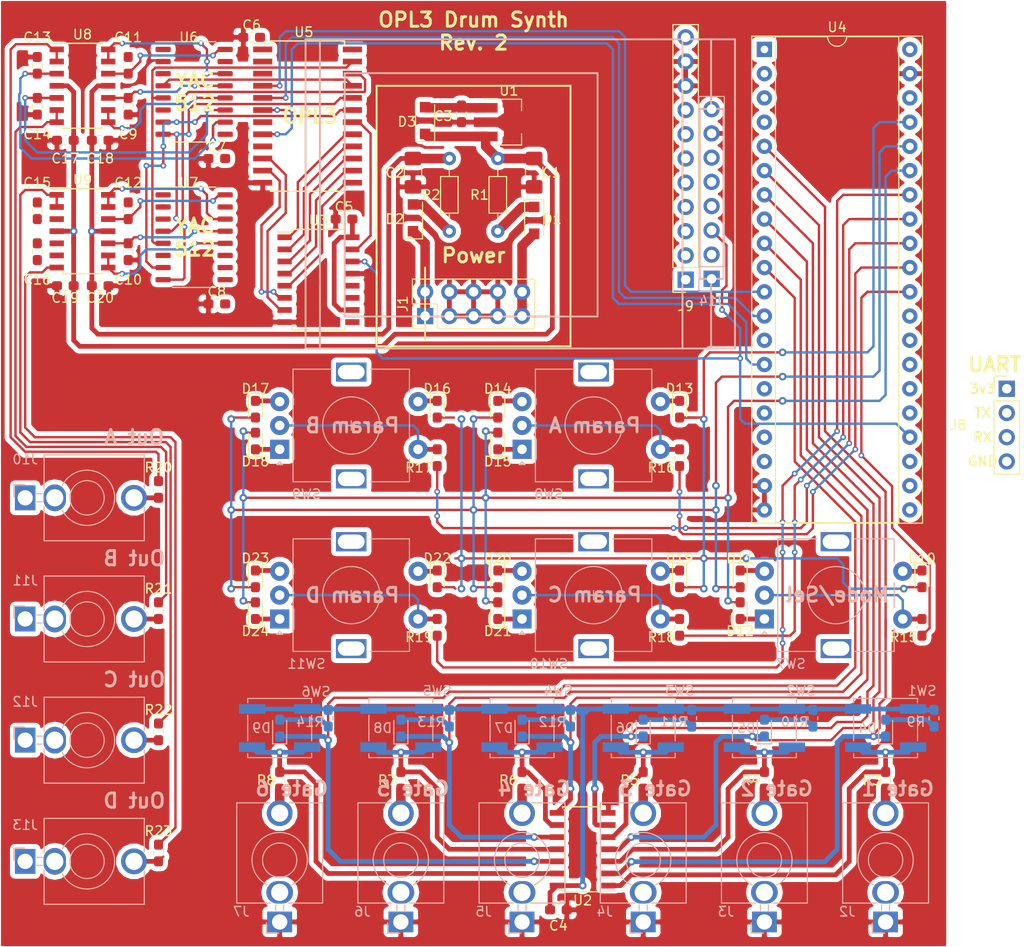
<source format=kicad_pcb>
(kicad_pcb (version 20171130) (host pcbnew 5.0.2-bee76a0~70~ubuntu18.04.1)
  (layers (0 F.Cu signal) (31 B.Cu signal) (34 B.Paste user hide) (35 F.Paste user hide) (36 B.SilkS user) (37 F.SilkS user) (38 B.Mask user hide) (39 F.Mask user hide) (44 Edge.Cuts user hide))
  (net 0 "")
  (net 1 "Net-(D13-Pad1)")
  (net 2 "Net-(R16-Pad1)")
  (net 3 "Net-(D14-Pad1)")
  (net 4 "Net-(D15-Pad1)")
  (net 5 "Net-(D18-Pad1)")
  (net 6 "Net-(R17-Pad1)")
  (net 7 "Net-(D17-Pad1)")
  (net 8 "Net-(D16-Pad1)")
  (net 9 "Net-(D19-Pad1)")
  (net 10 "Net-(R18-Pad1)")
  (net 11 "Net-(D20-Pad1)")
  (net 12 "Net-(D21-Pad1)")
  (net 13 "Net-(D24-Pad1)")
  (net 14 "Net-(R19-Pad1)")
  (net 15 "Net-(D23-Pad1)")
  (net 16 "Net-(D22-Pad1)")
  (net 17 "Net-(D10-Pad1)")
  (net 18 "Net-(R15-Pad1)")
  (net 19 "Net-(D11-Pad1)")
  (net 20 "Net-(D12-Pad1)")
  (net 21 "Net-(D1-Pad1)")
  (net 22 +12V)
  (net 23 -12V)
  (net 24 "Net-(D2-Pad2)")
  (net 25 "Net-(J11-PadT)")
  (net 26 "Net-(R21-Pad2)")
  (net 27 "Net-(D8-Pad2)")
  (net 28 +3V3)
  (net 29 "Net-(J12-PadT)")
  (net 30 "Net-(R22-Pad2)")
  (net 31 "Net-(R5-Pad2)")
  (net 32 "Net-(J6-PadT)")
  (net 33 "Net-(J7-PadT)")
  (net 34 "Net-(R6-Pad2)")
  (net 35 "Net-(D4-Pad2)")
  (net 36 "Net-(D5-Pad2)")
  (net 37 "Net-(D6-Pad2)")
  (net 38 "Net-(D7-Pad2)")
  (net 39 "Net-(J4-PadT)")
  (net 40 "Net-(R3-Pad2)")
  (net 41 "Net-(R20-Pad2)")
  (net 42 "Net-(J10-PadT)")
  (net 43 "Net-(J5-PadT)")
  (net 44 "Net-(R4-Pad2)")
  (net 45 "Net-(R23-Pad2)")
  (net 46 "Net-(J13-PadT)")
  (net 47 "Net-(J3-PadT)")
  (net 48 "Net-(J2-PadT)")
  (net 49 R_C0)
  (net 50 R_C1)
  (net 51 R_C2)
  (net 52 R_C3)
  (net 53 R_C4)
  (net 54 +5V)
  (net 55 GND)
  (net 56 "Net-(U5-Pad2)")
  (net 57 RST)
  (net 58 A0)
  (net 59 A1)
  (net 60 CS)
  (net 61 "Net-(U5-Pad9)")
  (net 62 D0)
  (net 63 D1)
  (net 64 D2)
  (net 65 D3)
  (net 66 D4)
  (net 67 D5)
  (net 68 D6)
  (net 69 D7)
  (net 70 "Net-(U5-Pad19)")
  (net 71 "Net-(U5-Pad20)")
  (net 72 "Net-(U5-Pad21)")
  (net 73 "Net-(U5-Pad22)")
  (net 74 "Net-(U5-Pad23)")
  (net 75 CLK)
  (net 76 CH1)
  (net 77 CH2)
  (net 78 SWIN1)
  (net 79 AOUT1)
  (net 80 MP1)
  (net 81 "Net-(U6-Pad15)")
  (net 82 CV1)
  (net 83 CV2)
  (net 84 "Net-(U7-Pad15)")
  (net 85 MP2)
  (net 86 AOUT2)
  (net 87 SWIN2)
  (net 88 CH4)
  (net 89 CH3)
  (net 90 "Net-(U3-Pad9)")
  (net 91 SCLK)
  (net 92 NSS)
  (net 93 MOSI)
  (net 94 G0)
  (net 95 G1)
  (net 96 G2)
  (net 97 G3)
  (net 98 G4)
  (net 99 G5)
  (net 100 "Net-(U4-Pad1)")
  (net 101 LED_CS)
  (net 102 LED_RST)
  (net 103 "Net-(U4-Pad23)")
  (net 104 LED_RS)
  (net 105 "Net-(U4-Pad25)")
  (net 106 "Net-(J8-Pad3)")
  (net 107 "Net-(J8-Pad2)")
  (net 108 "Net-(U4-Pad28)")
  (net 109 "Net-(U4-Pad29)")
  (net 110 R_R0)
  (net 111 "Net-(U4-Pad16)")
  (net 112 R_R1)
  (net 113 "Net-(U4-Pad17)")
  (net 114 R_R2)
  (net 115 "Net-(D1-Pad2)")
  (net 116 "Net-(D2-Pad1)")
  (net 117 "Net-(J10-PadS)")
  (net 118 "Net-(J11-PadS)")
  (net 119 "Net-(J12-PadS)")
  (net 120 "Net-(J13-PadS)")
  (net 121 "Net-(D9-Pad2)")
  (net 122 "Net-(R7-Pad2)")
  (net 123 "Net-(R8-Pad2)")
  (net 124 "Net-(J9-Pad7)")
  (net 125 "Net-(J9-Pad8)")
  (module Rotary_Encoder:RotaryEncoder_Alps_EC11E-Switch_Vertical_H20mm (layer B.Cu) (at 41.91 140.97)
    (fp_text reference SW9 (at 2.8 4.7) (layer B.SilkS) (effects (justify mirror)))
    (fp_text value Rotary_D)
    (pad A thru_hole rect (at 0 0) (size 2 2) (drill 1) (layers *.Cu *.Mask) (net 5 "Net-(D18-Pad1)"))
    (pad C thru_hole circle (at 0 -2.5) (size 2 2) (drill 1) (layers *.Cu *.Mask) (net 6 "Net-(R17-Pad1)"))
    (pad B thru_hole circle (at 0 -5) (size 2 2) (drill 1) (layers *.Cu *.Mask) (net 7 "Net-(D17-Pad1)"))
    (pad MP thru_hole rect (at 7.5 3.1) (size 3.2 2) (drill oval 2.8 1.5) (layers *.Cu *.Mask))
    (pad MP thru_hole rect (at 7.5 -8.1) (size 3.2 2) (drill oval 2.8 1.5) (layers *.Cu *.Mask))
    (pad S2 thru_hole circle (at 14.5 0) (size 2 2) (drill 1) (layers *.Cu *.Mask) (net 6 "Net-(R17-Pad1)"))
    (pad S1 thru_hole circle (at 14.5 -5) (size 2 2) (drill 1) (layers *.Cu *.Mask) (net 8 "Net-(D16-Pad1)"))
  )
  (module Rotary_Encoder:RotaryEncoder_Alps_EC11E-Switch_Vertical_H20mm (layer B.Cu) (at 67.31 140.97)
    (fp_text reference SW8 (at 2.8 4.7) (layer B.SilkS) (effects (justify mirror)))
    (fp_text value Rotary_A)
    (pad A thru_hole rect (at 0 0) (size 2 2) (drill 1) (layers *.Cu *.Mask) (net 4 "Net-(D15-Pad1)"))
    (pad C thru_hole circle (at 0 -2.5) (size 2 2) (drill 1) (layers *.Cu *.Mask) (net 2 "Net-(R16-Pad1)"))
    (pad B thru_hole circle (at 0 -5) (size 2 2) (drill 1) (layers *.Cu *.Mask) (net 3 "Net-(D14-Pad1)"))
    (pad MP thru_hole rect (at 7.5 3.1) (size 3.2 2) (drill oval 2.8 1.5) (layers *.Cu *.Mask))
    (pad MP thru_hole rect (at 7.5 -8.1) (size 3.2 2) (drill oval 2.8 1.5) (layers *.Cu *.Mask))
    (pad S2 thru_hole circle (at 14.5 0) (size 2 2) (drill 1) (layers *.Cu *.Mask) (net 2 "Net-(R16-Pad1)"))
    (pad S1 thru_hole circle (at 14.5 -5) (size 2 2) (drill 1) (layers *.Cu *.Mask) (net 1 "Net-(D13-Pad1)"))
  )
  (module Rotary_Encoder:RotaryEncoder_Alps_EC11E-Switch_Vertical_H20mm (layer B.Cu) (at 92.71 158.75)
    (fp_text reference SW7 (at 2.8 4.7) (layer B.SilkS) (effects (justify mirror)))
    (fp_text value Rotary_Freq)
    (pad S1 thru_hole circle (at 14.5 -5) (size 2 2) (drill 1) (layers *.Cu *.Mask) (net 17 "Net-(D10-Pad1)"))
    (pad S2 thru_hole circle (at 14.5 0) (size 2 2) (drill 1) (layers *.Cu *.Mask) (net 18 "Net-(R15-Pad1)"))
    (pad MP thru_hole rect (at 7.5 -8.1) (size 3.2 2) (drill oval 2.8 1.5) (layers *.Cu *.Mask))
    (pad MP thru_hole rect (at 7.5 3.1) (size 3.2 2) (drill oval 2.8 1.5) (layers *.Cu *.Mask))
    (pad B thru_hole circle (at 0 -5) (size 2 2) (drill 1) (layers *.Cu *.Mask) (net 19 "Net-(D11-Pad1)"))
    (pad C thru_hole circle (at 0 -2.5) (size 2 2) (drill 1) (layers *.Cu *.Mask) (net 18 "Net-(R15-Pad1)"))
    (pad A thru_hole rect (at 0 0) (size 2 2) (drill 1) (layers *.Cu *.Mask) (net 20 "Net-(D12-Pad1)"))
  )
  (module Connector_PinSocket_2.54mm:PinSocket_1x11_P2.54mm_Vertical (layer F.Cu) (at 84.455 123.19 180)
    (fp_text reference J9 (at 0 -2.77 180) (layer F.SilkS))
    (fp_text value Conn_01x11_Female)
    (pad 1 thru_hole rect (at 0 0 180) (size 1.7 1.7) (drill 1) (layers *.Cu *.Mask) (net 101 LED_CS))
    (pad 2 thru_hole oval (at 0 2.54 180) (size 1.7 1.7) (drill 1) (layers *.Cu *.Mask) (net 102 LED_RST))
    (pad 3 thru_hole oval (at 0 5.08 180) (size 1.7 1.7) (drill 1) (layers *.Cu *.Mask) (net 104 LED_RS))
    (pad 4 thru_hole oval (at 0 7.62 180) (size 1.7 1.7) (drill 1) (layers *.Cu *.Mask) (net 93 MOSI))
    (pad 5 thru_hole oval (at 0 10.16 180) (size 1.7 1.7) (drill 1) (layers *.Cu *.Mask) (net 91 SCLK))
    (pad 6 thru_hole oval (at 0 12.7 180) (size 1.7 1.7) (drill 1) (layers *.Cu *.Mask) (net 28 +3V3))
    (pad 7 thru_hole oval (at 0 15.24 180) (size 1.7 1.7) (drill 1) (layers *.Cu *.Mask) (net 124 "Net-(J9-Pad7)"))
    (pad 8 thru_hole oval (at 0 17.78 180) (size 1.7 1.7) (drill 1) (layers *.Cu *.Mask) (net 125 "Net-(J9-Pad8)"))
    (pad 9 thru_hole oval (at 0 20.32 180) (size 1.7 1.7) (drill 1) (layers *.Cu *.Mask) (net 55 GND))
    (pad 10 thru_hole oval (at 0 22.86 180) (size 1.7 1.7) (drill 1) (layers *.Cu *.Mask) (net 55 GND))
    (pad 11 thru_hole oval (at 0 25.4 180) (size 1.7 1.7) (drill 1) (layers *.Cu *.Mask) (net 28 +3V3))
  )
  (module Resistor_SMD:R_0603_1608Metric_Pad1.05x0.95mm_HandSolder (layer B.Cu) (at 72.39 169.15 270)
    (fp_text reference R12 (at 0.395 1.905) (layer B.SilkS) (effects (justify mirror)))
    (fp_text value 1k)
    (pad 2 smd roundrect (at 0.875 0 270) (size 1.05 0.95) (layers B.Cu B.Paste B.Mask) (net 38 "Net-(D7-Pad2)"))
    (pad 1 smd roundrect (at -0.875 0 270) (size 1.05 0.95) (layers B.Cu B.Paste B.Mask) (net 28 +3V3))
  )
  (module Connector_Audio:Jack_3.5mm_QingPu_WQP-PJ398SM_Vertical_CircularHoles_TS (layer B.Cu) (at 67.31 190.5)
    (fp_text reference J5 (at -4.03 -1.08 -180) (layer B.SilkS) (effects (justify mirror)))
    (fp_text value Gate3)
    (pad T thru_hole circle (at 0 -11.4 180) (size 2.7 2.7) (drill 1.8) (layers *.Cu *.Mask) (net 43 "Net-(J5-PadT)"))
    (pad S thru_hole rect (at 0 0 180) (size 2.6 2.15) (drill 1.6) (layers *.Cu *.Mask) (net 55 GND))
    (pad "" thru_hole oval (at 0 -3.1 180) (size 2.8 2.35) (drill 1.8) (layers *.Cu *.Mask))
  )
  (module Connector_PinHeader_2.54mm:PinHeader_1x08_P2.54mm_Vertical (layer B.Cu) (at 87.175 123.1)
    (fp_text reference J14 (at 0 2.33) (layer B.SilkS) (effects (justify mirror)))
    (fp_text value Conn_01x08_Female)
    (pad 1 thru_hole rect (at 0 0) (size 1.7 1.7) (drill 1) (layers *.Cu *.Mask) (net 28 +3V3))
    (pad 2 thru_hole oval (at 0 -2.54) (size 1.7 1.7) (drill 1) (layers *.Cu *.Mask) (net 91 SCLK))
    (pad 3 thru_hole oval (at 0 -5.08) (size 1.7 1.7) (drill 1) (layers *.Cu *.Mask) (net 93 MOSI))
    (pad 4 thru_hole oval (at 0 -7.62) (size 1.7 1.7) (drill 1) (layers *.Cu *.Mask) (net 104 LED_RS))
    (pad 5 thru_hole oval (at 0 -10.16) (size 1.7 1.7) (drill 1) (layers *.Cu *.Mask) (net 102 LED_RST))
    (pad 6 thru_hole oval (at 0 -12.7) (size 1.7 1.7) (drill 1) (layers *.Cu *.Mask) (net 101 LED_CS))
    (pad 7 thru_hole oval (at 0 -15.24) (size 1.7 1.7) (drill 1) (layers *.Cu *.Mask) (net 55 GND))
    (pad 8 thru_hole oval (at 0 -17.78) (size 1.7 1.7) (drill 1) (layers *.Cu *.Mask) (net 28 +3V3))
  )
  (module Button_Switch_SMD:SW_SPST_EVQP0 (layer B.Cu) (at 105.41 170.18 180)
    (fp_text reference SW1 (at -3.81 3.9 180) (layer B.SilkS) (effects (justify mirror)))
    (fp_text value SW_Push)
    (pad 2 smd rect (at 2.88 -2 180) (size 2.75 1) (layers B.Cu B.Paste B.Mask) (net 40 "Net-(R3-Pad2)"))
    (pad 2 smd rect (at -2.88 -2 180) (size 2.75 1) (layers B.Cu B.Paste B.Mask) (net 40 "Net-(R3-Pad2)"))
    (pad 1 smd rect (at -2.88 2 180) (size 2.75 1) (layers B.Cu B.Paste B.Mask) (net 28 +3V3))
    (pad 1 smd rect (at 2.88 2 180) (size 2.75 1) (layers B.Cu B.Paste B.Mask) (net 28 +3V3))
  )
  (module Button_Switch_SMD:SW_SPST_EVQP0 (layer B.Cu) (at 92.71 170.18 180)
    (fp_text reference SW2 (at -3.81 3.9 180) (layer B.SilkS) (effects (justify mirror)))
    (fp_text value SW_Push)
    (pad 1 smd rect (at 2.88 2 180) (size 2.75 1) (layers B.Cu B.Paste B.Mask) (net 28 +3V3))
    (pad 1 smd rect (at -2.88 2 180) (size 2.75 1) (layers B.Cu B.Paste B.Mask) (net 28 +3V3))
    (pad 2 smd rect (at -2.88 -2 180) (size 2.75 1) (layers B.Cu B.Paste B.Mask) (net 44 "Net-(R4-Pad2)"))
    (pad 2 smd rect (at 2.88 -2 180) (size 2.75 1) (layers B.Cu B.Paste B.Mask) (net 44 "Net-(R4-Pad2)"))
  )
  (module Button_Switch_SMD:SW_SPST_EVQP0 (layer B.Cu) (at 80.01 170.18 180)
    (fp_text reference SW3 (at -3.81 3.9 180) (layer B.SilkS) (effects (justify mirror)))
    (fp_text value SW_Push)
    (pad 2 smd rect (at 2.88 -2 180) (size 2.75 1) (layers B.Cu B.Paste B.Mask) (net 31 "Net-(R5-Pad2)"))
    (pad 2 smd rect (at -2.88 -2 180) (size 2.75 1) (layers B.Cu B.Paste B.Mask) (net 31 "Net-(R5-Pad2)"))
    (pad 1 smd rect (at -2.88 2 180) (size 2.75 1) (layers B.Cu B.Paste B.Mask) (net 28 +3V3))
    (pad 1 smd rect (at 2.88 2 180) (size 2.75 1) (layers B.Cu B.Paste B.Mask) (net 28 +3V3))
  )
  (module Button_Switch_SMD:SW_SPST_EVQP0 (layer B.Cu) (at 67.31 170.18 180)
    (fp_text reference SW4 (at -3.81 3.9 180) (layer B.SilkS) (effects (justify mirror)))
    (fp_text value SW_Push)
    (pad 1 smd rect (at 2.88 2 180) (size 2.75 1) (layers B.Cu B.Paste B.Mask) (net 28 +3V3))
    (pad 1 smd rect (at -2.88 2 180) (size 2.75 1) (layers B.Cu B.Paste B.Mask) (net 28 +3V3))
    (pad 2 smd rect (at -2.88 -2 180) (size 2.75 1) (layers B.Cu B.Paste B.Mask) (net 34 "Net-(R6-Pad2)"))
    (pad 2 smd rect (at 2.88 -2 180) (size 2.75 1) (layers B.Cu B.Paste B.Mask) (net 34 "Net-(R6-Pad2)"))
  )
  (module Button_Switch_SMD:SW_SPST_EVQP0 (layer B.Cu) (at 54.61 170.18 180)
    (fp_text reference SW5 (at -3.81 3.9 180) (layer B.SilkS) (effects (justify mirror)))
    (fp_text value SW_Push)
    (pad 2 smd rect (at 2.88 -2 180) (size 2.75 1) (layers B.Cu B.Paste B.Mask) (net 122 "Net-(R7-Pad2)"))
    (pad 2 smd rect (at -2.88 -2 180) (size 2.75 1) (layers B.Cu B.Paste B.Mask) (net 122 "Net-(R7-Pad2)"))
    (pad 1 smd rect (at -2.88 2 180) (size 2.75 1) (layers B.Cu B.Paste B.Mask) (net 28 +3V3))
    (pad 1 smd rect (at 2.88 2 180) (size 2.75 1) (layers B.Cu B.Paste B.Mask) (net 28 +3V3))
  )
  (module Button_Switch_SMD:SW_SPST_EVQP0 (layer B.Cu) (at 41.91 170.18 180)
    (fp_text reference SW6 (at -3.81 3.81 180) (layer B.SilkS) (effects (justify mirror)))
    (fp_text value SW_Push)
    (pad 1 smd rect (at 2.88 2 180) (size 2.75 1) (layers B.Cu B.Paste B.Mask) (net 28 +3V3))
    (pad 1 smd rect (at -2.88 2 180) (size 2.75 1) (layers B.Cu B.Paste B.Mask) (net 28 +3V3))
    (pad 2 smd rect (at -2.88 -2 180) (size 2.75 1) (layers B.Cu B.Paste B.Mask) (net 123 "Net-(R8-Pad2)"))
    (pad 2 smd rect (at 2.88 -2 180) (size 2.75 1) (layers B.Cu B.Paste B.Mask) (net 123 "Net-(R8-Pad2)"))
  )
  (module Diode_SMD:D_SOD-123F (layer F.Cu) (at 57.15 106.51 90)
    (fp_text reference D3 (at -0.127 -1.905 180) (layer F.SilkS))
    (fp_text value 1N4004)
    (pad 2 smd rect (at 1.4 0 90) (size 1.1 1.1) (layers F.Cu F.Paste F.Mask) (net 54 +5V))
    (pad 1 smd rect (at -1.4 0 90) (size 1.1 1.1) (layers F.Cu F.Paste F.Mask) (net 22 +12V))
  )
  (module Capacitor_SMD:C_0603_1608Metric_Pad1.05x0.95mm_HandSolder (layer F.Cu) (at 60.96 105.805 270)
    (fp_text reference C3 (at 0.24 1.905) (layer F.SilkS))
    (fp_text value 1uF)
    (pad 1 smd roundrect (at -0.875 0 270) (size 1.05 0.95) (layers F.Cu F.Paste F.Mask) (net 54 +5V))
    (pad 2 smd roundrect (at 0.875 0 270) (size 1.05 0.95) (layers F.Cu F.Paste F.Mask) (net 55 GND))
  )
  (module Capacitor_SMD:C_1206_3216Metric_Pad1.42x1.75mm_HandSolder (layer F.Cu) (at 68.58 111.9775 270)
    (fp_text reference C1 (at 0 -1.82) (layer F.SilkS))
    (fp_text value 22uF)
    (pad 1 smd roundrect (at -1.4875 0 270) (size 1.425 1.75) (layers F.Cu F.Paste F.Mask) (roundrect_rratio 0.175439) (net 22 +12V))
    (pad 2 smd roundrect (at 1.4875 0 270) (size 1.425 1.75) (layers F.Cu F.Paste F.Mask) (roundrect_rratio 0.175439) (net 55 GND))
  )
  (module LED_SMD:LED_0603_1608Metric_Pad1.05x0.95mm_HandSolder (layer B.Cu) (at 41.91 170.18 90)
    (fp_text reference D9 (at 0 -1.905 180) (layer B.SilkS) (effects (justify mirror)))
    (fp_text value LED)
    (pad 1 smd roundrect (at -0.875 0 90) (size 1.05 0.95) (layers B.Cu B.Paste B.Mask) (net 99 G5))
    (pad 2 smd roundrect (at 0.875 0 90) (size 1.05 0.95) (layers B.Cu B.Paste B.Mask) (net 121 "Net-(D9-Pad2)"))
  )
  (module Package_SO:SOIC-14_3.9x8.7mm_P1.27mm (layer F.Cu) (at 73.66 182.88 180)
    (fp_text reference U2 (at 0 -5.375 180) (layer F.SilkS))
    (fp_text value 74HC14)
    (pad 14 smd rect (at 2.7 -3.81 180) (size 1.5 0.6) (layers F.Cu F.Paste F.Mask) (net 28 +3V3))
    (pad 13 smd rect (at 2.7 -2.54 180) (size 1.5 0.6) (layers F.Cu F.Paste F.Mask) (net 123 "Net-(R8-Pad2)"))
    (pad 12 smd rect (at 2.7 -1.27 180) (size 1.5 0.6) (layers F.Cu F.Paste F.Mask) (net 99 G5))
    (pad 11 smd rect (at 2.7 0 180) (size 1.5 0.6) (layers F.Cu F.Paste F.Mask) (net 122 "Net-(R7-Pad2)"))
    (pad 10 smd rect (at 2.7 1.27 180) (size 1.5 0.6) (layers F.Cu F.Paste F.Mask) (net 98 G4))
    (pad 9 smd rect (at 2.7 2.54 180) (size 1.5 0.6) (layers F.Cu F.Paste F.Mask) (net 34 "Net-(R6-Pad2)"))
    (pad 8 smd rect (at 2.7 3.81 180) (size 1.5 0.6) (layers F.Cu F.Paste F.Mask) (net 97 G3))
    (pad 7 smd rect (at -2.7 3.81 180) (size 1.5 0.6) (layers F.Cu F.Paste F.Mask) (net 55 GND))
    (pad 6 smd rect (at -2.7 2.54 180) (size 1.5 0.6) (layers F.Cu F.Paste F.Mask) (net 96 G2))
    (pad 5 smd rect (at -2.7 1.27 180) (size 1.5 0.6) (layers F.Cu F.Paste F.Mask) (net 31 "Net-(R5-Pad2)"))
    (pad 4 smd rect (at -2.7 0 180) (size 1.5 0.6) (layers F.Cu F.Paste F.Mask) (net 95 G1))
    (pad 3 smd rect (at -2.7 -1.27 180) (size 1.5 0.6) (layers F.Cu F.Paste F.Mask) (net 44 "Net-(R4-Pad2)"))
    (pad 2 smd rect (at -2.7 -2.54 180) (size 1.5 0.6) (layers F.Cu F.Paste F.Mask) (net 94 G0))
    (pad 1 smd rect (at -2.7 -3.81 180) (size 1.5 0.6) (layers F.Cu F.Paste F.Mask) (net 40 "Net-(R3-Pad2)"))
  )
  (module Package_TO_SOT_SMD:SOT-89-3_Handsoldering (layer F.Cu) (at 65.48 106.68)
    (fp_text reference U1 (at 0.45 -3.3) (layer F.SilkS))
    (fp_text value L78L05)
    (pad 1 smd rect (at -1.98 -1.5 270) (size 1 2.5) (layers F.Cu F.Paste F.Mask) (net 54 +5V))
    (pad 2 smd rect (at -1.98 0 270) (size 1 2.5) (layers F.Cu F.Paste F.Mask) (net 55 GND))
    (pad 3 smd rect (at -1.98 1.5 270) (size 1 2.5) (layers F.Cu F.Paste F.Mask) (net 22 +12V))
    (pad 2 smd rect (at 1.98 0 270) (size 2 4) (layers F.Cu F.Paste F.Mask) (net 55 GND))
    (pad 2 smd trapezoid (at -0.37 0 90) (size 1.5 0.75) (rect_delta 0 0.5) (layers F.Cu F.Paste F.Mask) (net 55 GND))
  )
  (module Resistor_SMD:R_0603_1608Metric_Pad1.05x0.95mm_HandSolder (layer F.Cu) (at 41.91 175.655 90)
    (fp_text reference R8 (at 0 -1.43 180) (layer F.SilkS))
    (fp_text value 100k)
    (pad 2 smd roundrect (at 0.875 0 90) (size 1.05 0.95) (layers F.Cu F.Paste F.Mask) (net 123 "Net-(R8-Pad2)"))
    (pad 1 smd roundrect (at -0.875 0 90) (size 1.05 0.95) (layers F.Cu F.Paste F.Mask) (net 33 "Net-(J7-PadT)"))
  )
  (module Resistor_SMD:R_0603_1608Metric_Pad1.05x0.95mm_HandSolder (layer F.Cu) (at 54.61 175.655 90)
    (fp_text reference R7 (at 0 -1.43 180) (layer F.SilkS))
    (fp_text value 100k)
    (pad 1 smd roundrect (at -0.875 0 90) (size 1.05 0.95) (layers F.Cu F.Paste F.Mask) (net 32 "Net-(J6-PadT)"))
    (pad 2 smd roundrect (at 0.875 0 90) (size 1.05 0.95) (layers F.Cu F.Paste F.Mask) (net 122 "Net-(R7-Pad2)"))
  )
  (module Resistor_THT:R_Axial_DIN0204_L3.6mm_D1.6mm_P7.62mm_Horizontal (layer F.Cu) (at 64.77 118.11 90)
    (fp_text reference R1 (at 3.81 -1.92 180) (layer F.SilkS))
    (fp_text value 10)
    (pad 2 thru_hole oval (at 7.62 0 90) (size 1.4 1.4) (drill 0.7) (layers *.Cu *.Mask) (net 22 +12V))
    (pad 1 thru_hole circle (at 0 0 90) (size 1.4 1.4) (drill 0.7) (layers *.Cu *.Mask) (net 21 "Net-(D1-Pad1)"))
  )
  (module Resistor_THT:R_Axial_DIN0204_L3.6mm_D1.6mm_P7.62mm_Horizontal (layer F.Cu) (at 59.69 118.11 90)
    (fp_text reference R2 (at 3.81 -1.92 180) (layer F.SilkS))
    (fp_text value 10)
    (pad 1 thru_hole circle (at 0 0 90) (size 1.4 1.4) (drill 0.7) (layers *.Cu *.Mask) (net 24 "Net-(D2-Pad2)"))
    (pad 2 thru_hole oval (at 7.62 0 90) (size 1.4 1.4) (drill 0.7) (layers *.Cu *.Mask) (net 23 -12V))
  )
  (module Capacitor_SMD:C_0603_1608Metric_Pad1.05x0.95mm_HandSolder (layer F.Cu) (at 26.035 120.255 270)
    (fp_text reference C10 (at 2.935 0 180) (layer F.SilkS))
    (fp_text value 33pf)
    (pad 1 smd roundrect (at -0.875 0 270) (size 1.05 0.95) (layers F.Cu F.Paste F.Mask) (net 86 AOUT2))
    (pad 2 smd roundrect (at 0.875 0 270) (size 1.05 0.95) (layers F.Cu F.Paste F.Mask) (net 55 GND))
  )
  (module Capacitor_SMD:C_0603_1608Metric_Pad1.05x0.95mm_HandSolder (layer F.Cu) (at 23.1 123.825 180)
    (fp_text reference C20 (at 0 -1.27 180) (layer F.SilkS))
    (fp_text value 100nF)
    (pad 2 smd roundrect (at 0.875 0 180) (size 1.05 0.95) (layers F.Cu F.Paste F.Mask) (net 23 -12V))
    (pad 1 smd roundrect (at -0.875 0 180) (size 1.05 0.95) (layers F.Cu F.Paste F.Mask) (net 55 GND))
  )
  (module Capacitor_SMD:C_0603_1608Metric_Pad1.05x0.95mm_HandSolder (layer F.Cu) (at 71.12 189.23)
    (fp_text reference C4 (at 0 1.665) (layer F.SilkS))
    (fp_text value 100nF)
    (pad 2 smd roundrect (at 0.875 0) (size 1.05 0.95) (layers F.Cu F.Paste F.Mask) (net 55 GND))
    (pad 1 smd roundrect (at -0.875 0) (size 1.05 0.95) (layers F.Cu F.Paste F.Mask) (net 28 +3V3))
  )
  (module Capacitor_SMD:C_0603_1608Metric_Pad1.05x0.95mm_HandSolder (layer F.Cu) (at 48.655 116.84 180)
    (fp_text reference C5 (at 0 1.27 180) (layer F.SilkS))
    (fp_text value 100nF)
    (pad 2 smd roundrect (at 0.875 0 180) (size 1.05 0.95) (layers F.Cu F.Paste F.Mask) (net 55 GND))
    (pad 1 smd roundrect (at -0.875 0 180) (size 1.05 0.95) (layers F.Cu F.Paste F.Mask) (net 54 +5V))
  )
  (module Capacitor_SMD:C_0603_1608Metric_Pad1.05x0.95mm_HandSolder (layer F.Cu) (at 38.975 97.79 180)
    (fp_text reference C6 (at 0 1.27 180) (layer F.SilkS))
    (fp_text value 100nF)
    (pad 1 smd roundrect (at -0.875 0 180) (size 1.05 0.95) (layers F.Cu F.Paste F.Mask) (net 54 +5V))
    (pad 2 smd roundrect (at 0.875 0 180) (size 1.05 0.95) (layers F.Cu F.Paste F.Mask) (net 55 GND))
  )
  (module Capacitor_SMD:C_0603_1608Metric_Pad1.05x0.95mm_HandSolder (layer F.Cu) (at 35.32 110.49 180)
    (fp_text reference C7 (at 0 1.27 180) (layer F.SilkS))
    (fp_text value 100nF)
    (pad 2 smd roundrect (at 0.875 0 180) (size 1.05 0.95) (layers F.Cu F.Paste F.Mask) (net 55 GND))
    (pad 1 smd roundrect (at -0.875 0 180) (size 1.05 0.95) (layers F.Cu F.Paste F.Mask) (net 54 +5V))
  )
  (module Capacitor_SMD:C_0603_1608Metric_Pad1.05x0.95mm_HandSolder (layer F.Cu) (at 35.32 125.73 180)
    (fp_text reference C8 (at 0 1.27 180) (layer F.SilkS))
    (fp_text value 100nF)
    (pad 2 smd roundrect (at 0.875 0 180) (size 1.05 0.95) (layers F.Cu F.Paste F.Mask) (net 55 GND))
    (pad 1 smd roundrect (at -0.875 0 180) (size 1.05 0.95) (layers F.Cu F.Paste F.Mask) (net 54 +5V))
  )
  (module Capacitor_SMD:C_0603_1608Metric_Pad1.05x0.95mm_HandSolder (layer F.Cu) (at 26.035 105.015 270)
    (fp_text reference C9 (at 2.935 0 180) (layer F.SilkS))
    (fp_text value 33pf)
    (pad 1 smd roundrect (at -0.875 0 270) (size 1.05 0.95) (layers F.Cu F.Paste F.Mask) (net 79 AOUT1))
    (pad 2 smd roundrect (at 0.875 0 270) (size 1.05 0.95) (layers F.Cu F.Paste F.Mask) (net 55 GND))
  )
  (module Capacitor_SMD:C_0603_1608Metric_Pad1.05x0.95mm_HandSolder (layer F.Cu) (at 19.445 123.825 180)
    (fp_text reference C19 (at 0 -1.27 180) (layer F.SilkS))
    (fp_text value 100nF)
    (pad 2 smd roundrect (at 0.875 0 180) (size 1.05 0.95) (layers F.Cu F.Paste F.Mask) (net 55 GND))
    (pad 1 smd roundrect (at -0.875 0 180) (size 1.05 0.95) (layers F.Cu F.Paste F.Mask) (net 22 +12V))
  )
  (module Capacitor_SMD:C_0603_1608Metric_Pad1.05x0.95mm_HandSolder (layer F.Cu) (at 26.035 100.725 90)
    (fp_text reference C11 (at 2.935 0) (layer F.SilkS))
    (fp_text value 10uF)
    (pad 1 smd roundrect (at -0.875 0 90) (size 1.05 0.95) (layers F.Cu F.Paste F.Mask) (net 82 CV1))
    (pad 2 smd roundrect (at 0.875 0 90) (size 1.05 0.95) (layers F.Cu F.Paste F.Mask) (net 55 GND))
  )
  (module Capacitor_SMD:C_0603_1608Metric_Pad1.05x0.95mm_HandSolder (layer F.Cu) (at 26.035 115.965 90)
    (fp_text reference C12 (at 2.935 0) (layer F.SilkS))
    (fp_text value 10uF)
    (pad 1 smd roundrect (at -0.875 0 90) (size 1.05 0.95) (layers F.Cu F.Paste F.Mask) (net 83 CV2))
    (pad 2 smd roundrect (at 0.875 0 90) (size 1.05 0.95) (layers F.Cu F.Paste F.Mask) (net 55 GND))
  )
  (module Capacitor_SMD:C_0603_1608Metric_Pad1.05x0.95mm_HandSolder (layer F.Cu) (at 16.51 100.725 90)
    (fp_text reference C13 (at 2.935 0) (layer F.SilkS))
    (fp_text value 2700pF)
    (pad 2 smd roundrect (at 0.875 0 90) (size 1.05 0.95) (layers F.Cu F.Paste F.Mask) (net 55 GND))
    (pad 1 smd roundrect (at -0.875 0 90) (size 1.05 0.95) (layers F.Cu F.Paste F.Mask) (net 76 CH1))
  )
  (module Capacitor_SMD:C_0603_1608Metric_Pad1.05x0.95mm_HandSolder (layer F.Cu) (at 16.51 105.015 270)
    (fp_text reference C14 (at 2.935 0 180) (layer F.SilkS))
    (fp_text value 2700pF)
    (pad 2 smd roundrect (at 0.875 0 270) (size 1.05 0.95) (layers F.Cu F.Paste F.Mask) (net 55 GND))
    (pad 1 smd roundrect (at -0.875 0 270) (size 1.05 0.95) (layers F.Cu F.Paste F.Mask) (net 77 CH2))
  )
  (module Capacitor_SMD:C_0603_1608Metric_Pad1.05x0.95mm_HandSolder (layer F.Cu) (at 16.51 115.965 90)
    (fp_text reference C15 (at 2.935 0) (layer F.SilkS))
    (fp_text value 2700pF)
    (pad 2 smd roundrect (at 0.875 0 90) (size 1.05 0.95) (layers F.Cu F.Paste F.Mask) (net 55 GND))
    (pad 1 smd roundrect (at -0.875 0 90) (size 1.05 0.95) (layers F.Cu F.Paste F.Mask) (net 89 CH3))
  )
  (module Capacitor_SMD:C_0603_1608Metric_Pad1.05x0.95mm_HandSolder (layer F.Cu) (at 16.51 120.255 270)
    (fp_text reference C16 (at 2.935 0 180) (layer F.SilkS))
    (fp_text value 2700pF)
    (pad 2 smd roundrect (at 0.875 0 270) (size 1.05 0.95) (layers F.Cu F.Paste F.Mask) (net 55 GND))
    (pad 1 smd roundrect (at -0.875 0 270) (size 1.05 0.95) (layers F.Cu F.Paste F.Mask) (net 88 CH4))
  )
  (module Capacitor_SMD:C_0603_1608Metric_Pad1.05x0.95mm_HandSolder (layer F.Cu) (at 19.445 108.580257 180)
    (fp_text reference C17 (at 0 -1.909743 180) (layer F.SilkS))
    (fp_text value 100nF)
    (pad 1 smd roundrect (at -0.875 0 180) (size 1.05 0.95) (layers F.Cu F.Paste F.Mask) (net 22 +12V))
    (pad 2 smd roundrect (at 0.875 0 180) (size 1.05 0.95) (layers F.Cu F.Paste F.Mask) (net 55 GND))
  )
  (module Capacitor_SMD:C_0603_1608Metric_Pad1.05x0.95mm_HandSolder (layer F.Cu) (at 23.1 108.580257 180)
    (fp_text reference C18 (at 0 -1.909743 180) (layer F.SilkS))
    (fp_text value 100nF)
    (pad 1 smd roundrect (at -0.875 0 180) (size 1.05 0.95) (layers F.Cu F.Paste F.Mask) (net 55 GND))
    (pad 2 smd roundrect (at 0.875 0 180) (size 1.05 0.95) (layers F.Cu F.Paste F.Mask) (net 23 -12V))
  )
  (module Capacitor_SMD:C_1206_3216Metric_Pad1.42x1.75mm_HandSolder (layer F.Cu) (at 55.88 111.9775 90)
    (fp_text reference C2 (at 0 -1.905 180) (layer F.SilkS))
    (fp_text value 22uF)
    (pad 2 smd roundrect (at 1.4875 0 90) (size 1.425 1.75) (layers F.Cu F.Paste F.Mask) (roundrect_rratio 0.175439) (net 23 -12V))
    (pad 1 smd roundrect (at -1.4875 0 90) (size 1.425 1.75) (layers F.Cu F.Paste F.Mask) (roundrect_rratio 0.175439) (net 55 GND))
  )
  (module Connector_Audio:Jack_3.5mm_QingPu_WQP-PJ398SM_Vertical_CircularHoles_TS (layer B.Cu) (at 15.24 184.15 270)
    (fp_text reference J13 (at -3.81 0 180) (layer B.SilkS) (effects (justify mirror)))
    (fp_text value AudioJack2_Ground)
    (pad T thru_hole circle (at 0 -11.4 90) (size 2.7 2.7) (drill 1.8) (layers *.Cu *.Mask) (net 46 "Net-(J13-PadT)"))
    (pad S thru_hole rect (at 0 0 90) (size 2.6 2.15) (drill 1.6) (layers *.Cu *.Mask) (net 120 "Net-(J13-PadS)"))
    (pad "" thru_hole oval (at 0 -3.1 90) (size 2.8 2.35) (drill 1.8) (layers *.Cu *.Mask))
  )
  (module Connector_Audio:Jack_3.5mm_QingPu_WQP-PJ398SM_Vertical_CircularHoles_TS (layer B.Cu) (at 41.91 190.5)
    (fp_text reference J7 (at -4.03 -1.08 -180) (layer B.SilkS) (effects (justify mirror)))
    (fp_text value Gate5)
    (pad T thru_hole circle (at 0 -11.4 180) (size 2.7 2.7) (drill 1.8) (layers *.Cu *.Mask) (net 33 "Net-(J7-PadT)"))
    (pad S thru_hole rect (at 0 0 180) (size 2.6 2.15) (drill 1.6) (layers *.Cu *.Mask) (net 55 GND))
    (pad "" thru_hole oval (at 0 -3.1 180) (size 2.8 2.35) (drill 1.8) (layers *.Cu *.Mask))
  )
  (module Connector_Audio:Jack_3.5mm_QingPu_WQP-PJ398SM_Vertical_CircularHoles_TS (layer B.Cu) (at 15.24 171.45 270)
    (fp_text reference J12 (at -4.03 0 180) (layer B.SilkS) (effects (justify mirror)))
    (fp_text value AudioJack2_Ground)
    (pad T thru_hole circle (at 0 -11.4 90) (size 2.7 2.7) (drill 1.8) (layers *.Cu *.Mask) (net 29 "Net-(J12-PadT)"))
    (pad S thru_hole rect (at 0 0 90) (size 2.6 2.15) (drill 1.6) (layers *.Cu *.Mask) (net 119 "Net-(J12-PadS)"))
    (pad "" thru_hole oval (at 0 -3.1 90) (size 2.8 2.35) (drill 1.8) (layers *.Cu *.Mask))
  )
  (module Connector_Audio:Jack_3.5mm_QingPu_WQP-PJ398SM_Vertical_CircularHoles_TS (layer B.Cu) (at 15.24 158.75 270)
    (fp_text reference J11 (at -4.03 0 180) (layer B.SilkS) (effects (justify mirror)))
    (fp_text value AudioJack2_Ground)
    (pad T thru_hole circle (at 0 -11.4 90) (size 2.7 2.7) (drill 1.8) (layers *.Cu *.Mask) (net 25 "Net-(J11-PadT)"))
    (pad S thru_hole rect (at 0 0 90) (size 2.6 2.15) (drill 1.6) (layers *.Cu *.Mask) (net 118 "Net-(J11-PadS)"))
    (pad "" thru_hole oval (at 0 -3.1 90) (size 2.8 2.35) (drill 1.8) (layers *.Cu *.Mask))
  )
  (module Connector_Audio:Jack_3.5mm_QingPu_WQP-PJ398SM_Vertical_CircularHoles_TS (layer B.Cu) (at 15.24 146.05 270)
    (fp_text reference J10 (at -4.03 0 180) (layer B.SilkS) (effects (justify mirror)))
    (fp_text value AudioJack2_Ground)
    (pad T thru_hole circle (at 0 -11.4 90) (size 2.7 2.7) (drill 1.8) (layers *.Cu *.Mask) (net 42 "Net-(J10-PadT)"))
    (pad S thru_hole rect (at 0 0 90) (size 2.6 2.15) (drill 1.6) (layers *.Cu *.Mask) (net 117 "Net-(J10-PadS)"))
    (pad "" thru_hole oval (at 0 -3.1 90) (size 2.8 2.35) (drill 1.8) (layers *.Cu *.Mask))
  )
  (module Connector_Audio:Jack_3.5mm_QingPu_WQP-PJ398SM_Vertical_CircularHoles_TS (layer B.Cu) (at 54.61 190.5)
    (fp_text reference J6 (at -4.03 -1.08 -180) (layer B.SilkS) (effects (justify mirror)))
    (fp_text value Gate4)
    (pad T thru_hole circle (at 0 -11.4 180) (size 2.7 2.7) (drill 1.8) (layers *.Cu *.Mask) (net 32 "Net-(J6-PadT)"))
    (pad S thru_hole rect (at 0 0 180) (size 2.6 2.15) (drill 1.6) (layers *.Cu *.Mask) (net 55 GND))
    (pad "" thru_hole oval (at 0 -3.1 180) (size 2.8 2.35) (drill 1.8) (layers *.Cu *.Mask))
  )
  (module Connector_Audio:Jack_3.5mm_QingPu_WQP-PJ398SM_Vertical_CircularHoles_TS (layer B.Cu) (at 80.01 190.5)
    (fp_text reference J4 (at -4.03 -1.08 -180) (layer B.SilkS) (effects (justify mirror)))
    (fp_text value Gate2)
    (pad T thru_hole circle (at 0 -11.4 180) (size 2.7 2.7) (drill 1.8) (layers *.Cu *.Mask) (net 39 "Net-(J4-PadT)"))
    (pad S thru_hole rect (at 0 0 180) (size 2.6 2.15) (drill 1.6) (layers *.Cu *.Mask) (net 55 GND))
    (pad "" thru_hole oval (at 0 -3.1 180) (size 2.8 2.35) (drill 1.8) (layers *.Cu *.Mask))
  )
  (module Connector_Audio:Jack_3.5mm_QingPu_WQP-PJ398SM_Vertical_CircularHoles_TS (layer B.Cu) (at 92.71 190.5)
    (fp_text reference J3 (at -4.03 -1.08 -180) (layer B.SilkS) (effects (justify mirror)))
    (fp_text value Gate1)
    (pad T thru_hole circle (at 0 -11.4 180) (size 2.7 2.7) (drill 1.8) (layers *.Cu *.Mask) (net 47 "Net-(J3-PadT)"))
    (pad S thru_hole rect (at 0 0 180) (size 2.6 2.15) (drill 1.6) (layers *.Cu *.Mask) (net 55 GND))
    (pad "" thru_hole oval (at 0 -3.1 180) (size 2.8 2.35) (drill 1.8) (layers *.Cu *.Mask))
  )
  (module Connector_Audio:Jack_3.5mm_QingPu_WQP-PJ398SM_Vertical_CircularHoles_TS (layer B.Cu) (at 105.41 190.5)
    (fp_text reference J2 (at -4.03 -1.08 -180) (layer B.SilkS) (effects (justify mirror)))
    (fp_text value Gate0)
    (pad T thru_hole circle (at 0 -11.4 180) (size 2.7 2.7) (drill 1.8) (layers *.Cu *.Mask) (net 48 "Net-(J2-PadT)"))
    (pad S thru_hole rect (at 0 0 180) (size 2.6 2.15) (drill 1.6) (layers *.Cu *.Mask) (net 55 GND))
    (pad "" thru_hole oval (at 0 -3.1 180) (size 2.8 2.35) (drill 1.8) (layers *.Cu *.Mask))
  )
  (module Connector_PinHeader_2.54mm:PinHeader_1x04_P2.54mm_Vertical (layer F.Cu) (at 118.11 134.62)
    (fp_text reference J8 (at -5.08 3.81) (layer F.SilkS))
    (fp_text value Conn_01x04_Male)
    (pad 4 thru_hole oval (at 0 7.62) (size 1.7 1.7) (drill 1) (layers *.Cu *.Mask) (net 55 GND))
    (pad 3 thru_hole oval (at 0 5.08) (size 1.7 1.7) (drill 1) (layers *.Cu *.Mask) (net 106 "Net-(J8-Pad3)"))
    (pad 2 thru_hole oval (at 0 2.54) (size 1.7 1.7) (drill 1) (layers *.Cu *.Mask) (net 107 "Net-(J8-Pad2)"))
    (pad 1 thru_hole rect (at 0 0) (size 1.7 1.7) (drill 1) (layers *.Cu *.Mask) (net 28 +3V3))
  )
  (module Connector_PinHeader_2.54mm:PinHeader_2x05_P2.54mm_Vertical (layer F.Cu) (at 57.15 127 90)
    (fp_text reference J1 (at 1.27 -2.33 90) (layer F.SilkS))
    (fp_text value Conn_02x05_Eurorack)
    (pad 10 thru_hole oval (at 2.54 10.16 90) (size 1.7 1.7) (drill 1) (layers *.Cu *.Mask) (net 115 "Net-(D1-Pad2)"))
    (pad 9 thru_hole oval (at 0 10.16 90) (size 1.7 1.7) (drill 1) (layers *.Cu *.Mask) (net 115 "Net-(D1-Pad2)"))
    (pad 8 thru_hole oval (at 2.54 7.62 90) (size 1.7 1.7) (drill 1) (layers *.Cu *.Mask) (net 55 GND))
    (pad 7 thru_hole oval (at 0 7.62 90) (size 1.7 1.7) (drill 1) (layers *.Cu *.Mask) (net 55 GND))
    (pad 6 thru_hole oval (at 2.54 5.08 90) (size 1.7 1.7) (drill 1) (layers *.Cu *.Mask) (net 55 GND))
    (pad 5 thru_hole oval (at 0 5.08 90) (size 1.7 1.7) (drill 1) (layers *.Cu *.Mask) (net 55 GND))
    (pad 4 thru_hole oval (at 2.54 2.54 90) (size 1.7 1.7) (drill 1) (layers *.Cu *.Mask) (net 55 GND))
    (pad 3 thru_hole oval (at 0 2.54 90) (size 1.7 1.7) (drill 1) (layers *.Cu *.Mask) (net 55 GND))
    (pad 2 thru_hole oval (at 2.54 0 90) (size 1.7 1.7) (drill 1) (layers *.Cu *.Mask) (net 116 "Net-(D2-Pad1)"))
    (pad 1 thru_hole rect (at 0 0 90) (size 1.7 1.7) (drill 1) (layers *.Cu *.Mask) (net 116 "Net-(D2-Pad1)"))
  )
  (module Diode_SMD:D_0603_1608Metric_Pad1.05x0.95mm_HandSolder (layer F.Cu) (at 39.37 154.545 270)
    (fp_text reference D23 (at -2.145 0) (layer F.SilkS))
    (fp_text value 1N4148)
    (pad 2 smd roundrect (at 0.875 0 270) (size 1.05 0.95) (layers F.Cu F.Paste F.Mask) (net 110 R_R0))
    (pad 1 smd roundrect (at -0.875 0 270) (size 1.05 0.95) (layers F.Cu F.Paste F.Mask) (net 15 "Net-(D23-Pad1)"))
  )
  (module Diode_SMD:D_0603_1608Metric_Pad1.05x0.95mm_HandSolder (layer F.Cu) (at 90.17 157.875 90)
    (fp_text reference D12 (at -2.145 0 180) (layer F.SilkS))
    (fp_text value 1N4148)
    (pad 2 smd roundrect (at 0.875 0 90) (size 1.05 0.95) (layers F.Cu F.Paste F.Mask) (net 112 R_R1))
    (pad 1 smd roundrect (at -0.875 0 90) (size 1.05 0.95) (layers F.Cu F.Paste F.Mask) (net 20 "Net-(D12-Pad1)"))
  )
  (module Diode_SMD:D_0603_1608Metric_Pad1.05x0.95mm_HandSolder (layer F.Cu) (at 64.77 140.095 90)
    (fp_text reference D15 (at -2.145 0 180) (layer F.SilkS))
    (fp_text value 1N4148)
    (pad 1 smd roundrect (at -0.875 0 90) (size 1.05 0.95) (layers F.Cu F.Paste F.Mask) (net 4 "Net-(D15-Pad1)"))
    (pad 2 smd roundrect (at 0.875 0 90) (size 1.05 0.95) (layers F.Cu F.Paste F.Mask) (net 112 R_R1))
  )
  (module Diode_SMD:D_0603_1608Metric_Pad1.05x0.95mm_HandSolder (layer F.Cu) (at 109.22 154.545 270)
    (fp_text reference D10 (at -2.145 0) (layer F.SilkS))
    (fp_text value 1N4148)
    (pad 2 smd roundrect (at 0.875 0 270) (size 1.05 0.95) (layers F.Cu F.Paste F.Mask) (net 114 R_R2))
    (pad 1 smd roundrect (at -0.875 0 270) (size 1.05 0.95) (layers F.Cu F.Paste F.Mask) (net 17 "Net-(D10-Pad1)"))
  )
  (module Diode_SMD:D_0603_1608Metric_Pad1.05x0.95mm_HandSolder (layer F.Cu) (at 90.17 154.545 270)
    (fp_text reference D11 (at -2.145 0) (layer F.SilkS))
    (fp_text value 1N4148)
    (pad 2 smd roundrect (at 0.875 0 270) (size 1.05 0.95) (layers F.Cu F.Paste F.Mask) (net 110 R_R0))
    (pad 1 smd roundrect (at -0.875 0 270) (size 1.05 0.95) (layers F.Cu F.Paste F.Mask) (net 19 "Net-(D11-Pad1)"))
  )
  (module Diode_SMD:D_0603_1608Metric_Pad1.05x0.95mm_HandSolder (layer F.Cu) (at 64.77 136.765 270)
    (fp_text reference D14 (at -2.145 0) (layer F.SilkS))
    (fp_text value 1N4148)
    (pad 1 smd roundrect (at -0.875 0 270) (size 1.05 0.95) (layers F.Cu F.Paste F.Mask) (net 3 "Net-(D14-Pad1)"))
    (pad 2 smd roundrect (at 0.875 0 270) (size 1.05 0.95) (layers F.Cu F.Paste F.Mask) (net 110 R_R0))
  )
  (module Diode_SMD:D_0603_1608Metric_Pad1.05x0.95mm_HandSolder (layer F.Cu) (at 39.37 157.875 90)
    (fp_text reference D24 (at -2.145 0 180) (layer F.SilkS))
    (fp_text value 1N4148)
    (pad 2 smd roundrect (at 0.875 0 90) (size 1.05 0.95) (layers F.Cu F.Paste F.Mask) (net 112 R_R1))
    (pad 1 smd roundrect (at -0.875 0 90) (size 1.05 0.95) (layers F.Cu F.Paste F.Mask) (net 13 "Net-(D24-Pad1)"))
  )
  (module Diode_SMD:D_0603_1608Metric_Pad1.05x0.95mm_HandSolder (layer F.Cu) (at 58.42 154.545 270)
    (fp_text reference D22 (at -2.145 0) (layer F.SilkS))
    (fp_text value 1N4148)
    (pad 2 smd roundrect (at 0.875 0 270) (size 1.05 0.95) (layers F.Cu F.Paste F.Mask) (net 114 R_R2))
    (pad 1 smd roundrect (at -0.875 0 270) (size 1.05 0.95) (layers F.Cu F.Paste F.Mask) (net 16 "Net-(D22-Pad1)"))
  )
  (module Diode_SMD:D_0603_1608Metric_Pad1.05x0.95mm_HandSolder (layer F.Cu) (at 64.77 157.875 90)
    (fp_text reference D21 (at -2.145 0 180) (layer F.SilkS))
    (fp_text value 1N4148)
    (pad 1 smd roundrect (at -0.875 0 90) (size 1.05 0.95) (layers F.Cu F.Paste F.Mask) (net 12 "Net-(D21-Pad1)"))
    (pad 2 smd roundrect (at 0.875 0 90) (size 1.05 0.95) (layers F.Cu F.Paste F.Mask) (net 112 R_R1))
  )
  (module Diode_SMD:D_0603_1608Metric_Pad1.05x0.95mm_HandSolder (layer F.Cu) (at 64.77 154.545 270)
    (fp_text reference D20 (at -2.145 0) (layer F.SilkS))
    (fp_text value 1N4148)
    (pad 1 smd roundrect (at -0.875 0 270) (size 1.05 0.95) (layers F.Cu F.Paste F.Mask) (net 11 "Net-(D20-Pad1)"))
    (pad 2 smd roundrect (at 0.875 0 270) (size 1.05 0.95) (layers F.Cu F.Paste F.Mask) (net 110 R_R0))
  )
  (module Diode_SMD:D_0603_1608Metric_Pad1.05x0.95mm_HandSolder (layer F.Cu) (at 83.82 136.765 270)
    (fp_text reference D13 (at -2.145 0) (layer F.SilkS))
    (fp_text value 1N4148)
    (pad 1 smd roundrect (at -0.875 0 270) (size 1.05 0.95) (layers F.Cu F.Paste F.Mask) (net 1 "Net-(D13-Pad1)"))
    (pad 2 smd roundrect (at 0.875 0 270) (size 1.05 0.95) (layers F.Cu F.Paste F.Mask) (net 114 R_R2))
  )
  (module Diode_SMD:D_0603_1608Metric_Pad1.05x0.95mm_HandSolder (layer F.Cu) (at 83.82 154.545 270)
    (fp_text reference D19 (at -2.145 0) (layer F.SilkS))
    (fp_text value 1N4148)
    (pad 1 smd roundrect (at -0.875 0 270) (size 1.05 0.95) (layers F.Cu F.Paste F.Mask) (net 9 "Net-(D19-Pad1)"))
    (pad 2 smd roundrect (at 0.875 0 270) (size 1.05 0.95) (layers F.Cu F.Paste F.Mask) (net 114 R_R2))
  )
  (module Diode_SMD:D_0603_1608Metric_Pad1.05x0.95mm_HandSolder (layer F.Cu) (at 39.37 140.095 90)
    (fp_text reference D18 (at -2.145 0 180) (layer F.SilkS))
    (fp_text value 1N4148)
    (pad 2 smd roundrect (at 0.875 0 90) (size 1.05 0.95) (layers F.Cu F.Paste F.Mask) (net 112 R_R1))
    (pad 1 smd roundrect (at -0.875 0 90) (size 1.05 0.95) (layers F.Cu F.Paste F.Mask) (net 5 "Net-(D18-Pad1)"))
  )
  (module Diode_SMD:D_0603_1608Metric_Pad1.05x0.95mm_HandSolder (layer F.Cu) (at 39.37 136.765 270)
    (fp_text reference D17 (at -2.145 0) (layer F.SilkS))
    (fp_text value 1N4148)
    (pad 1 smd roundrect (at -0.875 0 270) (size 1.05 0.95) (layers F.Cu F.Paste F.Mask) (net 7 "Net-(D17-Pad1)"))
    (pad 2 smd roundrect (at 0.875 0 270) (size 1.05 0.95) (layers F.Cu F.Paste F.Mask) (net 110 R_R0))
  )
  (module Diode_SMD:D_0603_1608Metric_Pad1.05x0.95mm_HandSolder (layer F.Cu) (at 58.42 136.765 270)
    (fp_text reference D16 (at -2.145 0) (layer F.SilkS))
    (fp_text value 1N4148)
    (pad 2 smd roundrect (at 0.875 0 270) (size 1.05 0.95) (layers F.Cu F.Paste F.Mask) (net 114 R_R2))
    (pad 1 smd roundrect (at -0.875 0 270) (size 1.05 0.95) (layers F.Cu F.Paste F.Mask) (net 8 "Net-(D16-Pad1)"))
  )
  (module Diode_SMD:D_SOD-123F (layer F.Cu) (at 55.88 116.71 90)
    (fp_text reference D2 (at -0.127 -1.905 180) (layer F.SilkS))
    (fp_text value 1N4004)
    (pad 2 smd rect (at 1.4 0 90) (size 1.1 1.1) (layers F.Cu F.Paste F.Mask) (net 24 "Net-(D2-Pad2)"))
    (pad 1 smd rect (at -1.4 0 90) (size 1.1 1.1) (layers F.Cu F.Paste F.Mask) (net 116 "Net-(D2-Pad1)"))
  )
  (module Diode_SMD:D_SOD-123F (layer F.Cu) (at 68.58 116.97 270)
    (fp_text reference D1 (at -0.127 -1.905) (layer F.SilkS))
    (fp_text value 1N4004)
    (pad 2 smd rect (at 1.4 0 270) (size 1.1 1.1) (layers F.Cu F.Paste F.Mask) (net 115 "Net-(D1-Pad2)"))
    (pad 1 smd rect (at -1.4 0 270) (size 1.1 1.1) (layers F.Cu F.Paste F.Mask) (net 21 "Net-(D1-Pad1)"))
  )
  (module LED_SMD:LED_0603_1608Metric_Pad1.05x0.95mm_HandSolder (layer B.Cu) (at 54.61 170.18 90)
    (fp_text reference D8 (at 0 -1.905 180) (layer B.SilkS) (effects (justify mirror)))
    (fp_text value LED)
    (pad 2 smd roundrect (at 0.875 0 90) (size 1.05 0.95) (layers B.Cu B.Paste B.Mask) (net 27 "Net-(D8-Pad2)"))
    (pad 1 smd roundrect (at -0.875 0 90) (size 1.05 0.95) (layers B.Cu B.Paste B.Mask) (net 98 G4))
  )
  (module LED_SMD:LED_0603_1608Metric_Pad1.05x0.95mm_HandSolder (layer B.Cu) (at 67.31 170.18 90)
    (fp_text reference D7 (at 0 -1.905 180) (layer B.SilkS) (effects (justify mirror)))
    (fp_text value LED)
    (pad 2 smd roundrect (at 0.875 0 90) (size 1.05 0.95) (layers B.Cu B.Paste B.Mask) (net 38 "Net-(D7-Pad2)"))
    (pad 1 smd roundrect (at -0.875 0 90) (size 1.05 0.95) (layers B.Cu B.Paste B.Mask) (net 97 G3))
  )
  (module LED_SMD:LED_0603_1608Metric_Pad1.05x0.95mm_HandSolder (layer B.Cu) (at 80.01 170.18 90)
    (fp_text reference D6 (at 0 -1.905 180) (layer B.SilkS) (effects (justify mirror)))
    (fp_text value LED)
    (pad 2 smd roundrect (at 0.875 0 90) (size 1.05 0.95) (layers B.Cu B.Paste B.Mask) (net 37 "Net-(D6-Pad2)"))
    (pad 1 smd roundrect (at -0.875 0 90) (size 1.05 0.95) (layers B.Cu B.Paste B.Mask) (net 96 G2))
  )
  (module LED_SMD:LED_0603_1608Metric_Pad1.05x0.95mm_HandSolder (layer B.Cu) (at 92.71 170.18 90)
    (fp_text reference D5 (at 0 -1.905 180) (layer B.SilkS) (effects (justify mirror)))
    (fp_text value LED)
    (pad 2 smd roundrect (at 0.875 0 90) (size 1.05 0.95) (layers B.Cu B.Paste B.Mask) (net 36 "Net-(D5-Pad2)"))
    (pad 1 smd roundrect (at -0.875 0 90) (size 1.05 0.95) (layers B.Cu B.Paste B.Mask) (net 95 G1))
  )
  (module LED_SMD:LED_0603_1608Metric_Pad1.05x0.95mm_HandSolder (layer B.Cu) (at 105.41 170.18 90)
    (fp_text reference D4 (at 0 -1.905 180) (layer B.SilkS) (effects (justify mirror)))
    (fp_text value LED)
    (pad 2 smd roundrect (at 0.875 0 90) (size 1.05 0.95) (layers B.Cu B.Paste B.Mask) (net 35 "Net-(D4-Pad2)"))
    (pad 1 smd roundrect (at -0.875 0 90) (size 1.05 0.95) (layers B.Cu B.Paste B.Mask) (net 94 G0))
  )
  (module Package_DIP:DIP-40_W15.24mm_Socket (layer F.Cu) (at 92.71 99.06)
    (fp_text reference U4 (at 7.62 -2.33) (layer F.SilkS))
    (fp_text value BluePill_STM32F103C)
    (pad 40 thru_hole oval (at 15.24 0) (size 1.6 1.6) (drill 0.8) (layers *.Cu *.Mask) (net 28 +3V3))
    (pad 20 thru_hole oval (at 0 48.26) (size 1.6 1.6) (drill 0.8) (layers *.Cu *.Mask) (net 55 GND))
    (pad 39 thru_hole oval (at 15.24 2.54) (size 1.6 1.6) (drill 0.8) (layers *.Cu *.Mask) (net 55 GND))
    (pad 19 thru_hole oval (at 0 45.72) (size 1.6 1.6) (drill 0.8) (layers *.Cu *.Mask) (net 55 GND))
    (pad 38 thru_hole oval (at 15.24 5.08) (size 1.6 1.6) (drill 0.8) (layers *.Cu *.Mask) (net 54 +5V))
    (pad 18 thru_hole oval (at 0 43.18) (size 1.6 1.6) (drill 0.8) (layers *.Cu *.Mask) (net 28 +3V3))
    (pad 37 thru_hole oval (at 15.24 7.62) (size 1.6 1.6) (drill 0.8) (layers *.Cu *.Mask) (net 114 R_R2))
    (pad 17 thru_hole oval (at 0 40.64) (size 1.6 1.6) (drill 0.8) (layers *.Cu *.Mask) (net 113 "Net-(U4-Pad17)"))
    (pad 36 thru_hole oval (at 15.24 10.16) (size 1.6 1.6) (drill 0.8) (layers *.Cu *.Mask) (net 110 R_R0))
    (pad 16 thru_hole oval (at 0 38.1) (size 1.6 1.6) (drill 0.8) (layers *.Cu *.Mask) (net 111 "Net-(U4-Pad16)"))
    (pad 35 thru_hole oval (at 15.24 12.7) (size 1.6 1.6) (drill 0.8) (layers *.Cu *.Mask) (net 112 R_R1))
    (pad 15 thru_hole oval (at 0 35.56) (size 1.6 1.6) (drill 0.8) (layers *.Cu *.Mask) (net 57 RST))
    (pad 34 thru_hole oval (at 15.24 15.24) (size 1.6 1.6) (drill 0.8) (layers *.Cu *.Mask) (net 53 R_C4))
    (pad 14 thru_hole oval (at 0 33.02) (size 1.6 1.6) (drill 0.8) (layers *.Cu *.Mask) (net 60 CS))
    (pad 33 thru_hole oval (at 15.24 17.78) (size 1.6 1.6) (drill 0.8) (layers *.Cu *.Mask) (net 52 R_C3))
    (pad 13 thru_hole oval (at 0 30.48) (size 1.6 1.6) (drill 0.8) (layers *.Cu *.Mask) (net 75 CLK))
    (pad 32 thru_hole oval (at 15.24 20.32) (size 1.6 1.6) (drill 0.8) (layers *.Cu *.Mask) (net 51 R_C2))
    (pad 12 thru_hole oval (at 0 27.94) (size 1.6 1.6) (drill 0.8) (layers *.Cu *.Mask) (net 59 A1))
    (pad 31 thru_hole oval (at 15.24 22.86) (size 1.6 1.6) (drill 0.8) (layers *.Cu *.Mask) (net 50 R_C1))
    (pad 11 thru_hole oval (at 0 25.4) (size 1.6 1.6) (drill 0.8) (layers *.Cu *.Mask) (net 58 A0))
    (pad 30 thru_hole oval (at 15.24 25.4) (size 1.6 1.6) (drill 0.8) (layers *.Cu *.Mask) (net 49 R_C0))
    (pad 10 thru_hole oval (at 0 22.86) (size 1.6 1.6) (drill 0.8) (layers *.Cu *.Mask) (net 99 G5))
    (pad 29 thru_hole oval (at 15.24 27.94) (size 1.6 1.6) (drill 0.8) (layers *.Cu *.Mask) (net 109 "Net-(U4-Pad29)"))
    (pad 9 thru_hole oval (at 0 20.32) (size 1.6 1.6) (drill 0.8) (layers *.Cu *.Mask) (net 98 G4))
    (pad 28 thru_hole oval (at 15.24 30.48) (size 1.6 1.6) (drill 0.8) (layers *.Cu *.Mask) (net 108 "Net-(U4-Pad28)"))
    (pad 8 thru_hole oval (at 0 17.78) (size 1.6 1.6) (drill 0.8) (layers *.Cu *.Mask) (net 97 G3))
    (pad 27 thru_hole oval (at 15.24 33.02) (size 1.6 1.6) (drill 0.8) (layers *.Cu *.Mask) (net 107 "Net-(J8-Pad2)"))
    (pad 7 thru_hole oval (at 0 15.24) (size 1.6 1.6) (drill 0.8) (layers *.Cu *.Mask) (net 96 G2))
    (pad 26 thru_hole oval (at 15.24 35.56) (size 1.6 1.6) (drill 0.8) (layers *.Cu *.Mask) (net 106 "Net-(J8-Pad3)"))
    (pad 6 thru_hole oval (at 0 12.7) (size 1.6 1.6) (drill 0.8) (layers *.Cu *.Mask) (net 95 G1))
    (pad 25 thru_hole oval (at 15.24 38.1) (size 1.6 1.6) (drill 0.8) (layers *.Cu *.Mask) (net 105 "Net-(U4-Pad25)"))
    (pad 5 thru_hole oval (at 0 10.16) (size 1.6 1.6) (drill 0.8) (layers *.Cu *.Mask) (net 94 G0))
    (pad 24 thru_hole oval (at 15.24 40.64) (size 1.6 1.6) (drill 0.8) (layers *.Cu *.Mask) (net 93 MOSI))
    (pad 4 thru_hole oval (at 0 7.62) (size 1.6 1.6) (drill 0.8) (layers *.Cu *.Mask) (net 104 LED_RS))
    (pad 23 thru_hole oval (at 15.24 43.18) (size 1.6 1.6) (drill 0.8) (layers *.Cu *.Mask) (net 103 "Net-(U4-Pad23)"))
    (pad 3 thru_hole oval (at 0 5.08) (size 1.6 1.6) (drill 0.8) (layers *.Cu *.Mask) (net 102 LED_RST))
    (pad 22 thru_hole oval (at 15.24 45.72) (size 1.6 1.6) (drill 0.8) (layers *.Cu *.Mask) (net 91 SCLK))
    (pad 2 thru_hole oval (at 0 2.54) (size 1.6 1.6) (drill 0.8) (layers *.Cu *.Mask) (net 101 LED_CS))
    (pad 21 thru_hole oval (at 15.24 48.26) (size 1.6 1.6) (drill 0.8) (layers *.Cu *.Mask) (net 92 NSS))
    (pad 1 thru_hole rect (at 0 0) (size 1.6 1.6) (drill 0.8) (layers *.Cu *.Mask) (net 100 "Net-(U4-Pad1)"))
  )
  (module Package_SO:SOIC-14_3.9x8.7mm_P1.27mm (layer F.Cu) (at 21.244018 102.87)
    (fp_text reference U8 (at 0 -5.375) (layer F.SilkS))
    (fp_text value TL074)
    (pad 1 smd rect (at -2.7 -3.81) (size 1.5 0.6) (layers F.Cu F.Paste F.Mask) (net 41 "Net-(R20-Pad2)"))
    (pad 2 smd rect (at -2.7 -2.54) (size 1.5 0.6) (layers F.Cu F.Paste F.Mask) (net 41 "Net-(R20-Pad2)"))
    (pad 3 smd rect (at -2.7 -1.27) (size 1.5 0.6) (layers F.Cu F.Paste F.Mask) (net 76 CH1))
    (pad 4 smd rect (at -2.7 0) (size 1.5 0.6) (layers F.Cu F.Paste F.Mask) (net 22 +12V))
    (pad 5 smd rect (at -2.7 1.27) (size 1.5 0.6) (layers F.Cu F.Paste F.Mask) (net 77 CH2))
    (pad 6 smd rect (at -2.7 2.54) (size 1.5 0.6) (layers F.Cu F.Paste F.Mask) (net 26 "Net-(R21-Pad2)"))
    (pad 7 smd rect (at -2.7 3.81) (size 1.5 0.6) (layers F.Cu F.Paste F.Mask) (net 26 "Net-(R21-Pad2)"))
    (pad 8 smd rect (at 2.7 3.81) (size 1.5 0.6) (layers F.Cu F.Paste F.Mask) (net 78 SWIN1))
    (pad 9 smd rect (at 2.7 2.54) (size 1.5 0.6) (layers F.Cu F.Paste F.Mask) (net 78 SWIN1))
    (pad 10 smd rect (at 2.7 1.27) (size 1.5 0.6) (layers F.Cu F.Paste F.Mask) (net 79 AOUT1))
    (pad 11 smd rect (at 2.7 0) (size 1.5 0.6) (layers F.Cu F.Paste F.Mask) (net 23 -12V))
    (pad 12 smd rect (at 2.7 -1.27) (size 1.5 0.6) (layers F.Cu F.Paste F.Mask) (net 82 CV1))
    (pad 13 smd rect (at 2.7 -2.54) (size 1.5 0.6) (layers F.Cu F.Paste F.Mask) (net 80 MP1))
    (pad 14 smd rect (at 2.7 -3.81) (size 1.5 0.6) (layers F.Cu F.Paste F.Mask) (net 80 MP1))
  )
  (module Package_SO:SOIC-14_3.9x8.7mm_P1.27mm (layer F.Cu) (at 21.244018 118.11)
    (fp_text reference U9 (at 0 -5.375) (layer F.SilkS))
    (fp_text value TL074)
    (pad 14 smd rect (at 2.7 -3.81) (size 1.5 0.6) (layers F.Cu F.Paste F.Mask) (net 85 MP2))
    (pad 13 smd rect (at 2.7 -2.54) (size 1.5 0.6) (layers F.Cu F.Paste F.Mask) (net 85 MP2))
    (pad 12 smd rect (at 2.7 -1.27) (size 1.5 0.6) (layers F.Cu F.Paste F.Mask) (net 83 CV2))
    (pad 11 smd rect (at 2.7 0) (size 1.5 0.6) (layers F.Cu F.Paste F.Mask) (net 23 -12V))
    (pad 10 smd rect (at 2.7 1.27) (size 1.5 0.6) (layers F.Cu F.Paste F.Mask) (net 86 AOUT2))
    (pad 9 smd rect (at 2.7 2.54) (size 1.5 0.6) (layers F.Cu F.Paste F.Mask) (net 87 SWIN2))
    (pad 8 smd rect (at 2.7 3.81) (size 1.5 0.6) (layers F.Cu F.Paste F.Mask) (net 87 SWIN2))
    (pad 7 smd rect (at -2.7 3.81) (size 1.5 0.6) (layers F.Cu F.Paste F.Mask) (net 45 "Net-(R23-Pad2)"))
    (pad 6 smd rect (at -2.7 2.54) (size 1.5 0.6) (layers F.Cu F.Paste F.Mask) (net 45 "Net-(R23-Pad2)"))
    (pad 5 smd rect (at -2.7 1.27) (size 1.5 0.6) (layers F.Cu F.Paste F.Mask) (net 88 CH4))
    (pad 4 smd rect (at -2.7 0) (size 1.5 0.6) (layers F.Cu F.Paste F.Mask) (net 22 +12V))
    (pad 3 smd rect (at -2.7 -1.27) (size 1.5 0.6) (layers F.Cu F.Paste F.Mask) (net 89 CH3))
    (pad 2 smd rect (at -2.7 -2.54) (size 1.5 0.6) (layers F.Cu F.Paste F.Mask) (net 30 "Net-(R22-Pad2)"))
    (pad 1 smd rect (at -2.7 -3.81) (size 1.5 0.6) (layers F.Cu F.Paste F.Mask) (net 30 "Net-(R22-Pad2)"))
  )
  (module Package_SO:SOIC-16W_5.3x10.2mm_P1.27mm (layer F.Cu) (at 45.98 123.19)
    (fp_text reference U3 (at 0 -6.2) (layer F.SilkS))
    (fp_text value 74HCT595)
    (pad 16 smd rect (at 3.55 -4.445) (size 1.5 0.6) (layers F.Cu F.Paste F.Mask) (net 54 +5V))
    (pad 15 smd rect (at 3.55 -3.175) (size 1.5 0.6) (layers F.Cu F.Paste F.Mask) (net 69 D7))
    (pad 14 smd rect (at 3.55 -1.905) (size 1.5 0.6) (layers F.Cu F.Paste F.Mask) (net 93 MOSI))
    (pad 13 smd rect (at 3.55 -0.635) (size 1.5 0.6) (layers F.Cu F.Paste F.Mask) (net 55 GND))
    (pad 12 smd rect (at 3.55 0.635) (size 1.5 0.6) (layers F.Cu F.Paste F.Mask) (net 92 NSS))
    (pad 11 smd rect (at 3.55 1.905) (size 1.5 0.6) (layers F.Cu F.Paste F.Mask) (net 91 SCLK))
    (pad 10 smd rect (at 3.55 3.175) (size 1.5 0.6) (layers F.Cu F.Paste F.Mask) (net 54 +5V))
    (pad 9 smd rect (at 3.55 4.445) (size 1.5 0.6) (layers F.Cu F.Paste F.Mask) (net 90 "Net-(U3-Pad9)"))
    (pad 8 smd rect (at -3.55 4.445) (size 1.5 0.6) (layers F.Cu F.Paste F.Mask) (net 55 GND))
    (pad 7 smd rect (at -3.55 3.175) (size 1.5 0.6) (layers F.Cu F.Paste F.Mask) (net 62 D0))
    (pad 6 smd rect (at -3.55 1.905) (size 1.5 0.6) (layers F.Cu F.Paste F.Mask) (net 63 D1))
    (pad 5 smd rect (at -3.55 0.635) (size 1.5 0.6) (layers F.Cu F.Paste F.Mask) (net 64 D2))
    (pad 4 smd rect (at -3.55 -0.635) (size 1.5 0.6) (layers F.Cu F.Paste F.Mask) (net 65 D3))
    (pad 3 smd rect (at -3.55 -1.905) (size 1.5 0.6) (layers F.Cu F.Paste F.Mask) (net 66 D4))
    (pad 2 smd rect (at -3.55 -3.175) (size 1.5 0.6) (layers F.Cu F.Paste F.Mask) (net 67 D5))
    (pad 1 smd rect (at -3.55 -4.445) (size 1.5 0.6) (layers F.Cu F.Paste F.Mask) (net 68 D6))
  )
  (module Package_SO:SOIC-16_4.55x10.3mm_P1.27mm (layer F.Cu) (at 32.945 118.745)
    (fp_text reference U7 (at -0.56 -5.715) (layer F.SilkS))
    (fp_text value YAC512)
    (pad 16 smd roundrect (at 3.25 -4.445) (size 1.6 0.55) (layers F.Cu F.Paste F.Mask) (net 83 CV2))
    (pad 15 smd roundrect (at 3.25 -3.175) (size 1.6 0.55) (layers F.Cu F.Paste F.Mask) (net 84 "Net-(U7-Pad15)"))
    (pad 14 smd roundrect (at 3.25 -1.905) (size 1.6 0.55) (layers F.Cu F.Paste F.Mask) (net 85 MP2))
    (pad 13 smd roundrect (at 3.25 -0.635) (size 1.6 0.55) (layers F.Cu F.Paste F.Mask) (net 86 AOUT2))
    (pad 12 smd roundrect (at 3.25 0.635) (size 1.6 0.55) (layers F.Cu F.Paste F.Mask) (net 87 SWIN2))
    (pad 11 smd roundrect (at 3.25 1.905) (size 1.6 0.55) (layers F.Cu F.Paste F.Mask) (net 88 CH4))
    (pad 10 smd roundrect (at 3.25 3.175) (size 1.6 0.55) (layers F.Cu F.Paste F.Mask) (net 89 CH3))
    (pad 9 smd roundrect (at 3.25 4.445) (size 1.6 0.55) (layers F.Cu F.Paste F.Mask) (net 54 +5V))
    (pad 8 smd roundrect (at -3.25 4.445) (size 1.6 0.55) (layers F.Cu F.Paste F.Mask) (net 71 "Net-(U5-Pad20)"))
    (pad 7 smd roundrect (at -3.25 3.175) (size 1.6 0.55) (layers F.Cu F.Paste F.Mask) (net 70 "Net-(U5-Pad19)"))
    (pad 6 smd roundrect (at -3.25 1.905) (size 1.6 0.55) (layers F.Cu F.Paste F.Mask) (net 54 +5V))
    (pad 5 smd roundrect (at -3.25 0.635) (size 1.6 0.55) (layers F.Cu F.Paste F.Mask) (net 74 "Net-(U5-Pad23)"))
    (pad 4 smd roundrect (at -3.25 -0.635) (size 1.6 0.55) (layers F.Cu F.Paste F.Mask) (net 73 "Net-(U5-Pad22)"))
    (pad 3 smd roundrect (at -3.25 -1.905) (size 1.6 0.55) (layers F.Cu F.Paste F.Mask) (net 54 +5V))
    (pad 2 smd roundrect (at -3.25 -3.175) (size 1.6 0.55) (layers F.Cu F.Paste F.Mask) (net 55 GND))
    (pad 1 smd roundrect (at -3.25 -4.445) (size 1.6 0.55) (layers F.Cu F.Paste F.Mask) (net 54 +5V))
  )
  (module Package_SO:SOIC-16_4.55x10.3mm_P1.27mm (layer F.Cu) (at 32.945 103.505)
    (fp_text reference U6 (at -0.56 -5.715) (layer F.SilkS))
    (fp_text value YAC512)
    (pad 16 smd roundrect (at 3.25 -4.445) (size 1.6 0.55) (layers F.Cu F.Paste F.Mask) (net 82 CV1))
    (pad 15 smd roundrect (at 3.25 -3.175) (size 1.6 0.55) (layers F.Cu F.Paste F.Mask) (net 81 "Net-(U6-Pad15)"))
    (pad 14 smd roundrect (at 3.25 -1.905) (size 1.6 0.55) (layers F.Cu F.Paste F.Mask) (net 80 MP1))
    (pad 13 smd roundrect (at 3.25 -0.635) (size 1.6 0.55) (layers F.Cu F.Paste F.Mask) (net 79 AOUT1))
    (pad 12 smd roundrect (at 3.25 0.635) (size 1.6 0.55) (layers F.Cu F.Paste F.Mask) (net 78 SWIN1))
    (pad 11 smd roundrect (at 3.25 1.905) (size 1.6 0.55) (layers F.Cu F.Paste F.Mask) (net 77 CH2))
    (pad 10 smd roundrect (at 3.25 3.175) (size 1.6 0.55) (layers F.Cu F.Paste F.Mask) (net 76 CH1))
    (pad 9 smd roundrect (at 3.25 4.445) (size 1.6 0.55) (layers F.Cu F.Paste F.Mask) (net 54 +5V))
    (pad 8 smd roundrect (at -3.25 4.445) (size 1.6 0.55) (layers F.Cu F.Paste F.Mask) (net 71 "Net-(U5-Pad20)"))
    (pad 7 smd roundrect (at -3.25 3.175) (size 1.6 0.55) (layers F.Cu F.Paste F.Mask) (net 70 "Net-(U5-Pad19)"))
    (pad 6 smd roundrect (at -3.25 1.905) (size 1.6 0.55) (layers F.Cu F.Paste F.Mask) (net 54 +5V))
    (pad 5 smd roundrect (at -3.25 0.635) (size 1.6 0.55) (layers F.Cu F.Paste F.Mask) (net 74 "Net-(U5-Pad23)"))
    (pad 4 smd roundrect (at -3.25 -0.635) (size 1.6 0.55) (layers F.Cu F.Paste F.Mask) (net 72 "Net-(U5-Pad21)"))
    (pad 3 smd roundrect (at -3.25 -1.905) (size 1.6 0.55) (layers F.Cu F.Paste F.Mask) (net 54 +5V))
    (pad 2 smd roundrect (at -3.25 -3.175) (size 1.6 0.55) (layers F.Cu F.Paste F.Mask) (net 55 GND))
    (pad 1 smd roundrect (at -3.25 -4.445) (size 1.6 0.55) (layers F.Cu F.Paste F.Mask) (net 54 +5V))
  )
  (module Package_SO:SOIC-24W_7.5x15.4mm_P1.27mm (layer F.Cu) (at 44.83 106.045)
    (fp_text reference U5 (at -0.382495 -8.8) (layer F.SilkS))
    (fp_text value YMF262)
    (pad 24 smd rect (at 4.7 -6.985) (size 2 0.6) (layers F.Cu F.Paste F.Mask) (net 75 CLK))
    (pad 23 smd rect (at 4.7 -5.715) (size 2 0.6) (layers F.Cu F.Paste F.Mask) (net 74 "Net-(U5-Pad23)"))
    (pad 22 smd rect (at 4.7 -4.445) (size 2 0.6) (layers F.Cu F.Paste F.Mask) (net 73 "Net-(U5-Pad22)"))
    (pad 21 smd rect (at 4.7 -3.175) (size 2 0.6) (layers F.Cu F.Paste F.Mask) (net 72 "Net-(U5-Pad21)"))
    (pad 20 smd rect (at 4.7 -1.905) (size 2 0.6) (layers F.Cu F.Paste F.Mask) (net 71 "Net-(U5-Pad20)"))
    (pad 19 smd rect (at 4.7 -0.635) (size 2 0.6) (layers F.Cu F.Paste F.Mask) (net 70 "Net-(U5-Pad19)"))
    (pad 18 smd rect (at 4.7 0.635) (size 2 0.6) (layers F.Cu F.Paste F.Mask) (net 69 D7))
    (pad 17 smd rect (at 4.7 1.905) (size 2 0.6) (layers F.Cu F.Paste F.Mask) (net 68 D6))
    (pad 16 smd rect (at 4.7 3.175) (size 2 0.6) (layers F.Cu F.Paste F.Mask) (net 67 D5))
    (pad 15 smd rect (at 4.7 4.445) (size 2 0.6) (layers F.Cu F.Paste F.Mask) (net 66 D4))
    (pad 14 smd rect (at 4.7 5.715) (size 2 0.6) (layers F.Cu F.Paste F.Mask) (net 65 D3))
    (pad 13 smd rect (at 4.7 6.985) (size 2 0.6) (layers F.Cu F.Paste F.Mask) (net 64 D2))
    (pad 12 smd rect (at -4.7 6.985) (size 2 0.6) (layers F.Cu F.Paste F.Mask) (net 55 GND))
    (pad 11 smd rect (at -4.7 5.715) (size 2 0.6) (layers F.Cu F.Paste F.Mask) (net 63 D1))
    (pad 10 smd rect (at -4.7 4.445) (size 2 0.6) (layers F.Cu F.Paste F.Mask) (net 62 D0))
    (pad 9 smd rect (at -4.7 3.175) (size 2 0.6) (layers F.Cu F.Paste F.Mask) (net 61 "Net-(U5-Pad9)"))
    (pad 8 smd rect (at -4.7 1.905) (size 2 0.6) (layers F.Cu F.Paste F.Mask) (net 60 CS))
    (pad 7 smd rect (at -4.7 0.635) (size 2 0.6) (layers F.Cu F.Paste F.Mask) (net 54 +5V))
    (pad 6 smd rect (at -4.7 -0.635) (size 2 0.6) (layers F.Cu F.Paste F.Mask) (net 60 CS))
    (pad 5 smd rect (at -4.7 -1.905) (size 2 0.6) (layers F.Cu F.Paste F.Mask) (net 59 A1))
    (pad 4 smd rect (at -4.7 -3.175) (size 2 0.6) (layers F.Cu F.Paste F.Mask) (net 58 A0))
    (pad 3 smd rect (at -4.7 -4.445) (size 2 0.6) (layers F.Cu F.Paste F.Mask) (net 57 RST))
    (pad 2 smd rect (at -4.7 -5.715) (size 2 0.6) (layers F.Cu F.Paste F.Mask) (net 56 "Net-(U5-Pad2)"))
    (pad 1 smd rect (at -4.7 -6.985) (size 2 0.6) (layers F.Cu F.Paste F.Mask) (net 54 +5V))
  )
  (module Resistor_SMD:R_0603_1608Metric_Pad1.05x0.95mm_HandSolder (layer F.Cu) (at 58.42 159.625 270)
    (fp_text reference R19 (at 1.03 1.905 180) (layer F.SilkS))
    (fp_text value 1k)
    (pad 2 smd roundrect (at 0.875 0 270) (size 1.05 0.95) (layers F.Cu F.Paste F.Mask) (net 53 R_C4))
    (pad 1 smd roundrect (at -0.875 0 270) (size 1.05 0.95) (layers F.Cu F.Paste F.Mask) (net 14 "Net-(R19-Pad1)"))
  )
  (module Resistor_SMD:R_0603_1608Metric_Pad1.05x0.95mm_HandSolder (layer F.Cu) (at 83.82 159.625 270)
    (fp_text reference R18 (at 1.03 1.905 180) (layer F.SilkS))
    (fp_text value 1k)
    (pad 1 smd roundrect (at -0.875 0 270) (size 1.05 0.95) (layers F.Cu F.Paste F.Mask) (net 10 "Net-(R18-Pad1)"))
    (pad 2 smd roundrect (at 0.875 0 270) (size 1.05 0.95) (layers F.Cu F.Paste F.Mask) (net 52 R_C3))
  )
  (module Resistor_SMD:R_0603_1608Metric_Pad1.05x0.95mm_HandSolder (layer F.Cu) (at 58.42 141.845 270)
    (fp_text reference R17 (at 1.03 1.905 180) (layer F.SilkS))
    (fp_text value 1k)
    (pad 2 smd roundrect (at 0.875 0 270) (size 1.05 0.95) (layers F.Cu F.Paste F.Mask) (net 51 R_C2))
    (pad 1 smd roundrect (at -0.875 0 270) (size 1.05 0.95) (layers F.Cu F.Paste F.Mask) (net 6 "Net-(R17-Pad1)"))
  )
  (module Resistor_SMD:R_0603_1608Metric_Pad1.05x0.95mm_HandSolder (layer F.Cu) (at 83.82 141.845 270)
    (fp_text reference R16 (at 1.03 1.905 180) (layer F.SilkS))
    (fp_text value 1k)
    (pad 1 smd roundrect (at -0.875 0 270) (size 1.05 0.95) (layers F.Cu F.Paste F.Mask) (net 2 "Net-(R16-Pad1)"))
    (pad 2 smd roundrect (at 0.875 0 270) (size 1.05 0.95) (layers F.Cu F.Paste F.Mask) (net 50 R_C1))
  )
  (module Resistor_SMD:R_0603_1608Metric_Pad1.05x0.95mm_HandSolder (layer F.Cu) (at 109.22 159.625 270)
    (fp_text reference R15 (at 1.03 1.905 180) (layer F.SilkS))
    (fp_text value 1k)
    (pad 2 smd roundrect (at 0.875 0 270) (size 1.05 0.95) (layers F.Cu F.Paste F.Mask) (net 49 R_C0))
    (pad 1 smd roundrect (at -0.875 0 270) (size 1.05 0.95) (layers F.Cu F.Paste F.Mask) (net 18 "Net-(R15-Pad1)"))
  )
  (module Resistor_SMD:R_0603_1608Metric_Pad1.05x0.95mm_HandSolder (layer F.Cu) (at 29.21 183.275 90)
    (fp_text reference R23 (at 2.3 0 180) (layer F.SilkS))
    (fp_text value 1k)
    (pad 2 smd roundrect (at 0.875 0 90) (size 1.05 0.95) (layers F.Cu F.Paste F.Mask) (net 45 "Net-(R23-Pad2)"))
    (pad 1 smd roundrect (at -0.875 0 90) (size 1.05 0.95) (layers F.Cu F.Paste F.Mask) (net 46 "Net-(J13-PadT)"))
  )
  (module Resistor_SMD:R_0603_1608Metric_Pad1.05x0.95mm_HandSolder (layer F.Cu) (at 92.71 175.655 90)
    (fp_text reference R4 (at 0 -1.43 180) (layer F.SilkS))
    (fp_text value 100k)
    (pad 2 smd roundrect (at 0.875 0 90) (size 1.05 0.95) (layers F.Cu F.Paste F.Mask) (net 44 "Net-(R4-Pad2)"))
    (pad 1 smd roundrect (at -0.875 0 90) (size 1.05 0.95) (layers F.Cu F.Paste F.Mask) (net 47 "Net-(J3-PadT)"))
  )
  (module Resistor_SMD:R_0603_1608Metric_Pad1.05x0.95mm_HandSolder (layer F.Cu) (at 29.21 145.175 90)
    (fp_text reference R20 (at 2.3 0 180) (layer F.SilkS))
    (fp_text value 1k)
    (pad 2 smd roundrect (at 0.875 0 90) (size 1.05 0.95) (layers F.Cu F.Paste F.Mask) (net 41 "Net-(R20-Pad2)"))
    (pad 1 smd roundrect (at -0.875 0 90) (size 1.05 0.95) (layers F.Cu F.Paste F.Mask) (net 42 "Net-(J10-PadT)"))
  )
  (module Resistor_SMD:R_0603_1608Metric_Pad1.05x0.95mm_HandSolder (layer F.Cu) (at 105.41 175.655 90)
    (fp_text reference R3 (at 0 -1.43 180) (layer F.SilkS))
    (fp_text value 100k)
    (pad 2 smd roundrect (at 0.875 0 90) (size 1.05 0.95) (layers F.Cu F.Paste F.Mask) (net 40 "Net-(R3-Pad2)"))
    (pad 1 smd roundrect (at -0.875 0 90) (size 1.05 0.95) (layers F.Cu F.Paste F.Mask) (net 48 "Net-(J2-PadT)"))
  )
  (module Resistor_SMD:R_0603_1608Metric_Pad1.05x0.95mm_HandSolder (layer B.Cu) (at 59.69 169.15 270)
    (fp_text reference R13 (at 0.395 1.905) (layer B.SilkS) (effects (justify mirror)))
    (fp_text value 1k)
    (pad 2 smd roundrect (at 0.875 0 270) (size 1.05 0.95) (layers B.Cu B.Paste B.Mask) (net 27 "Net-(D8-Pad2)"))
    (pad 1 smd roundrect (at -0.875 0 270) (size 1.05 0.95) (layers B.Cu B.Paste B.Mask) (net 28 +3V3))
  )
  (module Resistor_SMD:R_0603_1608Metric_Pad1.05x0.95mm_HandSolder (layer B.Cu) (at 85.09 169.15 270)
    (fp_text reference R11 (at 0.395 1.905) (layer B.SilkS) (effects (justify mirror)))
    (fp_text value 1k)
    (pad 2 smd roundrect (at 0.875 0 270) (size 1.05 0.95) (layers B.Cu B.Paste B.Mask) (net 37 "Net-(D6-Pad2)"))
    (pad 1 smd roundrect (at -0.875 0 270) (size 1.05 0.95) (layers B.Cu B.Paste B.Mask) (net 28 +3V3))
  )
  (module Resistor_SMD:R_0603_1608Metric_Pad1.05x0.95mm_HandSolder (layer B.Cu) (at 97.79 169.15 270)
    (fp_text reference R10 (at 0.395 1.905) (layer B.SilkS) (effects (justify mirror)))
    (fp_text value 1k)
    (pad 2 smd roundrect (at 0.875 0 270) (size 1.05 0.95) (layers B.Cu B.Paste B.Mask) (net 36 "Net-(D5-Pad2)"))
    (pad 1 smd roundrect (at -0.875 0 270) (size 1.05 0.95) (layers B.Cu B.Paste B.Mask) (net 28 +3V3))
  )
  (module Resistor_SMD:R_0603_1608Metric_Pad1.05x0.95mm_HandSolder (layer B.Cu) (at 110.49 169.15 270)
    (fp_text reference R9 (at 0.395 1.905) (layer B.SilkS) (effects (justify mirror)))
    (fp_text value 1k)
    (pad 2 smd roundrect (at 0.875 0 270) (size 1.05 0.95) (layers B.Cu B.Paste B.Mask) (net 35 "Net-(D4-Pad2)"))
    (pad 1 smd roundrect (at -0.875 0 270) (size 1.05 0.95) (layers B.Cu B.Paste B.Mask) (net 28 +3V3))
  )
  (module Resistor_SMD:R_0603_1608Metric_Pad1.05x0.95mm_HandSolder (layer F.Cu) (at 67.31 175.655 90)
    (fp_text reference R6 (at 0 -1.43 180) (layer F.SilkS))
    (fp_text value 100k)
    (pad 2 smd roundrect (at 0.875 0 90) (size 1.05 0.95) (layers F.Cu F.Paste F.Mask) (net 34 "Net-(R6-Pad2)"))
    (pad 1 smd roundrect (at -0.875 0 90) (size 1.05 0.95) (layers F.Cu F.Paste F.Mask) (net 43 "Net-(J5-PadT)"))
  )
  (module Resistor_SMD:R_0603_1608Metric_Pad1.05x0.95mm_HandSolder (layer F.Cu) (at 80.01 175.655 90)
    (fp_text reference R5 (at 0 -1.43 180) (layer F.SilkS))
    (fp_text value 100k)
    (pad 2 smd roundrect (at 0.875 0 90) (size 1.05 0.95) (layers F.Cu F.Paste F.Mask) (net 31 "Net-(R5-Pad2)"))
    (pad 1 smd roundrect (at -0.875 0 90) (size 1.05 0.95) (layers F.Cu F.Paste F.Mask) (net 39 "Net-(J4-PadT)"))
  )
  (module Resistor_SMD:R_0603_1608Metric_Pad1.05x0.95mm_HandSolder (layer F.Cu) (at 29.21 170.575 90)
    (fp_text reference R22 (at 2.3 0 180) (layer F.SilkS))
    (fp_text value 1k)
    (pad 2 smd roundrect (at 0.875 0 90) (size 1.05 0.95) (layers F.Cu F.Paste F.Mask) (net 30 "Net-(R22-Pad2)"))
    (pad 1 smd roundrect (at -0.875 0 90) (size 1.05 0.95) (layers F.Cu F.Paste F.Mask) (net 29 "Net-(J12-PadT)"))
  )
  (module Resistor_SMD:R_0603_1608Metric_Pad1.05x0.95mm_HandSolder (layer B.Cu) (at 46.99 169.15 270)
    (fp_text reference R14 (at 0.395 1.905) (layer B.SilkS) (effects (justify mirror)))
    (fp_text value 1k)
    (pad 1 smd roundrect (at -0.875 0 270) (size 1.05 0.95) (layers B.Cu B.Paste B.Mask) (net 28 +3V3))
    (pad 2 smd roundrect (at 0.875 0 270) (size 1.05 0.95) (layers B.Cu B.Paste B.Mask) (net 121 "Net-(D9-Pad2)"))
  )
  (module Resistor_SMD:R_0603_1608Metric_Pad1.05x0.95mm_HandSolder (layer F.Cu) (at 29.21 157.875 90)
    (fp_text reference R21 (at 2.3 0 180) (layer F.SilkS))
    (fp_text value 1k)
    (pad 2 smd roundrect (at 0.875 0 90) (size 1.05 0.95) (layers F.Cu F.Paste F.Mask) (net 26 "Net-(R21-Pad2)"))
    (pad 1 smd roundrect (at -0.875 0 90) (size 1.05 0.95) (layers F.Cu F.Paste F.Mask) (net 25 "Net-(J11-PadT)"))
  )
  (module Rotary_Encoder:RotaryEncoder_Alps_EC11E-Switch_Vertical_H20mm (layer B.Cu) (at 41.91 158.75)
    (fp_text reference SW11 (at 2.8 4.7) (layer B.SilkS) (effects (justify mirror)))
    (fp_text value Rotary_R)
    (pad S1 thru_hole circle (at 14.5 -5) (size 2 2) (drill 1) (layers *.Cu *.Mask) (net 16 "Net-(D22-Pad1)"))
    (pad S2 thru_hole circle (at 14.5 0) (size 2 2) (drill 1) (layers *.Cu *.Mask) (net 14 "Net-(R19-Pad1)"))
    (pad MP thru_hole rect (at 7.5 -8.1) (size 3.2 2) (drill oval 2.8 1.5) (layers *.Cu *.Mask))
    (pad MP thru_hole rect (at 7.5 3.1) (size 3.2 2) (drill oval 2.8 1.5) (layers *.Cu *.Mask))
    (pad B thru_hole circle (at 0 -5) (size 2 2) (drill 1) (layers *.Cu *.Mask) (net 15 "Net-(D23-Pad1)"))
    (pad C thru_hole circle (at 0 -2.5) (size 2 2) (drill 1) (layers *.Cu *.Mask) (net 14 "Net-(R19-Pad1)"))
    (pad A thru_hole rect (at 0 0) (size 2 2) (drill 1) (layers *.Cu *.Mask) (net 13 "Net-(D24-Pad1)"))
  )
  (module Rotary_Encoder:RotaryEncoder_Alps_EC11E-Switch_Vertical_H20mm (layer B.Cu) (at 67.31 158.75)
    (fp_text reference SW10 (at 2.8 4.7) (layer B.SilkS) (effects (justify mirror)))
    (fp_text value Rotary_S)
    (pad A thru_hole rect (at 0 0) (size 2 2) (drill 1) (layers *.Cu *.Mask) (net 12 "Net-(D21-Pad1)"))
    (pad C thru_hole circle (at 0 -2.5) (size 2 2) (drill 1) (layers *.Cu *.Mask) (net 10 "Net-(R18-Pad1)"))
    (pad B thru_hole circle (at 0 -5) (size 2 2) (drill 1) (layers *.Cu *.Mask) (net 11 "Net-(D20-Pad1)"))
    (pad MP thru_hole rect (at 7.5 3.1) (size 3.2 2) (drill oval 2.8 1.5) (layers *.Cu *.Mask))
    (pad MP thru_hole rect (at 7.5 -8.1) (size 3.2 2) (drill oval 2.8 1.5) (layers *.Cu *.Mask))
    (pad S2 thru_hole circle (at 14.5 0) (size 2 2) (drill 1) (layers *.Cu *.Mask) (net 10 "Net-(R18-Pad1)"))
    (pad S1 thru_hole circle (at 14.5 -5) (size 2 2) (drill 1) (layers *.Cu *.Mask) (net 9 "Net-(D19-Pad1)"))
  )
  (gr_text "YAC\n512" (at 33.02 103.505) (layer F.SilkS) (effects (font (size 1.5 1.5) (thickness 0.3))))
  (gr_line (start 48.725 101.55) (end 48.725 127.05) (layer B.SilkS) (width 0.2))
  (gr_line (start 48.725 101.55) (end 75.225 101.55) (layer B.SilkS) (width 0.2))
  (gr_line (start 75.225 127.05) (end 48.725 127.05) (layer B.SilkS) (width 0.2))
  (gr_line (start 75.225 101.55) (end 75.225 127.05) (layer B.SilkS) (width 0.2))
  (gr_line (start 84.125 98) (end 84.125 130.4) (layer B.SilkS) (width 0.2))
  (gr_line (start 46.125 98) (end 46.125 130.4) (layer B.SilkS) (width 0.2))
  (gr_line (start 85.925 123) (end 85.925 105.3) (layer B.SilkS) (width 0.2))
  (gr_line (start 88.425 123.1) (end 85.925 123.1) (layer B.SilkS) (width 0.2))
  (gr_line (start 88.425 105.3) (end 88.425 123) (layer B.SilkS) (width 0.2))
  (gr_line (start 88.425 105.3) (end 85.925 105.3) (layer B.SilkS) (width 0.2))
  (gr_line (start 87.125 130.4) (end 87.125 123.1) (layer B.SilkS) (width 0.2))
  (gr_line (start 87.125 105.3) (end 87.125 98) (layer B.SilkS) (width 0.2))
  (gr_line (start 89.625 98) (end 89.625 130.4) (layer B.SilkS) (width 0.2))
  (gr_line (start 44.625 98) (end 89.625 98) (layer B.SilkS) (width 0.2))
  (gr_line (start 44.625 130.4) (end 44.625 98) (layer B.SilkS) (width 0.2))
  (gr_line (start 89.625 130.4) (end 44.625 130.4) (layer B.SilkS) (width 0.2))
  (gr_text GND (at 115.57 142.24) (layer F.SilkS) (effects (font (size 1 1) (thickness 0.2))))
  (gr_text RX (at 115.57 139.7) (layer F.SilkS) (effects (font (size 1 1) (thickness 0.2))))
  (gr_text TX (at 115.57 137.16) (layer F.SilkS) (effects (font (size 1 1) (thickness 0.2))))
  (gr_text 3v3 (at 115.57 134.62) (layer F.SilkS) (effects (font (size 1 1) (thickness 0.2))))
  (gr_text UART (at 116.84 132.08) (layer F.SilkS) (effects (font (size 1.5 1.5) (thickness 0.3))))
  (gr_line (start 57.15 129.54) (end 57.15 121.92) (layer F.SilkS) (width 0.2))
  (gr_text "YAC\n512" (at 33.02 118.745) (layer F.SilkS) (effects (font (size 1.5 1.5) (thickness 0.3))))
  (gr_text OPL3 (at 45.085 106.045) (layer F.SilkS) (effects (font (size 1.5 1.5) (thickness 0.3))))
  (gr_text Power (at 62.23 120.65) (layer F.SilkS) (effects (font (size 1.5 1.5) (thickness 0.3))))
  (gr_line (start 72.39 130.175) (end 52.07 130.175) (layer F.SilkS) (width 0.2))
  (gr_line (start 72.39 102.87) (end 72.39 130.175) (layer F.SilkS) (width 0.2))
  (gr_line (start 52.07 102.87) (end 72.39 102.87) (layer F.SilkS) (width 0.2))
  (gr_line (start 52.07 130.175) (end 52.07 102.87) (layer F.SilkS) (width 0.2))
  (gr_text "Param D" (at 49.53 156.25) (layer B.SilkS) (effects (font (size 1.5 1.5) (thickness 0.3)) (justify mirror)))
  (gr_text "Param C" (at 74.93 156.21) (layer B.SilkS) (effects (font (size 1.5 1.5) (thickness 0.3)) (justify mirror)))
  (gr_text Mode/Sel (at 100.33 156.21) (layer B.SilkS) (effects (font (size 1.5 1.5) (thickness 0.3)) (justify mirror)))
  (gr_text "Param B" (at 49.53 138.47) (layer B.SilkS) (effects (font (size 1.5 1.5) (thickness 0.3)) (justify mirror)))
  (gr_text "Param A" (at 74.93 138.47) (layer B.SilkS) (effects (font (size 1.5 1.5) (thickness 0.3)) (justify mirror)))
  (gr_text "Gate 6" (at 43.18 176.53) (layer B.SilkS) (effects (font (size 1.5 1.5) (thickness 0.3)) (justify mirror)))
  (gr_text "Gate 5" (at 55.88 176.53) (layer B.SilkS) (effects (font (size 1.5 1.5) (thickness 0.3)) (justify mirror)))
  (gr_text "Gate 4" (at 68.58 176.53) (layer B.SilkS) (effects (font (size 1.5 1.5) (thickness 0.3)) (justify mirror)))
  (gr_text "Gate 3" (at 81.28 176.53) (layer B.SilkS) (effects (font (size 1.5 1.5) (thickness 0.3)) (justify mirror)))
  (gr_text "Gate 2" (at 93.98 176.53) (layer B.SilkS) (effects (font (size 1.5 1.5) (thickness 0.3)) (justify mirror)))
  (gr_text "Gate 1" (at 106.68 176.53) (layer B.SilkS) (effects (font (size 1.5 1.5) (thickness 0.3)) (justify mirror)))
  (gr_text "Out D" (at 26.67 177.8) (layer B.SilkS) (effects (font (size 1.5 1.5) (thickness 0.3)) (justify mirror)))
  (gr_text "Out C" (at 26.67 165.1) (layer B.SilkS) (effects (font (size 1.5 1.5) (thickness 0.3)) (justify mirror)))
  (gr_text "Out B" (at 26.67 152.4) (layer B.SilkS) (effects (font (size 1.5 1.5) (thickness 0.3)) (justify mirror)))
  (gr_text "Out A" (at 26.67 139.7) (layer B.SilkS) (effects (font (size 1.5 1.5) (thickness 0.3)) (justify mirror)))
  (gr_text "OPL3 Drum Synth\nRev. 2" (at 62.23 97.155) (layer F.SilkS) (effects (font (size 1.5 1.5) (thickness 0.3))))
  (segment (start 81.89 135.89) (end 81.81 135.97) (width 0.5) (layer F.Cu) (net 1))
  (segment (start 83.82 135.89) (end 81.89 135.89) (width 0.5) (layer F.Cu) (net 1))
  (segment (start 83.82 140.97) (end 81.81 140.97) (width 0.5) (layer F.Cu) (net 2))
  (segment (start 81.81 138.96) (end 81.81 140.97) (width 0.25) (layer B.Cu) (net 2))
  (segment (start 67.31 138.47) (end 81.32 138.47) (width 0.25) (layer B.Cu) (net 2))
  (segment (start 81.32 138.47) (end 81.81 138.96) (width 0.25) (layer B.Cu) (net 2))
  (segment (start 67.23 135.89) (end 67.31 135.97) (width 0.5) (layer F.Cu) (net 3))
  (segment (start 64.77 135.89) (end 67.23 135.89) (width 0.5) (layer F.Cu) (net 3))
  (segment (start 64.77 140.97) (end 67.31 140.97) (width 0.5) (layer F.Cu) (net 4))
  (segment (start 39.37 140.97) (end 41.91 140.97) (width 0.5) (layer F.Cu) (net 5))
  (segment (start 58.42 140.97) (end 56.41 140.97) (width 0.5) (layer F.Cu) (net 6))
  (segment (start 56.41 138.96) (end 56.41 140.97) (width 0.25) (layer B.Cu) (net 6))
  (segment (start 41.91 138.47) (end 55.92 138.47) (width 0.25) (layer B.Cu) (net 6))
  (segment (start 55.92 138.47) (end 56.41 138.96) (width 0.25) (layer B.Cu) (net 6))
  (segment (start 41.83 135.89) (end 41.91 135.97) (width 0.5) (layer F.Cu) (net 7))
  (segment (start 39.37 135.89) (end 41.83 135.89) (width 0.5) (layer F.Cu) (net 7))
  (segment (start 56.49 135.89) (end 56.41 135.97) (width 0.5) (layer F.Cu) (net 8))
  (segment (start 58.42 135.89) (end 56.49 135.89) (width 0.5) (layer F.Cu) (net 8))
  (segment (start 81.89 153.67) (end 81.81 153.75) (width 0.5) (layer F.Cu) (net 9))
  (segment (start 83.82 153.67) (end 81.89 153.67) (width 0.5) (layer F.Cu) (net 9))
  (segment (start 83.82 158.75) (end 81.81 158.75) (width 0.5) (layer F.Cu) (net 10))
  (segment (start 81.81 156.74) (end 81.81 158.75) (width 0.25) (layer B.Cu) (net 10))
  (segment (start 67.31 156.25) (end 81.32 156.25) (width 0.25) (layer B.Cu) (net 10))
  (segment (start 81.32 156.25) (end 81.81 156.74) (width 0.25) (layer B.Cu) (net 10))
  (segment (start 67.23 153.67) (end 67.31 153.75) (width 0.5) (layer F.Cu) (net 11))
  (segment (start 64.77 153.67) (end 67.23 153.67) (width 0.5) (layer F.Cu) (net 11))
  (segment (start 64.77 158.75) (end 67.31 158.75) (width 0.5) (layer F.Cu) (net 12))
  (segment (start 39.37 158.75) (end 41.91 158.75) (width 0.5) (layer F.Cu) (net 13))
  (segment (start 56.41 158.75) (end 58.42 158.75) (width 0.5) (layer F.Cu) (net 14))
  (segment (start 56.41 156.74) (end 56.41 158.75) (width 0.25) (layer B.Cu) (net 14))
  (segment (start 41.91 156.25) (end 55.92 156.25) (width 0.25) (layer B.Cu) (net 14))
  (segment (start 55.92 156.25) (end 56.41 156.74) (width 0.25) (layer B.Cu) (net 14))
  (segment (start 41.83 153.67) (end 41.91 153.75) (width 0.5) (layer F.Cu) (net 15))
  (segment (start 39.37 153.67) (end 41.83 153.67) (width 0.5) (layer F.Cu) (net 15))
  (segment (start 58.34 153.75) (end 58.42 153.67) (width 0.5) (layer F.Cu) (net 16))
  (segment (start 56.41 153.75) (end 58.34 153.75) (width 0.5) (layer F.Cu) (net 16))
  (segment (start 109.14 153.75) (end 109.22 153.67) (width 0.5) (layer F.Cu) (net 17))
  (segment (start 107.21 153.75) (end 109.14 153.75) (width 0.5) (layer F.Cu) (net 17))
  (segment (start 107.21 158.75) (end 109.22 158.75) (width 0.5) (layer F.Cu) (net 18))
  (segment (start 99.695 156.25) (end 104.71 156.25) (width 0.25) (layer B.Cu) (net 18))
  (segment (start 92.71 156.25) (end 99.695 156.25) (width 0.25) (layer B.Cu) (net 18))
  (segment (start 99.695 156.25) (end 106.68 156.25) (width 0.25) (layer B.Cu) (net 18))
  (segment (start 107.21 156.78) (end 107.21 158.75) (width 0.25) (layer B.Cu) (net 18))
  (segment (start 106.68 156.25) (end 107.21 156.78) (width 0.25) (layer B.Cu) (net 18))
  (segment (start 92.63 153.67) (end 92.71 153.75) (width 0.5) (layer F.Cu) (net 19))
  (segment (start 90.17 153.67) (end 92.63 153.67) (width 0.5) (layer F.Cu) (net 19))
  (segment (start 90.17 158.75) (end 92.71 158.75) (width 0.5) (layer F.Cu) (net 20))
  (segment (start 67.31 115.57) (end 64.77 118.11) (width 1) (layer F.Cu) (net 21))
  (segment (start 68.58 115.57) (end 67.31 115.57) (width 1) (layer F.Cu) (net 21))
  (segment (start 64.77 110.49) (end 68.58 110.49) (width 1) (layer F.Cu) (net 22))
  (segment (start 64.77 110.49) (end 63.5 109.22) (width 1) (layer F.Cu) (net 22))
  (segment (start 63.5 109.22) (end 63.5 108.18) (width 1) (layer F.Cu) (net 22))
  (segment (start 57.42 108.18) (end 57.15 107.91) (width 1) (layer F.Cu) (net 22))
  (segment (start 63.5 108.18) (end 57.42 108.18) (width 1) (layer F.Cu) (net 22))
  (segment (start 18.544018 102.87) (end 19.685 102.87) (width 0.5) (layer F.Cu) (net 22))
  (segment (start 19.685 102.87) (end 20.32 103.505) (width 0.5) (layer F.Cu) (net 22))
  (segment (start 20.32 103.505) (end 20.32 108.580257) (width 0.5) (layer F.Cu) (net 22))
  (segment (start 18.544018 118.11) (end 19.685 118.11) (width 0.5) (layer F.Cu) (net 22))
  (segment (start 20.32 117.475) (end 20.32 108.580257) (width 0.5) (layer F.Cu) (net 22))
  (segment (start 70.485 112.395) (end 69.85 111.76) (width 0.5) (layer F.Cu) (net 22))
  (segment (start 70.485 128.27) (end 70.485 112.395) (width 0.5) (layer F.Cu) (net 22))
  (segment (start 20.32 123.825) (end 20.32 129.54) (width 0.5) (layer F.Cu) (net 22))
  (segment (start 20.955 130.175) (end 52.705 130.175) (width 0.5) (layer F.Cu) (net 22))
  (segment (start 20.32 129.54) (end 20.955 130.175) (width 0.5) (layer F.Cu) (net 22))
  (segment (start 53.975 128.905) (end 69.85 128.905) (width 0.5) (layer F.Cu) (net 22))
  (segment (start 69.85 111.76) (end 68.58 110.49) (width 0.5) (layer F.Cu) (net 22))
  (segment (start 52.705 130.175) (end 53.975 128.905) (width 0.5) (layer F.Cu) (net 22))
  (segment (start 69.85 128.905) (end 70.485 128.27) (width 0.5) (layer F.Cu) (net 22))
  (segment (start 20.32 118.745) (end 20.32 119.38) (width 0.5) (layer F.Cu) (net 22))
  (segment (start 20.32 119.38) (end 20.32 123.825) (width 0.5) (layer F.Cu) (net 22))
  (segment (start 20.32 118.11) (end 18.544018 118.11) (width 0.5) (layer F.Cu) (net 22))
  (segment (start 20.32 118.11) (end 20.32 119.38) (width 0.5) (layer F.Cu) (net 22))
  (segment (start 20.32 117.475) (end 20.32 118.11) (width 0.5) (layer F.Cu) (net 22))
  (via (at 20.32 118.11) (size 0.8) (drill 0.4) (layers F.Cu B.Cu) (net 22))
  (segment (start 59.69 110.49) (end 55.88 110.49) (width 1) (layer F.Cu) (net 23))
  (segment (start 23.944018 102.87) (end 22.86 102.87) (width 0.5) (layer F.Cu) (net 23))
  (segment (start 22.86 102.87) (end 22.225 103.505) (width 0.5) (layer F.Cu) (net 23))
  (segment (start 22.225 103.505) (end 22.225 108.580257) (width 0.5) (layer F.Cu) (net 23))
  (segment (start 23.944018 118.11) (end 22.86 118.11) (width 0.5) (layer F.Cu) (net 23))
  (segment (start 22.225 108.580257) (end 22.225 117.475) (width 0.5) (layer F.Cu) (net 23))
  (segment (start 22.225 128.27) (end 22.225 123.825) (width 0.5) (layer F.Cu) (net 23))
  (segment (start 55.88 110.49) (end 54.61 110.49) (width 0.5) (layer F.Cu) (net 23))
  (segment (start 53.34 128.27) (end 52.705 128.905) (width 0.5) (layer F.Cu) (net 23))
  (segment (start 54.61 110.49) (end 53.34 111.76) (width 0.5) (layer F.Cu) (net 23))
  (segment (start 53.34 111.76) (end 53.34 128.27) (width 0.5) (layer F.Cu) (net 23))
  (segment (start 22.86 128.905) (end 22.225 128.27) (width 0.5) (layer F.Cu) (net 23))
  (segment (start 52.705 128.905) (end 22.86 128.905) (width 0.5) (layer F.Cu) (net 23))
  (segment (start 22.225 118.745) (end 22.225 119.38) (width 0.5) (layer F.Cu) (net 23))
  (segment (start 22.225 119.38) (end 22.225 123.825) (width 0.5) (layer F.Cu) (net 23))
  (segment (start 22.225 118.11) (end 23.944018 118.11) (width 0.5) (layer F.Cu) (net 23))
  (segment (start 22.225 118.11) (end 22.225 119.38) (width 0.5) (layer F.Cu) (net 23))
  (segment (start 22.225 117.475) (end 22.225 118.11) (width 0.5) (layer F.Cu) (net 23))
  (via (at 22.225 118.11) (size 0.8) (drill 0.4) (layers F.Cu B.Cu) (net 23))
  (segment (start 56.89 115.31) (end 59.69 118.11) (width 1) (layer F.Cu) (net 24))
  (segment (start 55.88 115.31) (end 56.89 115.31) (width 1) (layer F.Cu) (net 24))
  (segment (start 29.21 158.75) (end 26.64 158.75) (width 0.5) (layer F.Cu) (net 25))
  (segment (start 30.01001 141.26201) (end 30.01001 156.19999) (width 0.25) (layer F.Cu) (net 26))
  (segment (start 29.464 140.716) (end 30.01001 141.26201) (width 0.25) (layer F.Cu) (net 26))
  (segment (start 15.36841 140.716) (end 29.464 140.716) (width 0.25) (layer F.Cu) (net 26))
  (segment (start 30.01001 156.19999) (end 29.21 157) (width 0.25) (layer F.Cu) (net 26))
  (segment (start 14.224 139.57159) (end 15.36841 140.716) (width 0.25) (layer F.Cu) (net 26))
  (segment (start 14.224 107.696) (end 14.224 139.57159) (width 0.25) (layer F.Cu) (net 26))
  (segment (start 14.224 107.696) (end 14.732 107.188) (width 0.25) (layer F.Cu) (net 26))
  (segment (start 17.544018 106.68) (end 18.544018 106.68) (width 0.25) (layer F.Cu) (net 26))
  (segment (start 17.036018 107.188) (end 17.544018 106.68) (width 0.25) (layer F.Cu) (net 26))
  (segment (start 14.732 107.188) (end 17.036018 107.188) (width 0.25) (layer F.Cu) (net 26))
  (segment (start 18.544018 105.41) (end 18.544018 106.68) (width 0.25) (layer F.Cu) (net 26))
  (segment (start 58.97 169.305) (end 59.69 170.025) (width 0.5) (layer B.Cu) (net 27))
  (segment (start 54.61 169.305) (end 58.97 169.305) (width 0.5) (layer B.Cu) (net 27))
  (via (at 73.66 186.69) (size 0.8) (drill 0.4) (layers F.Cu B.Cu) (net 28))
  (segment (start 73.66 168.91) (end 73.66 186.69) (width 0.5) (layer B.Cu) (net 28))
  (segment (start 70.96 186.69) (end 73.66 186.69) (width 0.5) (layer F.Cu) (net 28))
  (segment (start 70.245 187.405) (end 70.96 186.69) (width 0.5) (layer F.Cu) (net 28))
  (segment (start 70.245 189.23) (end 70.245 187.405) (width 0.5) (layer F.Cu) (net 28))
  (segment (start 70.19 168.18) (end 72.065 168.18) (width 0.5) (layer B.Cu) (net 28))
  (segment (start 84.765 168.18) (end 89.83 168.18) (width 0.5) (layer B.Cu) (net 28))
  (segment (start 82.89 168.18) (end 84.765 168.18) (width 0.5) (layer B.Cu) (net 28))
  (segment (start 97.465 168.18) (end 102.53 168.18) (width 0.5) (layer B.Cu) (net 28))
  (segment (start 95.59 168.18) (end 97.465 168.18) (width 0.5) (layer B.Cu) (net 28))
  (segment (start 64.43 168.18) (end 57.49 168.18) (width 0.5) (layer B.Cu) (net 28))
  (segment (start 46.665 168.18) (end 51.73 168.18) (width 0.5) (layer B.Cu) (net 28))
  (segment (start 44.79 168.18) (end 46.665 168.18) (width 0.5) (layer B.Cu) (net 28))
  (segment (start 75.565 168.18) (end 75.255 168.18) (width 0.5) (layer B.Cu) (net 28))
  (segment (start 77.13 168.18) (end 75.565 168.18) (width 0.5) (layer B.Cu) (net 28))
  (segment (start 75.565 168.18) (end 74.295 168.18) (width 0.5) (layer B.Cu) (net 28))
  (segment (start 74.295 168.18) (end 73.66 168.18) (width 0.5) (layer B.Cu) (net 28))
  (segment (start 73.66 168.815) (end 74.295 168.18) (width 0.5) (layer B.Cu) (net 28))
  (segment (start 73.66 168.91) (end 73.66 168.815) (width 0.5) (layer B.Cu) (net 28))
  (segment (start 73.66 168.18) (end 73.66 168.91) (width 0.5) (layer B.Cu) (net 28))
  (segment (start 73.66 168.18) (end 73.025 168.18) (width 0.5) (layer B.Cu) (net 28))
  (segment (start 73.66 168.815) (end 73.025 168.18) (width 0.5) (layer B.Cu) (net 28))
  (segment (start 73.025 168.18) (end 70.19 168.18) (width 0.5) (layer B.Cu) (net 28))
  (segment (start 108.29 168.18) (end 102.53 168.18) (width 0.5) (layer B.Cu) (net 28))
  (segment (start 95.59 168.18) (end 89.83 168.18) (width 0.5) (layer B.Cu) (net 28))
  (segment (start 108.385 168.275) (end 108.29 168.18) (width 0.5) (layer B.Cu) (net 28))
  (segment (start 110.49 168.275) (end 108.385 168.275) (width 0.5) (layer B.Cu) (net 28))
  (segment (start 82.89 168.18) (end 77.13 168.18) (width 0.5) (layer B.Cu) (net 28))
  (segment (start 70.19 168.18) (end 64.43 168.18) (width 0.5) (layer B.Cu) (net 28))
  (segment (start 57.49 168.18) (end 51.73 168.18) (width 0.5) (layer B.Cu) (net 28))
  (segment (start 44.79 168.18) (end 39.03 168.18) (width 0.5) (layer B.Cu) (net 28))
  (segment (start 29.21 171.45) (end 26.64 171.45) (width 0.5) (layer F.Cu) (net 29))
  (segment (start 17.544018 114.3) (end 18.544018 114.3) (width 0.25) (layer F.Cu) (net 30))
  (segment (start 17.036018 113.792) (end 17.544018 114.3) (width 0.25) (layer F.Cu) (net 30))
  (segment (start 15.24 113.792) (end 17.036018 113.792) (width 0.25) (layer F.Cu) (net 30))
  (segment (start 14.732 114.3) (end 15.24 113.792) (width 0.25) (layer F.Cu) (net 30))
  (segment (start 29.21 169.7) (end 30.48 168.43) (width 0.25) (layer F.Cu) (net 30))
  (segment (start 14.732 139.192) (end 14.732 114.3) (width 0.25) (layer F.Cu) (net 30))
  (segment (start 30.48 168.43) (end 30.48 140.716) (width 0.25) (layer F.Cu) (net 30))
  (segment (start 30.48 140.716) (end 29.972 140.208) (width 0.25) (layer F.Cu) (net 30))
  (segment (start 29.972 140.208) (end 15.748 140.208) (width 0.25) (layer F.Cu) (net 30))
  (segment (start 15.748 140.208) (end 14.732 139.192) (width 0.25) (layer F.Cu) (net 30))
  (segment (start 18.544018 115.57) (end 18.544018 114.3) (width 0.25) (layer F.Cu) (net 30))
  (via (at 80.01 172.72) (size 0.8) (drill 0.4) (layers F.Cu B.Cu) (net 31))
  (segment (start 80.01 174.78) (end 80.01 172.72) (width 0.5) (layer F.Cu) (net 31))
  (segment (start 82.35 172.72) (end 82.89 172.18) (width 0.5) (layer B.Cu) (net 31))
  (segment (start 80.01 172.72) (end 82.35 172.72) (width 0.5) (layer B.Cu) (net 31))
  (segment (start 77.67 172.72) (end 77.13 172.18) (width 0.5) (layer B.Cu) (net 31))
  (segment (start 80.01 172.72) (end 77.67 172.72) (width 0.5) (layer B.Cu) (net 31))
  (segment (start 76.81 181.61) (end 76.36 181.61) (width 0.5) (layer F.Cu) (net 31))
  (segment (start 80.01 174.78) (end 78.209999 176.580001) (width 0.5) (layer F.Cu) (net 31))
  (segment (start 78.209999 176.580001) (end 78.209999 180.210001) (width 0.5) (layer F.Cu) (net 31))
  (segment (start 78.209999 180.210001) (end 76.81 181.61) (width 0.5) (layer F.Cu) (net 31))
  (segment (start 54.61 179.1) (end 54.61 176.53) (width 1) (layer F.Cu) (net 32))
  (segment (start 41.91 179.1) (end 41.91 176.53) (width 1) (layer F.Cu) (net 33))
  (via (at 67.31 172.72) (size 0.8) (drill 0.4) (layers F.Cu B.Cu) (net 34))
  (segment (start 67.31 174.78) (end 67.31 172.72) (width 0.5) (layer F.Cu) (net 34))
  (segment (start 69.65 172.72) (end 70.19 172.18) (width 0.5) (layer B.Cu) (net 34))
  (segment (start 67.31 172.72) (end 69.65 172.72) (width 0.5) (layer B.Cu) (net 34))
  (segment (start 64.97 172.72) (end 64.43 172.18) (width 0.5) (layer B.Cu) (net 34))
  (segment (start 67.31 172.72) (end 64.97 172.72) (width 0.5) (layer B.Cu) (net 34))
  (segment (start 70.369998 180.34) (end 70.96 180.34) (width 0.5) (layer F.Cu) (net 34))
  (segment (start 67.31 174.78) (end 67.885 174.78) (width 0.5) (layer F.Cu) (net 34))
  (segment (start 67.885 174.78) (end 69.759999 176.654999) (width 0.5) (layer F.Cu) (net 34))
  (segment (start 69.759999 176.654999) (end 69.759999 179.730001) (width 0.5) (layer F.Cu) (net 34))
  (segment (start 69.759999 179.730001) (end 70.369998 180.34) (width 0.5) (layer F.Cu) (net 34))
  (segment (start 109.77 169.305) (end 110.49 170.025) (width 0.5) (layer B.Cu) (net 35))
  (segment (start 105.41 169.305) (end 109.77 169.305) (width 0.5) (layer B.Cu) (net 35))
  (segment (start 97.07 169.305) (end 97.79 170.025) (width 0.5) (layer B.Cu) (net 36))
  (segment (start 92.71 169.305) (end 97.07 169.305) (width 0.5) (layer B.Cu) (net 36))
  (segment (start 84.37 169.305) (end 85.09 170.025) (width 0.5) (layer B.Cu) (net 37))
  (segment (start 80.01 169.305) (end 84.37 169.305) (width 0.5) (layer B.Cu) (net 37))
  (segment (start 71.67 169.305) (end 72.39 170.025) (width 0.5) (layer B.Cu) (net 38))
  (segment (start 67.31 169.305) (end 71.67 169.305) (width 0.5) (layer B.Cu) (net 38))
  (segment (start 80.01 179.1) (end 80.01 176.53) (width 1) (layer F.Cu) (net 39))
  (via (at 105.41 172.72) (size 0.8) (drill 0.4) (layers F.Cu B.Cu) (net 40))
  (segment (start 105.41 174.78) (end 105.41 172.72) (width 0.5) (layer F.Cu) (net 40))
  (segment (start 107.75 172.72) (end 108.29 172.18) (width 0.5) (layer B.Cu) (net 40))
  (segment (start 105.41 172.72) (end 107.75 172.72) (width 0.5) (layer B.Cu) (net 40))
  (segment (start 103.07 172.72) (end 102.53 172.18) (width 0.5) (layer B.Cu) (net 40))
  (segment (start 105.41 172.72) (end 103.07 172.72) (width 0.5) (layer B.Cu) (net 40))
  (segment (start 105.41 174.78) (end 103.35 174.78) (width 0.5) (layer F.Cu) (net 40))
  (segment (start 101.6 176.53) (end 101.6 184.15) (width 0.5) (layer F.Cu) (net 40))
  (segment (start 103.35 174.78) (end 101.6 176.53) (width 0.5) (layer F.Cu) (net 40))
  (segment (start 101.6 184.15) (end 100.33 185.42) (width 0.5) (layer F.Cu) (net 40))
  (segment (start 77.61 186.69) (end 78.74 185.56) (width 0.5) (layer F.Cu) (net 40))
  (segment (start 100.19 185.56) (end 101.6 184.15) (width 0.5) (layer F.Cu) (net 40))
  (segment (start 78.74 185.56) (end 100.19 185.56) (width 0.5) (layer F.Cu) (net 40))
  (segment (start 76.36 186.69) (end 77.61 186.69) (width 0.5) (layer F.Cu) (net 40))
  (segment (start 18.544018 100.33) (end 18.544018 99.06) (width 0.25) (layer F.Cu) (net 41))
  (segment (start 29.21 141.478) (end 29.21 144.3) (width 0.25) (layer F.Cu) (net 41))
  (segment (start 28.956 141.224) (end 29.21 141.478) (width 0.25) (layer F.Cu) (net 41))
  (segment (start 18.094018 99.06) (end 17.544018 98.51) (width 0.25) (layer F.Cu) (net 41))
  (segment (start 18.544018 99.06) (end 18.094018 99.06) (width 0.25) (layer F.Cu) (net 41))
  (segment (start 17.544018 98.51) (end 14.266 98.51) (width 0.25) (layer F.Cu) (net 41))
  (segment (start 15.24 141.224) (end 28.956 141.224) (width 0.25) (layer F.Cu) (net 41))
  (segment (start 13.716 99.06) (end 13.716 139.7) (width 0.25) (layer F.Cu) (net 41))
  (segment (start 14.266 98.51) (end 13.716 99.06) (width 0.25) (layer F.Cu) (net 41))
  (segment (start 13.716 139.7) (end 15.24 141.224) (width 0.25) (layer F.Cu) (net 41))
  (segment (start 29.21 146.05) (end 26.64 146.05) (width 0.5) (layer F.Cu) (net 42))
  (segment (start 67.31 179.1) (end 67.31 176.53) (width 1) (layer F.Cu) (net 43))
  (via (at 92.71 172.72) (size 0.8) (drill 0.4) (layers F.Cu B.Cu) (net 44))
  (segment (start 92.71 174.78) (end 92.71 172.72) (width 0.5) (layer F.Cu) (net 44))
  (segment (start 90.37 172.72) (end 89.83 172.18) (width 0.5) (layer B.Cu) (net 44))
  (segment (start 92.71 172.72) (end 90.37 172.72) (width 0.5) (layer B.Cu) (net 44))
  (segment (start 95.05 172.72) (end 95.59 172.18) (width 0.5) (layer B.Cu) (net 44))
  (segment (start 92.71 172.72) (end 95.05 172.72) (width 0.5) (layer B.Cu) (net 44))
  (segment (start 92.71 174.78) (end 90.65 174.78) (width 0.5) (layer F.Cu) (net 44))
  (segment (start 90.65 174.78) (end 88.9 176.53) (width 0.5) (layer F.Cu) (net 44))
  (segment (start 77.61 184.15) (end 78.88 182.88) (width 0.5) (layer F.Cu) (net 44))
  (segment (start 76.36 184.15) (end 77.61 184.15) (width 0.5) (layer F.Cu) (net 44))
  (segment (start 78.88 182.88) (end 87.63 182.88) (width 0.5) (layer F.Cu) (net 44))
  (segment (start 87.63 182.88) (end 88.9 181.61) (width 0.5) (layer F.Cu) (net 44))
  (segment (start 88.9 181.61) (end 88.9 176.53) (width 0.5) (layer F.Cu) (net 44))
  (segment (start 30.988 180.622) (end 29.21 182.4) (width 0.25) (layer F.Cu) (net 45))
  (segment (start 30.988 140.208) (end 30.988 180.622) (width 0.25) (layer F.Cu) (net 45))
  (segment (start 30.48 139.7) (end 30.988 140.208) (width 0.25) (layer F.Cu) (net 45))
  (segment (start 16.256 139.7) (end 30.48 139.7) (width 0.25) (layer F.Cu) (net 45))
  (segment (start 15.24 138.684) (end 16.256 139.7) (width 0.25) (layer F.Cu) (net 45))
  (segment (start 15.24 122.936) (end 15.748 122.428) (width 0.25) (layer F.Cu) (net 45))
  (segment (start 15.24 122.936) (end 15.24 138.684) (width 0.25) (layer F.Cu) (net 45))
  (segment (start 17.544018 121.92) (end 18.544018 121.92) (width 0.25) (layer F.Cu) (net 45))
  (segment (start 17.036018 122.428) (end 17.544018 121.92) (width 0.25) (layer F.Cu) (net 45))
  (segment (start 15.748 122.428) (end 17.036018 122.428) (width 0.25) (layer F.Cu) (net 45))
  (segment (start 29.21 184.15) (end 26.64 184.15) (width 0.5) (layer F.Cu) (net 46))
  (segment (start 29.21 184.15) (end 29.709072 183.650928) (width 0.25) (layer F.Cu) (net 46))
  (segment (start 92.71 179.1) (end 92.71 176.53) (width 1) (layer F.Cu) (net 47))
  (segment (start 105.41 179.1) (end 105.41 176.53) (width 1) (layer F.Cu) (net 48))
  (via (at 102.87 141.605) (size 0.6) (drill 0.3) (layers F.Cu B.Cu) (net 49))
  (segment (start 102.87 141.605) (end 102.87 125.095) (width 0.25) (layer F.Cu) (net 49))
  (segment (start 102.87 125.095) (end 103.44499 124.52001) (width 0.25) (layer F.Cu) (net 49))
  (segment (start 103.505 124.46) (end 102.87 125.095) (width 0.25) (layer F.Cu) (net 49))
  (segment (start 107.95 124.46) (end 103.505 124.46) (width 0.25) (layer F.Cu) (net 49))
  (segment (start 110.02001 153.1495) (end 106.09551 149.225) (width 0.25) (layer F.Cu) (net 49))
  (segment (start 109.22 160.5) (end 110.02001 159.69999) (width 0.25) (layer F.Cu) (net 49))
  (segment (start 110.02001 159.69999) (end 110.02001 153.1495) (width 0.25) (layer F.Cu) (net 49))
  (segment (start 106.09551 144.83051) (end 102.87 141.605) (width 0.25) (layer F.Cu) (net 49))
  (segment (start 106.09551 149.225) (end 106.09551 144.83051) (width 0.25) (layer F.Cu) (net 49))
  (via (at 97.79 145.415) (size 0.6) (drill 0.3) (layers F.Cu B.Cu) (net 50))
  (via (at 102.235 140.97) (size 0.6) (drill 0.3) (layers F.Cu B.Cu) (net 50))
  (segment (start 97.79 145.415) (end 102.235 140.97) (width 0.25) (layer B.Cu) (net 50))
  (segment (start 102.235 140.97) (end 102.235 122.555) (width 0.25) (layer F.Cu) (net 50))
  (segment (start 102.235 122.555) (end 102.87 121.92) (width 0.25) (layer F.Cu) (net 50))
  (segment (start 102.87 121.92) (end 103.44499 121.92) (width 0.25) (layer F.Cu) (net 50))
  (segment (start 103.44499 121.92) (end 107.95 121.92) (width 0.25) (layer F.Cu) (net 50))
  (via (at 83.82 145.415) (size 0.6) (drill 0.3) (layers F.Cu B.Cu) (net 50))
  (segment (start 83.82 142.72) (end 83.82 145.415) (width 0.25) (layer F.Cu) (net 50))
  (via (at 83.82 147.955) (size 0.6) (drill 0.3) (layers F.Cu B.Cu) (net 50))
  (segment (start 83.82 145.415) (end 83.82 147.955) (width 0.25) (layer B.Cu) (net 50))
  (segment (start 97.79 149.225) (end 97.155 149.86) (width 0.25) (layer F.Cu) (net 50))
  (segment (start 97.79 145.415) (end 97.79 149.225) (width 0.25) (layer F.Cu) (net 50))
  (segment (start 83.82 149.515002) (end 83.82 147.955) (width 0.25) (layer F.Cu) (net 50))
  (segment (start 84.164998 149.86) (end 83.82 149.515002) (width 0.25) (layer F.Cu) (net 50))
  (segment (start 97.155 149.86) (end 84.164998 149.86) (width 0.25) (layer F.Cu) (net 50))
  (via (at 97.155 144.78) (size 0.6) (drill 0.3) (layers F.Cu B.Cu) (net 51))
  (via (at 101.6 140.335) (size 0.6) (drill 0.3) (layers F.Cu B.Cu) (net 51))
  (segment (start 97.155 144.78) (end 101.6 140.335) (width 0.25) (layer B.Cu) (net 51))
  (segment (start 101.6 140.335) (end 101.6 120.015) (width 0.25) (layer F.Cu) (net 51))
  (segment (start 101.6 120.015) (end 102.235 119.38) (width 0.25) (layer F.Cu) (net 51))
  (segment (start 102.235 119.38) (end 103.44499 119.38) (width 0.25) (layer F.Cu) (net 51))
  (segment (start 107.95 119.38) (end 106.81863 119.38) (width 0.25) (layer F.Cu) (net 51))
  (segment (start 106.81863 119.38) (end 103.505 119.38) (width 0.25) (layer F.Cu) (net 51))
  (segment (start 103.505 119.38) (end 102.87 119.38) (width 0.25) (layer F.Cu) (net 51))
  (via (at 58.42 145.415) (size 0.6) (drill 0.3) (layers F.Cu B.Cu) (net 51))
  (segment (start 58.42 142.72) (end 58.42 145.415) (width 0.25) (layer F.Cu) (net 51))
  (via (at 58.42 147.955) (size 0.6) (drill 0.3) (layers F.Cu B.Cu) (net 51))
  (segment (start 58.42 145.415) (end 58.42 147.955) (width 0.25) (layer B.Cu) (net 51))
  (segment (start 58.42 147.955) (end 58.42 148.59) (width 0.25) (layer F.Cu) (net 51))
  (via (at 83.185 149.225) (size 0.6) (drill 0.3) (layers F.Cu B.Cu) (net 51))
  (segment (start 58.42 148.59) (end 59.055 149.225) (width 0.25) (layer F.Cu) (net 51))
  (segment (start 59.055 149.225) (end 83.185 149.225) (width 0.25) (layer F.Cu) (net 51))
  (segment (start 83.185 149.225) (end 84.455 149.225) (width 0.25) (layer B.Cu) (net 51))
  (segment (start 97.155 144.78) (end 97.155 148.59) (width 0.25) (layer F.Cu) (net 51))
  (segment (start 97.155 148.59) (end 96.52 149.225) (width 0.25) (layer F.Cu) (net 51))
  (segment (start 96.52 149.225) (end 84.455 149.225) (width 0.25) (layer F.Cu) (net 51))
  (via (at 84.455 149.225) (size 0.6) (drill 0.3) (layers F.Cu B.Cu) (net 51))
  (segment (start 100.965 117.475) (end 101.6 116.84) (width 0.25) (layer F.Cu) (net 52))
  (segment (start 100.965 139.7) (end 100.965 117.475) (width 0.25) (layer F.Cu) (net 52))
  (via (at 100.965 139.7) (size 0.6) (drill 0.3) (layers F.Cu B.Cu) (net 52))
  (segment (start 100.965 139.7) (end 96.52 144.145) (width 0.25) (layer B.Cu) (net 52))
  (via (at 96.52 144.145) (size 0.6) (drill 0.3) (layers F.Cu B.Cu) (net 52))
  (segment (start 106.81863 116.84) (end 102.235 116.84) (width 0.25) (layer F.Cu) (net 52))
  (segment (start 101.6 116.84) (end 102.235 116.84) (width 0.25) (layer F.Cu) (net 52))
  (segment (start 107.95 116.84) (end 106.81863 116.84) (width 0.25) (layer F.Cu) (net 52))
  (segment (start 102.235 116.84) (end 104.295 116.84) (width 0.25) (layer F.Cu) (net 52))
  (via (at 95.885 151.765) (size 0.6) (drill 0.3) (layers F.Cu B.Cu) (net 52))
  (segment (start 95.885 149.86) (end 95.885 151.765) (width 0.25) (layer B.Cu) (net 52))
  (segment (start 95.885 151.765) (end 95.885 160.02) (width 0.25) (layer F.Cu) (net 52))
  (segment (start 95.885 160.02) (end 95.405 160.5) (width 0.25) (layer F.Cu) (net 52))
  (segment (start 96.52 144.145) (end 95.885 144.78) (width 0.25) (layer F.Cu) (net 52))
  (via (at 95.885 148.59) (size 0.6) (drill 0.3) (layers F.Cu B.Cu) (net 52))
  (segment (start 95.885 144.78) (end 95.885 148.59) (width 0.25) (layer F.Cu) (net 52))
  (segment (start 95.885 148.59) (end 95.885 149.86) (width 0.25) (layer B.Cu) (net 52))
  (segment (start 94.742 160.5) (end 94.996 160.5) (width 0.25) (layer F.Cu) (net 52))
  (segment (start 94.742 160.5) (end 83.82 160.5) (width 0.25) (layer F.Cu) (net 52))
  (segment (start 95.405 160.5) (end 94.742 160.5) (width 0.25) (layer F.Cu) (net 52))
  (segment (start 95.885 143.51) (end 100.33 139.065) (width 0.25) (layer B.Cu) (net 53))
  (segment (start 94.615 151.765) (end 94.615 159.875) (width 0.25) (layer F.Cu) (net 53))
  (via (at 94.615 159.875) (size 0.6) (drill 0.3) (layers F.Cu B.Cu) (net 53))
  (segment (start 94.615 149.86) (end 94.615 151.765) (width 0.25) (layer B.Cu) (net 53))
  (via (at 94.615 151.765) (size 0.6) (drill 0.3) (layers F.Cu B.Cu) (net 53))
  (segment (start 100.33 114.935) (end 100.965 114.3) (width 0.25) (layer F.Cu) (net 53))
  (segment (start 100.33 139.065) (end 100.33 114.935) (width 0.25) (layer F.Cu) (net 53))
  (segment (start 100.965 114.3) (end 106.824999 114.3) (width 0.25) (layer F.Cu) (net 53))
  (via (at 100.33 139.065) (size 0.6) (drill 0.3) (layers F.Cu B.Cu) (net 53))
  (via (at 95.885 143.51) (size 0.6) (drill 0.3) (layers F.Cu B.Cu) (net 53))
  (segment (start 107.95 114.3) (end 107.275009 114.3) (width 0.25) (layer F.Cu) (net 53))
  (segment (start 107.95 114.3) (end 104.775 114.3) (width 0.25) (layer F.Cu) (net 53))
  (via (at 94.615 161.29) (size 0.6) (drill 0.3) (layers F.Cu B.Cu) (net 53))
  (segment (start 94.615 159.875) (end 94.615 161.29) (width 0.25) (layer B.Cu) (net 53))
  (segment (start 94.615 163.195) (end 94.615 161.29) (width 0.25) (layer F.Cu) (net 53))
  (segment (start 93.98 163.83) (end 94.615 163.195) (width 0.25) (layer F.Cu) (net 53))
  (segment (start 59.055 163.83) (end 93.98 163.83) (width 0.25) (layer F.Cu) (net 53))
  (segment (start 58.42 160.5) (end 58.42 163.195) (width 0.25) (layer F.Cu) (net 53))
  (segment (start 58.42 163.195) (end 59.055 163.83) (width 0.25) (layer F.Cu) (net 53))
  (segment (start 95.885 143.51) (end 94.615 144.78) (width 0.25) (layer F.Cu) (net 53))
  (segment (start 94.615 144.78) (end 94.615 148.59) (width 0.25) (layer F.Cu) (net 53))
  (via (at 94.615 148.59) (size 0.6) (drill 0.3) (layers F.Cu B.Cu) (net 53))
  (segment (start 94.615 148.59) (end 94.615 149.86) (width 0.25) (layer B.Cu) (net 53))
  (segment (start 57.22 105.18) (end 57.15 105.11) (width 1) (layer F.Cu) (net 54))
  (segment (start 63.5 105.18) (end 57.22 105.18) (width 1) (layer F.Cu) (net 54))
  (segment (start 49.53 118.745) (end 49.53 116.84) (width 0.5) (layer F.Cu) (net 54))
  (segment (start 48.26 118.745) (end 49.53 118.745) (width 0.5) (layer F.Cu) (net 54))
  (segment (start 48.26 126.365) (end 47.625 125.73) (width 0.5) (layer F.Cu) (net 54))
  (segment (start 49.53 126.365) (end 48.26 126.365) (width 0.5) (layer F.Cu) (net 54))
  (segment (start 47.625 125.73) (end 47.625 119.38) (width 0.5) (layer F.Cu) (net 54))
  (segment (start 47.625 119.38) (end 48.26 118.745) (width 0.5) (layer F.Cu) (net 54))
  (segment (start 92.71 124.46) (end 78.74 124.46) (width 0.25) (layer B.Cu) (net 58))
  (segment (start 78.74 124.46) (end 78.105 123.825) (width 0.25) (layer B.Cu) (net 58))
  (segment (start 78.105 123.825) (end 78.105 97.79) (width 0.25) (layer B.Cu) (net 58))
  (segment (start 78.105 97.79) (end 77.47 97.155) (width 0.25) (layer B.Cu) (net 58))
  (segment (start 77.47 97.155) (end 42.545 97.155) (width 0.25) (layer B.Cu) (net 58))
  (segment (start 42.545 97.155) (end 41.91 97.79) (width 0.25) (layer B.Cu) (net 58))
  (segment (start 41.91 97.79) (end 41.91 102.87) (width 0.25) (layer B.Cu) (net 58))
  (via (at 41.91 102.87) (size 0.6) (drill 0.3) (layers F.Cu B.Cu) (net 58))
  (segment (start 40.13 102.87) (end 41.91 102.87) (width 0.25) (layer F.Cu) (net 58))
  (segment (start 91.57863 127) (end 89.67363 125.095) (width 0.25) (layer B.Cu) (net 59))
  (segment (start 92.71 127) (end 91.57863 127) (width 0.25) (layer B.Cu) (net 59))
  (segment (start 89.67363 125.095) (end 78.105 125.095) (width 0.25) (layer B.Cu) (net 59))
  (segment (start 78.105 125.095) (end 77.47 124.46) (width 0.25) (layer B.Cu) (net 59))
  (segment (start 77.47 124.46) (end 77.47 113.03) (width 0.25) (layer B.Cu) (net 59))
  (segment (start 77.47 113.03) (end 77.47 99.695) (width 0.25) (layer B.Cu) (net 59))
  (segment (start 77.47 99.695) (end 77.47 98.425) (width 0.25) (layer B.Cu) (net 59))
  (segment (start 77.47 98.425) (end 76.835 97.79) (width 0.25) (layer B.Cu) (net 59))
  (segment (start 76.835 97.79) (end 43.18 97.79) (width 0.25) (layer B.Cu) (net 59))
  (segment (start 43.18 97.79) (end 42.545 98.425) (width 0.25) (layer B.Cu) (net 59))
  (segment (start 42.545 98.425) (end 42.545 104.14) (width 0.25) (layer B.Cu) (net 59))
  (via (at 42.545 104.14) (size 0.6) (drill 0.3) (layers F.Cu B.Cu) (net 59))
  (segment (start 40.13 104.14) (end 42.545 104.14) (width 0.25) (layer F.Cu) (net 59))
  (via (at 41.656 105.41) (size 0.6) (drill 0.3) (layers F.Cu B.Cu) (net 60))
  (segment (start 40.13 105.41) (end 41.656 105.41) (width 0.25) (layer F.Cu) (net 60))
  (via (at 41.656 107.95) (size 0.6) (drill 0.3) (layers F.Cu B.Cu) (net 60))
  (segment (start 41.656 107.95) (end 40.13 107.95) (width 0.25) (layer F.Cu) (net 60))
  (segment (start 92.71 132.08) (end 91.57863 132.08) (width 0.25) (layer B.Cu) (net 60))
  (segment (start 91.57863 132.08) (end 91.44 132.08) (width 0.25) (layer B.Cu) (net 60))
  (segment (start 91.44 132.08) (end 90.805 131.445) (width 0.25) (layer B.Cu) (net 60))
  (segment (start 90.805 131.445) (end 90.805 127.635) (width 0.25) (layer B.Cu) (net 60))
  (segment (start 90.805 127.635) (end 88.9 125.73) (width 0.25) (layer B.Cu) (net 60))
  (segment (start 88.9 125.73) (end 78.10359 125.73) (width 0.25) (layer B.Cu) (net 60))
  (segment (start 78.10359 125.73) (end 77.47 125.73) (width 0.25) (layer B.Cu) (net 60))
  (segment (start 77.47 125.73) (end 76.835 125.095) (width 0.25) (layer B.Cu) (net 60))
  (segment (start 76.835 125.095) (end 76.835 123.825) (width 0.25) (layer B.Cu) (net 60))
  (segment (start 76.835 123.825) (end 76.835 99.06) (width 0.25) (layer B.Cu) (net 60))
  (segment (start 76.835 99.06) (end 76.2 98.425) (width 0.25) (layer B.Cu) (net 60))
  (segment (start 76.2 98.425) (end 43.815 98.425) (width 0.25) (layer B.Cu) (net 60))
  (segment (start 43.815 98.425) (end 43.18 99.06) (width 0.25) (layer B.Cu) (net 60))
  (segment (start 43.18 99.06) (end 43.18 104.430002) (width 0.25) (layer B.Cu) (net 60))
  (via (at 43.18 105.41) (size 0.6) (drill 0.3) (layers F.Cu B.Cu) (net 60))
  (segment (start 43.18 104.430002) (end 43.18 105.41) (width 0.25) (layer B.Cu) (net 60))
  (segment (start 43.18 105.41) (end 41.656 105.41) (width 0.25) (layer F.Cu) (net 60))
  (segment (start 43.18 105.41) (end 43.18 107.315) (width 0.25) (layer B.Cu) (net 60))
  (segment (start 41.656 107.95) (end 42.545 107.95) (width 0.25) (layer B.Cu) (net 60))
  (segment (start 42.545 107.95) (end 43.18 107.315) (width 0.25) (layer B.Cu) (net 60))
  (segment (start 40.13 110.49) (end 40.83 110.49) (width 0.25) (layer F.Cu) (net 62))
  (segment (start 42.545 112.205) (end 41.465 111.125) (width 0.25) (layer F.Cu) (net 62))
  (segment (start 41.465 111.125) (end 41.91 111.57) (width 0.25) (layer F.Cu) (net 62))
  (segment (start 40.83 110.49) (end 41.465 111.125) (width 0.25) (layer F.Cu) (net 62))
  (segment (start 41.98 126.365) (end 40.64 125.025) (width 0.25) (layer F.Cu) (net 62))
  (segment (start 42.43 126.365) (end 41.98 126.365) (width 0.25) (layer F.Cu) (net 62))
  (segment (start 40.64 125.025) (end 40.64 118.11) (width 0.25) (layer F.Cu) (net 62))
  (segment (start 42.545 116.205) (end 42.545 112.205) (width 0.25) (layer F.Cu) (net 62))
  (segment (start 40.64 118.11) (end 42.545 116.205) (width 0.25) (layer F.Cu) (net 62))
  (via (at 41.275 124.46) (size 0.6) (drill 0.3) (layers F.Cu B.Cu) (net 63))
  (segment (start 42.43 125.095) (end 41.91 125.095) (width 0.25) (layer F.Cu) (net 63))
  (segment (start 41.91 125.095) (end 41.275 124.46) (width 0.25) (layer F.Cu) (net 63))
  (via (at 40.005 124.46) (size 0.6) (drill 0.3) (layers F.Cu B.Cu) (net 63))
  (segment (start 41.275 124.46) (end 40.005 124.46) (width 0.25) (layer B.Cu) (net 63))
  (segment (start 40.005 124.46) (end 40.005 118.11) (width 0.25) (layer F.Cu) (net 63))
  (segment (start 40.005 118.11) (end 40.005 117.475) (width 0.25) (layer F.Cu) (net 63))
  (segment (start 40.64 116.84) (end 41.91 115.57) (width 0.25) (layer F.Cu) (net 63))
  (segment (start 40.64 116.84) (end 41.275 116.205) (width 0.25) (layer F.Cu) (net 63))
  (segment (start 40.005 117.475) (end 40.64 116.84) (width 0.25) (layer F.Cu) (net 63))
  (segment (start 40.83 111.76) (end 40.13 111.76) (width 0.25) (layer F.Cu) (net 63))
  (segment (start 41.91 112.84) (end 40.83 111.76) (width 0.25) (layer F.Cu) (net 63))
  (segment (start 41.91 113.03) (end 41.91 112.84) (width 0.25) (layer F.Cu) (net 63))
  (segment (start 41.91 115.57) (end 41.91 113.03) (width 0.25) (layer F.Cu) (net 63))
  (segment (start 48.83 113.03) (end 46.355 115.505) (width 0.25) (layer F.Cu) (net 64))
  (segment (start 49.53 113.03) (end 48.83 113.03) (width 0.25) (layer F.Cu) (net 64))
  (segment (start 46.355 120.35) (end 42.88 123.825) (width 0.25) (layer F.Cu) (net 64))
  (segment (start 42.88 123.825) (end 42.43 123.825) (width 0.25) (layer F.Cu) (net 64))
  (segment (start 46.355 115.505) (end 46.355 120.35) (width 0.25) (layer F.Cu) (net 64))
  (segment (start 42.88 122.555) (end 45.72 119.715) (width 0.25) (layer F.Cu) (net 65))
  (segment (start 42.43 122.555) (end 42.88 122.555) (width 0.25) (layer F.Cu) (net 65))
  (segment (start 48.83 111.76) (end 49.53 111.76) (width 0.25) (layer F.Cu) (net 65))
  (segment (start 45.72 114.87) (end 48.83 111.76) (width 0.25) (layer F.Cu) (net 65))
  (segment (start 45.72 119.715) (end 45.72 114.87) (width 0.25) (layer F.Cu) (net 65))
  (segment (start 42.88 121.285) (end 45.085 119.08) (width 0.25) (layer F.Cu) (net 66))
  (segment (start 42.43 121.285) (end 42.88 121.285) (width 0.25) (layer F.Cu) (net 66))
  (segment (start 45.085 114.235) (end 48.83 110.49) (width 0.25) (layer F.Cu) (net 66))
  (segment (start 48.83 110.49) (end 49.53 110.49) (width 0.25) (layer F.Cu) (net 66))
  (segment (start 45.085 119.08) (end 45.085 114.235) (width 0.25) (layer F.Cu) (net 66))
  (segment (start 42.88 120.015) (end 44.45 118.445) (width 0.25) (layer F.Cu) (net 67))
  (segment (start 42.43 120.015) (end 42.88 120.015) (width 0.25) (layer F.Cu) (net 67))
  (segment (start 48.83 109.22) (end 49.53 109.22) (width 0.25) (layer F.Cu) (net 67))
  (segment (start 44.45 113.6) (end 48.83 109.22) (width 0.25) (layer F.Cu) (net 67))
  (segment (start 44.45 118.445) (end 44.45 113.6) (width 0.25) (layer F.Cu) (net 67))
  (segment (start 42.88 118.745) (end 43.815 117.81) (width 0.25) (layer F.Cu) (net 68))
  (segment (start 42.43 118.745) (end 42.88 118.745) (width 0.25) (layer F.Cu) (net 68))
  (segment (start 48.83 107.95) (end 49.53 107.95) (width 0.25) (layer F.Cu) (net 68))
  (segment (start 43.815 112.965) (end 48.83 107.95) (width 0.25) (layer F.Cu) (net 68))
  (segment (start 43.815 117.81) (end 43.815 112.965) (width 0.25) (layer F.Cu) (net 68))
  (segment (start 49.98 120.015) (end 51.435 118.56) (width 0.25) (layer F.Cu) (net 69))
  (segment (start 49.53 120.015) (end 49.98 120.015) (width 0.25) (layer F.Cu) (net 69))
  (segment (start 51.435 107.885) (end 50.23 106.68) (width 0.25) (layer F.Cu) (net 69))
  (segment (start 50.23 106.68) (end 49.53 106.68) (width 0.25) (layer F.Cu) (net 69))
  (segment (start 51.435 118.56) (end 51.435 107.885) (width 0.25) (layer F.Cu) (net 69))
  (segment (start 33.664999 106.035001) (end 33.02 106.68) (width 0.25) (layer F.Cu) (net 70))
  (via (at 33.02 106.68) (size 0.6) (drill 0.3) (layers F.Cu B.Cu) (net 70))
  (segment (start 47.654999 106.035001) (end 33.664999 106.035001) (width 0.25) (layer F.Cu) (net 70))
  (segment (start 49.53 105.41) (end 48.28 105.41) (width 0.25) (layer F.Cu) (net 70))
  (segment (start 48.28 105.41) (end 47.654999 106.035001) (width 0.25) (layer F.Cu) (net 70))
  (segment (start 33.02 106.68) (end 31.115 106.68) (width 0.25) (layer B.Cu) (net 70))
  (segment (start 31.115 106.68) (end 29.21 106.68) (width 0.25) (layer F.Cu) (net 70))
  (segment (start 29.21 106.68) (end 29.695 106.68) (width 0.25) (layer F.Cu) (net 70))
  (segment (start 29.695 121.92) (end 28.575 121.92) (width 0.25) (layer F.Cu) (net 70))
  (segment (start 27.94 121.285) (end 27.94 120.65) (width 0.25) (layer F.Cu) (net 70))
  (segment (start 28.575 121.92) (end 27.94 121.285) (width 0.25) (layer F.Cu) (net 70))
  (segment (start 31.115 106.68) (end 29.972 106.68) (width 0.25) (layer B.Cu) (net 70))
  (via (at 29.718 109.22) (size 0.6) (drill 0.3) (layers F.Cu B.Cu) (net 70))
  (segment (start 29.972 106.68) (end 29.718 106.934) (width 0.25) (layer B.Cu) (net 70))
  (segment (start 29.718 106.934) (end 29.718 109.22) (width 0.25) (layer B.Cu) (net 70))
  (via (at 29.718 111.252) (size 0.6) (drill 0.3) (layers F.Cu B.Cu) (net 70))
  (via (at 27.94 111.252) (size 0.6) (drill 0.3) (layers F.Cu B.Cu) (net 70))
  (segment (start 28.077 111.115) (end 27.94 111.252) (width 0.25) (layer B.Cu) (net 70))
  (segment (start 27.94 111.252) (end 27.94 120.65) (width 0.25) (layer F.Cu) (net 70))
  (segment (start 29.718 110.744) (end 29.718 111.252) (width 0.25) (layer F.Cu) (net 70))
  (segment (start 29.718 110.744) (end 29.718 111.115) (width 0.25) (layer F.Cu) (net 70))
  (segment (start 29.718 109.22) (end 29.718 110.744) (width 0.25) (layer F.Cu) (net 70))
  (segment (start 29.718 111.252) (end 27.94 111.252) (width 0.25) (layer B.Cu) (net 70))
  (segment (start 31.115 106.68) (end 31.115 106.68) (width 0.25) (layer B.Cu) (net 70))
  (via (at 31.115 106.68) (size 0.6) (drill 0.3) (layers F.Cu B.Cu) (net 70))
  (segment (start 47.635001 104.784999) (end 33.010001 104.784999) (width 0.25) (layer F.Cu) (net 71))
  (segment (start 49.53 104.14) (end 48.28 104.14) (width 0.25) (layer F.Cu) (net 71))
  (segment (start 48.28 104.14) (end 47.635001 104.784999) (width 0.25) (layer F.Cu) (net 71))
  (via (at 32.385 107.95) (size 0.6) (drill 0.3) (layers F.Cu B.Cu) (net 71))
  (segment (start 33.010001 104.784999) (end 32.385 105.41) (width 0.25) (layer F.Cu) (net 71))
  (segment (start 32.385 105.41) (end 32.385 107.95) (width 0.25) (layer F.Cu) (net 71))
  (via (at 31.115 107.95) (size 0.6) (drill 0.3) (layers F.Cu B.Cu) (net 71))
  (segment (start 32.385 107.95) (end 31.115 107.95) (width 0.25) (layer B.Cu) (net 71))
  (segment (start 31.115 107.95) (end 29.695 107.95) (width 0.25) (layer F.Cu) (net 71))
  (via (at 31.048058 116.773058) (size 0.6) (drill 0.3) (layers F.Cu B.Cu) (net 71))
  (segment (start 31.115 107.95) (end 31.115 116.706116) (width 0.25) (layer F.Cu) (net 71))
  (segment (start 31.115 116.706116) (end 31.048058 116.773058) (width 0.25) (layer F.Cu) (net 71))
  (via (at 31.931942 117.656942) (size 0.6) (drill 0.3) (layers F.Cu B.Cu) (net 71))
  (segment (start 31.048058 116.773058) (end 31.931942 117.656942) (width 0.25) (layer B.Cu) (net 71))
  (segment (start 29.695 123.19) (end 31.75 123.19) (width 0.25) (layer F.Cu) (net 71))
  (segment (start 31.931942 123.008058) (end 31.931942 117.656942) (width 0.25) (layer F.Cu) (net 71))
  (segment (start 31.75 123.19) (end 31.931942 123.008058) (width 0.25) (layer F.Cu) (net 71))
  (segment (start 29.695 102.87) (end 30.339999 102.225001) (width 0.25) (layer F.Cu) (net 72))
  (segment (start 49.53 102.87) (end 48.885001 102.225001) (width 0.25) (layer F.Cu) (net 72))
  (segment (start 48.885001 102.225001) (end 47.625 102.225001) (width 0.25) (layer F.Cu) (net 72))
  (segment (start 30.339999 102.225001) (end 47.625 102.225001) (width 0.25) (layer F.Cu) (net 72))
  (segment (start 47.625 102.225001) (end 48.250001 102.225001) (width 0.25) (layer F.Cu) (net 72))
  (segment (start 30.595 118.11) (end 29.695 118.11) (width 0.25) (layer F.Cu) (net 73))
  (segment (start 31.75 116.955) (end 30.595 118.11) (width 0.25) (layer F.Cu) (net 73))
  (segment (start 50.770003 103.514999) (end 32.375001 103.514999) (width 0.25) (layer F.Cu) (net 73))
  (segment (start 50.855001 103.430001) (end 50.770003 103.514999) (width 0.25) (layer F.Cu) (net 73))
  (segment (start 50.855001 102.225001) (end 50.855001 103.430001) (width 0.25) (layer F.Cu) (net 73))
  (segment (start 49.53 101.6) (end 50.23 101.6) (width 0.25) (layer F.Cu) (net 73))
  (segment (start 50.23 101.6) (end 50.855001 102.225001) (width 0.25) (layer F.Cu) (net 73))
  (segment (start 31.75 104.14) (end 31.75 105.41) (width 0.25) (layer F.Cu) (net 73))
  (segment (start 32.375001 103.514999) (end 31.75 104.14) (width 0.25) (layer F.Cu) (net 73))
  (segment (start 31.75 105.41) (end 31.75 116.955) (width 0.25) (layer F.Cu) (net 73))
  (segment (start 48.895 100.965) (end 49.53 100.33) (width 0.25) (layer F.Cu) (net 74))
  (segment (start 28.875912 100.965) (end 48.895 100.965) (width 0.25) (layer F.Cu) (net 74))
  (segment (start 28.56999 101.270922) (end 28.875912 100.965) (width 0.25) (layer F.Cu) (net 74))
  (segment (start 28.56999 118.73999) (end 28.56999 117.475) (width 0.25) (layer F.Cu) (net 74))
  (segment (start 28.575 118.745) (end 28.56999 118.73999) (width 0.25) (layer F.Cu) (net 74))
  (segment (start 28.795 119.38) (end 28.56999 119.15499) (width 0.25) (layer F.Cu) (net 74))
  (segment (start 29.695 119.38) (end 28.795 119.38) (width 0.25) (layer F.Cu) (net 74))
  (segment (start 28.56999 119.15499) (end 28.56999 118.73999) (width 0.25) (layer F.Cu) (net 74))
  (segment (start 28.56999 103.91499) (end 28.56999 104.14) (width 0.25) (layer F.Cu) (net 74))
  (segment (start 28.56999 104.14) (end 29.695 104.14) (width 0.25) (layer F.Cu) (net 74))
  (segment (start 28.56999 104.14) (end 28.56999 117.475) (width 0.25) (layer F.Cu) (net 74))
  (segment (start 28.56999 103.91499) (end 28.56999 101.270922) (width 0.25) (layer F.Cu) (net 74))
  (segment (start 35.295 106.68) (end 34.925 107.05) (width 0.25) (layer F.Cu) (net 76))
  (segment (start 36.195 106.68) (end 35.295 106.68) (width 0.25) (layer F.Cu) (net 76))
  (segment (start 32.385 110.49) (end 16.50859 110.49) (width 0.25) (layer B.Cu) (net 76))
  (via (at 15.24 101.6) (size 0.6) (drill 0.3) (layers F.Cu B.Cu) (net 76))
  (segment (start 15.24 101.6) (end 18.544018 101.6) (width 0.25) (layer F.Cu) (net 76))
  (segment (start 16.50859 110.49) (end 15.875 110.49) (width 0.25) (layer B.Cu) (net 76))
  (segment (start 32.385 110.49) (end 33.02 110.49) (width 0.25) (layer B.Cu) (net 76))
  (segment (start 33.02 110.49) (end 34.29 109.22) (width 0.25) (layer B.Cu) (net 76))
  (segment (start 34.29 109.22) (end 34.925 108.585) (width 0.25) (layer B.Cu) (net 76))
  (via (at 34.925 108.585) (size 0.6) (drill 0.3) (layers F.Cu B.Cu) (net 76))
  (segment (start 34.925 108.585) (end 34.925 107.315) (width 0.25) (layer F.Cu) (net 76))
  (segment (start 34.925 107.05) (end 34.925 107.315) (width 0.25) (layer F.Cu) (net 76))
  (segment (start 34.925 107.315) (end 34.925 107.95) (width 0.25) (layer F.Cu) (net 76))
  (segment (start 15.113 109.728) (end 14.732 109.347) (width 0.25) (layer B.Cu) (net 76))
  (segment (start 15.875 110.49) (end 15.113 109.728) (width 0.25) (layer B.Cu) (net 76))
  (segment (start 15.24 101.6) (end 14.732 102.108) (width 0.25) (layer B.Cu) (net 76))
  (segment (start 14.732 102.108) (end 14.732 103.632) (width 0.25) (layer B.Cu) (net 76))
  (segment (start 14.614999 103.749001) (end 14.614999 104.530999) (width 0.25) (layer B.Cu) (net 76))
  (segment (start 14.732 103.632) (end 14.614999 103.749001) (width 0.25) (layer B.Cu) (net 76))
  (segment (start 14.732 104.648) (end 14.732 109.347) (width 0.25) (layer B.Cu) (net 76))
  (segment (start 14.614999 104.530999) (end 14.732 104.648) (width 0.25) (layer B.Cu) (net 76))
  (via (at 34.29 105.41) (size 0.6) (drill 0.3) (layers F.Cu B.Cu) (net 77))
  (segment (start 36.195 105.41) (end 34.29 105.41) (width 0.25) (layer F.Cu) (net 77))
  (segment (start 15.24 104.14) (end 15.24 104.14) (width 0.25) (layer F.Cu) (net 77))
  (segment (start 34.29 107.95) (end 32.385 109.855) (width 0.25) (layer B.Cu) (net 77))
  (segment (start 34.29 105.41) (end 34.29 107.95) (width 0.25) (layer B.Cu) (net 77))
  (segment (start 15.24 108.585) (end 15.24 104.14) (width 0.25) (layer B.Cu) (net 77))
  (segment (start 16.51 109.855) (end 15.24 108.585) (width 0.25) (layer B.Cu) (net 77))
  (segment (start 32.385 109.855) (end 16.51 109.855) (width 0.25) (layer B.Cu) (net 77))
  (segment (start 15.24 104.14) (end 18.544018 104.14) (width 0.25) (layer F.Cu) (net 77))
  (via (at 15.24 104.14) (size 0.6) (drill 0.3) (layers F.Cu B.Cu) (net 77))
  (via (at 33.02 104.14) (size 0.6) (drill 0.3) (layers F.Cu B.Cu) (net 78))
  (segment (start 36.195 104.14) (end 33.02 104.14) (width 0.25) (layer F.Cu) (net 78))
  (segment (start 33.02 104.14) (end 32.385 104.775) (width 0.25) (layer B.Cu) (net 78))
  (segment (start 32.385 104.775) (end 27.94 104.775) (width 0.25) (layer B.Cu) (net 78))
  (segment (start 27.94 104.775) (end 27.305 105.41) (width 0.25) (layer B.Cu) (net 78))
  (segment (start 27.305 105.41) (end 27.305 106.68) (width 0.25) (layer B.Cu) (net 78))
  (segment (start 27.305 106.68) (end 26.67 107.315) (width 0.25) (layer B.Cu) (net 78))
  (via (at 25.4 107.315) (size 0.6) (drill 0.3) (layers F.Cu B.Cu) (net 78))
  (segment (start 26.67 107.315) (end 25.4 107.315) (width 0.25) (layer B.Cu) (net 78))
  (segment (start 24.579018 107.315) (end 23.944018 106.68) (width 0.25) (layer F.Cu) (net 78))
  (segment (start 25.4 107.315) (end 24.579018 107.315) (width 0.25) (layer F.Cu) (net 78))
  (segment (start 23.944018 106.68) (end 23.944018 105.41) (width 0.25) (layer F.Cu) (net 78))
  (via (at 33.02 102.87) (size 0.6) (drill 0.3) (layers F.Cu B.Cu) (net 79))
  (segment (start 32.385 102.87) (end 31.75 102.87) (width 0.25) (layer B.Cu) (net 79))
  (segment (start 31.75 102.87) (end 31.115 103.505) (width 0.25) (layer B.Cu) (net 79))
  (via (at 27.305 103.505) (size 0.6) (drill 0.3) (layers F.Cu B.Cu) (net 79))
  (segment (start 31.115 103.505) (end 27.305 103.505) (width 0.25) (layer B.Cu) (net 79))
  (segment (start 26.67 103.505) (end 26.035 104.14) (width 0.25) (layer F.Cu) (net 79))
  (segment (start 27.305 103.505) (end 26.67 103.505) (width 0.25) (layer F.Cu) (net 79))
  (segment (start 26.035 104.14) (end 23.944018 104.14) (width 0.25) (layer F.Cu) (net 79))
  (segment (start 33.02 102.87) (end 36.195 102.87) (width 0.25) (layer F.Cu) (net 79))
  (segment (start 32.385 102.87) (end 33.02 102.87) (width 0.25) (layer B.Cu) (net 79))
  (via (at 34.29 101.6) (size 0.6) (drill 0.3) (layers F.Cu B.Cu) (net 80))
  (segment (start 36.195 101.6) (end 34.29 101.6) (width 0.25) (layer F.Cu) (net 80))
  (via (at 34.29 100.33) (size 0.6) (drill 0.3) (layers F.Cu B.Cu) (net 80))
  (segment (start 34.29 101.6) (end 34.29 100.33) (width 0.25) (layer B.Cu) (net 80))
  (via (at 33.655 98.425) (size 0.6) (drill 0.3) (layers F.Cu B.Cu) (net 80))
  (segment (start 34.29 100.33) (end 34.29 99.06) (width 0.25) (layer F.Cu) (net 80))
  (segment (start 34.29 99.06) (end 33.655 98.425) (width 0.25) (layer F.Cu) (net 80))
  (via (at 25.4 98.425) (size 0.6) (drill 0.3) (layers F.Cu B.Cu) (net 80))
  (segment (start 33.655 98.425) (end 25.4 98.425) (width 0.25) (layer B.Cu) (net 80))
  (segment (start 24.579018 98.425) (end 23.944018 99.06) (width 0.25) (layer F.Cu) (net 80))
  (segment (start 25.4 98.425) (end 24.579018 98.425) (width 0.25) (layer F.Cu) (net 80))
  (segment (start 23.944018 99.06) (end 23.944018 100.33) (width 0.25) (layer F.Cu) (net 80))
  (via (at 34.925 99.695) (size 0.6) (drill 0.3) (layers F.Cu B.Cu) (net 82))
  (segment (start 36.195 99.06) (end 35.56 99.06) (width 0.25) (layer F.Cu) (net 82))
  (segment (start 35.56 99.06) (end 34.925 99.695) (width 0.25) (layer F.Cu) (net 82))
  (via (at 27.305 99.695) (size 0.6) (drill 0.3) (layers F.Cu B.Cu) (net 82))
  (segment (start 34.925 99.695) (end 27.305 99.695) (width 0.25) (layer B.Cu) (net 82))
  (segment (start 27.305 100.33) (end 26.035 101.6) (width 0.25) (layer F.Cu) (net 82))
  (segment (start 27.305 99.695) (end 27.305 100.33) (width 0.25) (layer F.Cu) (net 82))
  (segment (start 23.944018 101.6) (end 26.035 101.6) (width 0.25) (layer F.Cu) (net 82))
  (via (at 34.925 114.935) (size 0.6) (drill 0.3) (layers F.Cu B.Cu) (net 83))
  (segment (start 36.195 114.3) (end 35.56 114.3) (width 0.25) (layer F.Cu) (net 83))
  (segment (start 35.56 114.3) (end 34.925 114.935) (width 0.25) (layer F.Cu) (net 83))
  (via (at 27.305 114.935) (size 0.6) (drill 0.3) (layers F.Cu B.Cu) (net 83))
  (segment (start 34.925 114.935) (end 27.305 114.935) (width 0.25) (layer B.Cu) (net 83))
  (segment (start 27.305 115.57) (end 26.035 116.84) (width 0.25) (layer F.Cu) (net 83))
  (segment (start 27.305 114.935) (end 27.305 115.57) (width 0.25) (layer F.Cu) (net 83))
  (segment (start 26.035 116.84) (end 23.944018 116.84) (width 0.25) (layer F.Cu) (net 83))
  (segment (start 36.195 116.84) (end 34.925 116.84) (width 0.25) (layer F.Cu) (net 85))
  (segment (start 34.925 116.84) (end 34.29 116.205) (width 0.25) (layer F.Cu) (net 85))
  (segment (start 34.29 116.205) (end 34.29 114.3) (width 0.25) (layer F.Cu) (net 85))
  (via (at 33.655 113.665) (size 0.6) (drill 0.3) (layers F.Cu B.Cu) (net 85))
  (segment (start 34.29 114.3) (end 33.655 113.665) (width 0.25) (layer F.Cu) (net 85))
  (via (at 25.4 113.665) (size 0.6) (drill 0.3) (layers F.Cu B.Cu) (net 85))
  (segment (start 33.655 113.665) (end 25.4 113.665) (width 0.25) (layer B.Cu) (net 85))
  (segment (start 24.579018 113.665) (end 23.944018 114.3) (width 0.25) (layer F.Cu) (net 85))
  (segment (start 25.4 113.665) (end 24.579018 113.665) (width 0.25) (layer F.Cu) (net 85))
  (segment (start 23.944018 114.3) (end 23.944018 115.57) (width 0.25) (layer F.Cu) (net 85))
  (segment (start 36.195 118.11) (end 34.925 118.11) (width 0.25) (layer F.Cu) (net 86))
  (via (at 27.305 118.745) (size 0.6) (drill 0.3) (layers F.Cu B.Cu) (net 86))
  (segment (start 26.67 118.745) (end 26.035 119.38) (width 0.25) (layer F.Cu) (net 86))
  (segment (start 27.305 118.745) (end 26.67 118.745) (width 0.25) (layer F.Cu) (net 86))
  (segment (start 23.944018 119.38) (end 26.035 119.38) (width 0.25) (layer F.Cu) (net 86))
  (via (at 33.02 118.11) (size 0.6) (drill 0.3) (layers F.Cu B.Cu) (net 86))
  (segment (start 36.195 118.11) (end 33.02 118.11) (width 0.25) (layer F.Cu) (net 86))
  (segment (start 33.02 118.11) (end 32.385 118.745) (width 0.25) (layer B.Cu) (net 86))
  (segment (start 32.385 118.745) (end 27.305 118.745) (width 0.25) (layer B.Cu) (net 86))
  (via (at 33.02 119.38) (size 0.6) (drill 0.3) (layers F.Cu B.Cu) (net 87))
  (segment (start 36.195 119.38) (end 33.02 119.38) (width 0.25) (layer F.Cu) (net 87))
  (segment (start 33.02 119.38) (end 32.385 120.015) (width 0.25) (layer B.Cu) (net 87))
  (segment (start 32.385 120.015) (end 27.94 120.015) (width 0.25) (layer B.Cu) (net 87))
  (segment (start 27.94 120.015) (end 27.305 120.65) (width 0.25) (layer B.Cu) (net 87))
  (segment (start 27.305 120.65) (end 27.305 121.92) (width 0.25) (layer B.Cu) (net 87))
  (segment (start 27.305 121.92) (end 26.67 122.555) (width 0.25) (layer B.Cu) (net 87))
  (via (at 25.4 122.555) (size 0.6) (drill 0.3) (layers F.Cu B.Cu) (net 87))
  (segment (start 26.67 122.555) (end 25.4 122.555) (width 0.25) (layer B.Cu) (net 87))
  (segment (start 24.579018 122.555) (end 23.944018 121.92) (width 0.25) (layer F.Cu) (net 87))
  (segment (start 25.4 122.555) (end 24.579018 122.555) (width 0.25) (layer F.Cu) (net 87))
  (segment (start 23.944018 120.65) (end 23.944018 121.92) (width 0.25) (layer F.Cu) (net 87))
  (segment (start 107.95 139.7) (end 107.150001 138.900001) (width 0.25) (layer B.Cu) (net 93))
  (segment (start 106.535001 138.285001) (end 90.660001 138.285001) (width 0.25) (layer B.Cu) (net 93))
  (segment (start 107.150001 138.900001) (end 106.535001 138.285001) (width 0.25) (layer B.Cu) (net 93))
  (segment (start 90.660001 138.285001) (end 90.17 137.795) (width 0.25) (layer B.Cu) (net 93))
  (segment (start 90.17 137.795) (end 90.17 131.445) (width 0.25) (layer B.Cu) (net 93))
  (segment (start 90.17 128.27) (end 88.265 126.365) (width 0.25) (layer B.Cu) (net 93))
  (via (at 88.265 126.365) (size 0.6) (drill 0.3) (layers F.Cu B.Cu) (net 93))
  (segment (start 88.265 124.295002) (end 88.735002 123.825) (width 0.25) (layer F.Cu) (net 93))
  (segment (start 88.265 126.365) (end 88.265 124.295002) (width 0.25) (layer F.Cu) (net 93))
  (segment (start 88.735002 119.580002) (end 87.175 118.02) (width 0.25) (layer F.Cu) (net 93))
  (segment (start 88.735002 123.825) (end 88.735002 119.580002) (width 0.25) (layer F.Cu) (net 93))
  (via (at 50.8 121.285) (size 0.6) (drill 0.3) (layers F.Cu B.Cu) (net 93))
  (segment (start 49.53 121.285) (end 50.8 121.285) (width 0.25) (layer F.Cu) (net 93))
  (segment (start 50.8 121.285) (end 52.07 122.555) (width 0.25) (layer B.Cu) (net 93))
  (segment (start 52.07 122.555) (end 52.07 130.175) (width 0.25) (layer B.Cu) (net 93))
  (segment (start 52.07 130.175) (end 52.07 130.81) (width 0.25) (layer B.Cu) (net 93))
  (segment (start 52.07 130.81) (end 52.705 131.445) (width 0.25) (layer B.Cu) (net 93))
  (segment (start 52.705 131.445) (end 90.17 131.445) (width 0.25) (layer B.Cu) (net 93))
  (segment (start 90.17 131.445) (end 90.17 128.27) (width 0.25) (layer B.Cu) (net 93))
  (via (at 90.17 131.445) (size 0.6) (drill 0.3) (layers F.Cu B.Cu) (net 93))
  (segment (start 100.969998 171.055) (end 100.33 171.694998) (width 0.5) (layer B.Cu) (net 94))
  (segment (start 104.14 171.055) (end 100.969998 171.055) (width 0.5) (layer B.Cu) (net 94))
  (segment (start 100.33 171.694998) (end 100.33 182.88) (width 0.5) (layer B.Cu) (net 94))
  (segment (start 99.023959 184.186041) (end 100.33 182.88) (width 0.5) (layer B.Cu) (net 94))
  (segment (start 78.776041 184.186041) (end 99.023959 184.186041) (width 0.5) (layer B.Cu) (net 94))
  (segment (start 77.542082 185.42) (end 78.776041 184.186041) (width 0.5) (layer F.Cu) (net 94))
  (segment (start 76.36 185.42) (end 77.542082 185.42) (width 0.5) (layer F.Cu) (net 94))
  (via (at 78.776041 184.186041) (size 0.8) (drill 0.4) (layers F.Cu B.Cu) (net 94))
  (segment (start 105.41 171.055) (end 104.14 171.055) (width 0.5) (layer B.Cu) (net 94))
  (via (at 104.14 171.055) (size 0.8) (drill 0.4) (layers F.Cu B.Cu) (net 94))
  (segment (start 104.14 171.055) (end 104.14 170.815) (width 0.25) (layer F.Cu) (net 94))
  (segment (start 104.14 170.815) (end 104.775 170.18) (width 0.25) (layer F.Cu) (net 94))
  (segment (start 104.775 170.18) (end 104.775 167.64) (width 0.25) (layer F.Cu) (net 94))
  (segment (start 104.775 167.64) (end 105.41 167.005) (width 0.25) (layer F.Cu) (net 94))
  (segment (start 105.41 167.005) (end 105.41 158.75) (width 0.25) (layer F.Cu) (net 94))
  (segment (start 99.06 139.065) (end 105.41 145.415) (width 0.25) (layer F.Cu) (net 94))
  (segment (start 92.71 109.22) (end 99.06 115.57) (width 0.25) (layer F.Cu) (net 94))
  (segment (start 105.41 145.415) (end 105.41 160.655) (width 0.25) (layer F.Cu) (net 94))
  (segment (start 99.06 115.57) (end 99.06 139.065) (width 0.25) (layer F.Cu) (net 94))
  (segment (start 88.269998 171.055) (end 87.63 171.694998) (width 0.5) (layer B.Cu) (net 95))
  (segment (start 91.44 171.055) (end 88.269998 171.055) (width 0.5) (layer B.Cu) (net 95))
  (segment (start 87.63 171.694998) (end 87.63 180.34) (width 0.5) (layer B.Cu) (net 95))
  (segment (start 86.36 181.61) (end 87.63 180.34) (width 0.5) (layer B.Cu) (net 95))
  (segment (start 78.74 181.61) (end 86.36 181.61) (width 0.5) (layer B.Cu) (net 95))
  (segment (start 77.47 182.88) (end 78.74 181.61) (width 0.5) (layer F.Cu) (net 95))
  (segment (start 76.36 182.88) (end 77.47 182.88) (width 0.5) (layer F.Cu) (net 95))
  (via (at 78.74 181.61) (size 0.8) (drill 0.4) (layers F.Cu B.Cu) (net 95))
  (segment (start 92.71 171.055) (end 91.44 171.055) (width 0.5) (layer B.Cu) (net 95))
  (via (at 91.44 171.055) (size 0.8) (drill 0.4) (layers F.Cu B.Cu) (net 95))
  (segment (start 104.14 167.005) (end 104.14 169.545) (width 0.25) (layer F.Cu) (net 95))
  (segment (start 104.775 166.37) (end 104.14 167.005) (width 0.25) (layer F.Cu) (net 95))
  (segment (start 98.425 139.7) (end 104.775 146.05) (width 0.25) (layer F.Cu) (net 95))
  (segment (start 98.425 117.475) (end 98.425 139.7) (width 0.25) (layer F.Cu) (net 95))
  (segment (start 104.775 146.05) (end 104.775 166.37) (width 0.25) (layer F.Cu) (net 95))
  (segment (start 92.71 111.76) (end 98.425 117.475) (width 0.25) (layer F.Cu) (net 95))
  (segment (start 104.14 169.545) (end 103.505 170.18) (width 0.25) (layer F.Cu) (net 95))
  (segment (start 99.690001 171.454999) (end 91.839999 171.454999) (width 0.25) (layer F.Cu) (net 95))
  (segment (start 103.505 170.18) (end 100.965 170.18) (width 0.25) (layer F.Cu) (net 95))
  (segment (start 100.965 170.18) (end 99.690001 171.454999) (width 0.25) (layer F.Cu) (net 95))
  (segment (start 91.839999 171.454999) (end 91.44 171.055) (width 0.25) (layer F.Cu) (net 95))
  (via (at 74.93 176.53) (size 0.8) (drill 0.4) (layers F.Cu B.Cu) (net 96))
  (segment (start 78.74 171.055) (end 75.569998 171.055) (width 0.5) (layer B.Cu) (net 96))
  (segment (start 74.93 176.53) (end 74.93 180.16) (width 0.5) (layer F.Cu) (net 96))
  (segment (start 74.93 180.16) (end 75.11 180.34) (width 0.5) (layer F.Cu) (net 96))
  (segment (start 75.11 180.34) (end 76.36 180.34) (width 0.5) (layer F.Cu) (net 96))
  (segment (start 75.569998 171.055) (end 74.93 171.694998) (width 0.5) (layer B.Cu) (net 96))
  (segment (start 74.93 171.694998) (end 74.93 176.53) (width 0.5) (layer B.Cu) (net 96))
  (segment (start 80.01 171.055) (end 78.74 171.055) (width 0.5) (layer B.Cu) (net 96))
  (via (at 78.74 171.055) (size 0.8) (drill 0.4) (layers F.Cu B.Cu) (net 96))
  (segment (start 103.505 166.37) (end 103.505 168.91) (width 0.25) (layer F.Cu) (net 96))
  (segment (start 92.71 114.3) (end 97.79 119.38) (width 0.25) (layer F.Cu) (net 96))
  (segment (start 102.87 169.545) (end 100.33 169.545) (width 0.25) (layer F.Cu) (net 96))
  (segment (start 97.79 140.335) (end 104.14 146.685) (width 0.25) (layer F.Cu) (net 96))
  (segment (start 97.79 119.38) (end 97.79 140.335) (width 0.25) (layer F.Cu) (net 96))
  (segment (start 104.14 146.685) (end 104.14 165.735) (width 0.25) (layer F.Cu) (net 96))
  (segment (start 103.505 168.91) (end 102.87 169.545) (width 0.25) (layer F.Cu) (net 96))
  (segment (start 104.14 165.735) (end 103.505 166.37) (width 0.25) (layer F.Cu) (net 96))
  (segment (start 100.33 169.545) (end 99.695 170.18) (width 0.25) (layer F.Cu) (net 96))
  (segment (start 99.695 170.18) (end 79.375 170.18) (width 0.25) (layer F.Cu) (net 96))
  (segment (start 79.375 170.18) (end 78.74 170.815) (width 0.25) (layer F.Cu) (net 96))
  (segment (start 78.74 170.815) (end 78.74 171.055) (width 0.25) (layer F.Cu) (net 96))
  (segment (start 71.750002 171.055) (end 72.39 171.694998) (width 0.5) (layer B.Cu) (net 97))
  (segment (start 67.31 171.055) (end 71.750002 171.055) (width 0.5) (layer B.Cu) (net 97))
  (via (at 72.39 176.53) (size 0.8) (drill 0.4) (layers F.Cu B.Cu) (net 97))
  (segment (start 72.39 176.53) (end 72.39 177.64) (width 0.5) (layer F.Cu) (net 97))
  (segment (start 72.39 177.64) (end 70.96 179.07) (width 0.5) (layer F.Cu) (net 97))
  (segment (start 72.39 171.694998) (end 72.39 176.53) (width 0.5) (layer B.Cu) (net 97))
  (via (at 72.39 171.694998) (size 0.8) (drill 0.4) (layers F.Cu B.Cu) (net 97))
  (segment (start 96.97001 121.10001) (end 95.25 119.38) (width 0.25) (layer F.Cu) (net 97))
  (segment (start 95.25 119.38) (end 92.71 116.84) (width 0.25) (layer F.Cu) (net 97))
  (segment (start 97.15782 121.28782) (end 95.25 119.38) (width 0.25) (layer F.Cu) (net 97))
  (segment (start 72.39 171.694998) (end 72.39 167.64) (width 0.25) (layer F.Cu) (net 97))
  (segment (start 101.6 167.005) (end 103.505 165.1) (width 0.25) (layer F.Cu) (net 97))
  (segment (start 72.39 167.64) (end 73.025 167.005) (width 0.25) (layer F.Cu) (net 97))
  (segment (start 73.025 167.005) (end 101.6 167.005) (width 0.25) (layer F.Cu) (net 97))
  (segment (start 97.15782 140.97282) (end 97.15782 121.28782) (width 0.25) (layer F.Cu) (net 97))
  (segment (start 97.15782 140.97282) (end 103.505 147.32) (width 0.25) (layer F.Cu) (net 97))
  (segment (start 103.505 147.32) (end 103.505 150.495) (width 0.25) (layer F.Cu) (net 97))
  (segment (start 103.505 147.32) (end 103.505 165.1) (width 0.25) (layer F.Cu) (net 97))
  (segment (start 59.050002 171.055) (end 59.69 171.694998) (width 0.5) (layer B.Cu) (net 98))
  (segment (start 54.61 171.055) (end 59.050002 171.055) (width 0.5) (layer B.Cu) (net 98))
  (segment (start 59.69 171.694998) (end 59.69 180.34) (width 0.5) (layer B.Cu) (net 98))
  (segment (start 70.96 181.61) (end 68.58 181.61) (width 0.5) (layer F.Cu) (net 98))
  (via (at 68.58 181.61) (size 0.8) (drill 0.4) (layers F.Cu B.Cu) (net 98))
  (segment (start 60.96 181.61) (end 68.58 181.61) (width 0.5) (layer B.Cu) (net 98))
  (segment (start 59.69 180.34) (end 60.96 181.61) (width 0.5) (layer B.Cu) (net 98))
  (via (at 59.69 171.694998) (size 0.8) (drill 0.4) (layers F.Cu B.Cu) (net 98))
  (segment (start 100.965 166.37) (end 72.39 166.37) (width 0.25) (layer F.Cu) (net 98))
  (segment (start 102.87 164.465) (end 100.965 166.37) (width 0.25) (layer F.Cu) (net 98))
  (segment (start 102.87 147.955) (end 102.87 164.465) (width 0.25) (layer F.Cu) (net 98))
  (segment (start 96.52 123.19) (end 96.52 141.605) (width 0.25) (layer F.Cu) (net 98))
  (segment (start 96.52 141.605) (end 102.87 147.955) (width 0.25) (layer F.Cu) (net 98))
  (segment (start 92.71 119.38) (end 96.52 123.19) (width 0.25) (layer F.Cu) (net 98))
  (segment (start 72.39 166.37) (end 71.755 167.005) (width 0.25) (layer F.Cu) (net 98))
  (segment (start 71.755 167.005) (end 60.325 167.005) (width 0.25) (layer F.Cu) (net 98))
  (segment (start 60.325 167.005) (end 59.69 167.64) (width 0.25) (layer F.Cu) (net 98))
  (segment (start 59.69 167.64) (end 59.69 171.694998) (width 0.25) (layer F.Cu) (net 98))
  (segment (start 68.58 184.15) (end 48.26 184.15) (width 0.5) (layer B.Cu) (net 99))
  (segment (start 70.96 184.15) (end 68.58 184.15) (width 0.5) (layer F.Cu) (net 99))
  (via (at 68.58 184.15) (size 0.8) (drill 0.4) (layers F.Cu B.Cu) (net 99))
  (segment (start 46.99 182.88) (end 46.99 171.45) (width 0.5) (layer B.Cu) (net 99))
  (segment (start 48.26 184.15) (end 46.99 182.88) (width 0.5) (layer B.Cu) (net 99))
  (segment (start 46.595 171.055) (end 41.91 171.055) (width 0.5) (layer B.Cu) (net 99))
  (segment (start 46.99 171.45) (end 46.595 171.055) (width 0.5) (layer B.Cu) (net 99))
  (via (at 46.99 171.45) (size 0.8) (drill 0.4) (layers F.Cu B.Cu) (net 99))
  (segment (start 102.235 148.59) (end 102.235 163.83) (width 0.25) (layer F.Cu) (net 99))
  (segment (start 102.235 163.83) (end 100.33 165.735) (width 0.25) (layer F.Cu) (net 99))
  (segment (start 95.885 142.24) (end 102.235 148.59) (width 0.25) (layer F.Cu) (net 99))
  (segment (start 47.625 167.005) (end 46.99 167.64) (width 0.25) (layer F.Cu) (net 99))
  (segment (start 95.885 125.095) (end 95.885 142.24) (width 0.25) (layer F.Cu) (net 99))
  (segment (start 100.33 165.735) (end 71.755 165.735) (width 0.25) (layer F.Cu) (net 99))
  (segment (start 92.71 121.92) (end 95.885 125.095) (width 0.25) (layer F.Cu) (net 99))
  (segment (start 71.755 165.735) (end 71.12 166.37) (width 0.25) (layer F.Cu) (net 99))
  (segment (start 71.12 166.37) (end 59.69 166.37) (width 0.25) (layer F.Cu) (net 99))
  (segment (start 59.69 166.37) (end 59.055 167.005) (width 0.25) (layer F.Cu) (net 99))
  (segment (start 59.055 167.005) (end 47.625 167.005) (width 0.25) (layer F.Cu) (net 99))
  (segment (start 46.99 167.64) (end 46.99 171.45) (width 0.25) (layer F.Cu) (net 99))
  (segment (start 92.71 121.92) (end 94.615 123.825) (width 0.25) (layer F.Cu) (net 99))
  (via (at 62.23 137.795) (size 0.8) (drill 0.4) (layers F.Cu B.Cu) (net 110))
  (segment (start 64.77 137.64) (end 62.385 137.64) (width 0.25) (layer F.Cu) (net 110))
  (segment (start 62.385 137.64) (end 62.23 137.795) (width 0.25) (layer F.Cu) (net 110))
  (via (at 62.23 155.575) (size 0.8) (drill 0.4) (layers F.Cu B.Cu) (net 110))
  (segment (start 64.77 155.42) (end 62.385 155.42) (width 0.25) (layer F.Cu) (net 110))
  (segment (start 62.385 155.42) (end 62.23 155.575) (width 0.25) (layer F.Cu) (net 110))
  (segment (start 62.23 155.575) (end 62.23 137.795) (width 0.25) (layer B.Cu) (net 110))
  (via (at 87.63 155.575) (size 0.8) (drill 0.4) (layers F.Cu B.Cu) (net 110))
  (segment (start 90.17 155.42) (end 87.785 155.42) (width 0.25) (layer F.Cu) (net 110))
  (segment (start 87.785 155.42) (end 87.63 155.575) (width 0.25) (layer F.Cu) (net 110))
  (segment (start 87.63 155.575) (end 87.63 148.59) (width 0.25) (layer B.Cu) (net 110))
  (segment (start 36.985 137.64) (end 36.83 137.795) (width 0.25) (layer F.Cu) (net 110))
  (segment (start 36.83 147.32) (end 36.83 137.795) (width 0.25) (layer B.Cu) (net 110))
  (via (at 36.83 137.795) (size 0.8) (drill 0.4) (layers F.Cu B.Cu) (net 110))
  (segment (start 39.37 137.64) (end 36.985 137.64) (width 0.25) (layer F.Cu) (net 110))
  (segment (start 39.37 155.42) (end 36.985 155.42) (width 0.25) (layer F.Cu) (net 110))
  (segment (start 36.83 155.575) (end 36.83 147.32) (width 0.25) (layer B.Cu) (net 110))
  (via (at 36.83 155.575) (size 0.8) (drill 0.4) (layers F.Cu B.Cu) (net 110))
  (segment (start 36.985 155.42) (end 36.83 155.575) (width 0.25) (layer F.Cu) (net 110))
  (via (at 87.63 147.32) (size 0.8) (drill 0.4) (layers F.Cu B.Cu) (net 110))
  (via (at 62.23 147.32) (size 0.8) (drill 0.4) (layers F.Cu B.Cu) (net 110))
  (segment (start 87.63 147.32) (end 62.23 147.32) (width 0.25) (layer F.Cu) (net 110))
  (via (at 36.83 147.32) (size 0.8) (drill 0.4) (layers F.Cu B.Cu) (net 110))
  (segment (start 62.23 147.32) (end 36.83 147.32) (width 0.25) (layer F.Cu) (net 110))
  (via (at 87.63 144.78) (size 0.8) (drill 0.4) (layers F.Cu B.Cu) (net 110))
  (segment (start 87.63 147.32) (end 87.63 144.78) (width 0.25) (layer B.Cu) (net 110))
  (via (at 94.615 133.35) (size 0.8) (drill 0.4) (layers F.Cu B.Cu) (net 110))
  (segment (start 104.14 133.35) (end 94.615 133.35) (width 0.25) (layer B.Cu) (net 110))
  (segment (start 104.775 132.715) (end 104.14 133.35) (width 0.25) (layer B.Cu) (net 110))
  (segment (start 104.775 132.715) (end 104.775 111.125) (width 0.25) (layer B.Cu) (net 110))
  (segment (start 87.63 148.59) (end 87.63 147.32) (width 0.25) (layer B.Cu) (net 110))
  (segment (start 87.63 148.59) (end 87.63 147.955) (width 0.25) (layer B.Cu) (net 110))
  (segment (start 88.265 133.35) (end 94.615 133.35) (width 0.25) (layer F.Cu) (net 110))
  (segment (start 87.63 144.78) (end 87.63 133.985) (width 0.25) (layer F.Cu) (net 110))
  (segment (start 87.63 133.985) (end 88.265 133.35) (width 0.25) (layer F.Cu) (net 110))
  (segment (start 104.775 111.125) (end 104.775 110.49141) (width 0.25) (layer B.Cu) (net 110))
  (segment (start 104.775 111.125) (end 104.775 109.855) (width 0.25) (layer B.Cu) (net 110))
  (segment (start 104.775 109.855) (end 105.41 109.22) (width 0.25) (layer B.Cu) (net 110))
  (segment (start 105.41 109.22) (end 107.95 109.22) (width 0.25) (layer B.Cu) (net 110))
  (via (at 38.1 139.065) (size 0.8) (drill 0.4) (layers F.Cu B.Cu) (net 112))
  (segment (start 39.37 139.22) (end 38.255 139.22) (width 0.25) (layer F.Cu) (net 112))
  (segment (start 38.255 139.22) (end 38.1 139.065) (width 0.25) (layer F.Cu) (net 112))
  (via (at 38.1 156.845) (size 0.8) (drill 0.4) (layers F.Cu B.Cu) (net 112))
  (segment (start 39.37 157) (end 38.255 157) (width 0.25) (layer F.Cu) (net 112))
  (segment (start 38.255 157) (end 38.1 156.845) (width 0.25) (layer F.Cu) (net 112))
  (segment (start 38.1 139.065) (end 38.1 156.845) (width 0.25) (layer B.Cu) (net 112))
  (via (at 63.5 156.845) (size 0.8) (drill 0.4) (layers F.Cu B.Cu) (net 112))
  (segment (start 63.5 156.845) (end 63.5 146.05) (width 0.25) (layer B.Cu) (net 112))
  (segment (start 63.655 157) (end 63.5 156.845) (width 0.25) (layer F.Cu) (net 112))
  (segment (start 64.77 157) (end 63.655 157) (width 0.25) (layer F.Cu) (net 112))
  (via (at 63.5 139.065) (size 0.8) (drill 0.4) (layers F.Cu B.Cu) (net 112))
  (segment (start 63.5 146.05) (end 63.5 139.065) (width 0.25) (layer B.Cu) (net 112))
  (segment (start 63.655 139.22) (end 63.5 139.065) (width 0.25) (layer F.Cu) (net 112))
  (segment (start 64.77 139.22) (end 63.655 139.22) (width 0.25) (layer F.Cu) (net 112))
  (via (at 88.9 156.845) (size 0.8) (drill 0.4) (layers F.Cu B.Cu) (net 112))
  (segment (start 88.9 156.845) (end 88.9 146.05) (width 0.25) (layer B.Cu) (net 112))
  (via (at 88.9 146.05) (size 0.8) (drill 0.4) (layers F.Cu B.Cu) (net 112))
  (segment (start 89.055 157) (end 88.9 156.845) (width 0.25) (layer F.Cu) (net 112))
  (segment (start 90.17 157) (end 89.055 157) (width 0.25) (layer F.Cu) (net 112))
  (via (at 63.5 146.05) (size 0.8) (drill 0.4) (layers F.Cu B.Cu) (net 112))
  (via (at 38.1 146.05) (size 0.8) (drill 0.4) (layers F.Cu B.Cu) (net 112))
  (segment (start 63.5 146.05) (end 38.1 146.05) (width 0.25) (layer F.Cu) (net 112))
  (via (at 94.615 135.89) (size 0.8) (drill 0.4) (layers F.Cu B.Cu) (net 112))
  (segment (start 104.775 135.89) (end 105.41 135.255) (width 0.25) (layer B.Cu) (net 112))
  (segment (start 105.41 135.255) (end 105.41 112.395) (width 0.25) (layer B.Cu) (net 112))
  (segment (start 105.41 112.395) (end 106.045 111.76) (width 0.25) (layer B.Cu) (net 112))
  (segment (start 94.615 135.89) (end 104.775 135.89) (width 0.25) (layer B.Cu) (net 112))
  (segment (start 106.045 111.76) (end 107.95 111.76) (width 0.25) (layer B.Cu) (net 112))
  (segment (start 89.535 135.89) (end 94.615 135.89) (width 0.25) (layer F.Cu) (net 112))
  (segment (start 88.9 146.05) (end 88.9 136.525) (width 0.25) (layer F.Cu) (net 112))
  (segment (start 88.9 136.525) (end 89.535 135.89) (width 0.25) (layer F.Cu) (net 112))
  (segment (start 63.5 146.05) (end 88.9 146.05) (width 0.25) (layer F.Cu) (net 112))
  (segment (start 58.42 155.42) (end 60.17 155.42) (width 0.25) (layer F.Cu) (net 114))
  (segment (start 60.17 155.42) (end 60.325 155.575) (width 0.25) (layer F.Cu) (net 114))
  (via (at 60.96 155.575) (size 0.8) (drill 0.4) (layers F.Cu B.Cu) (net 114))
  (via (at 60.96 137.795) (size 0.8) (drill 0.4) (layers F.Cu B.Cu) (net 114))
  (segment (start 58.42 137.64) (end 60.17 137.64) (width 0.25) (layer F.Cu) (net 114))
  (segment (start 83.82 155.42) (end 85.57 155.42) (width 0.25) (layer F.Cu) (net 114))
  (via (at 86.36 155.575) (size 0.8) (drill 0.4) (layers F.Cu B.Cu) (net 114))
  (segment (start 83.82 155.42) (end 86.205 155.42) (width 0.25) (layer F.Cu) (net 114))
  (segment (start 86.205 155.42) (end 86.36 155.575) (width 0.25) (layer F.Cu) (net 114))
  (segment (start 86.36 155.575) (end 86.36 137.795) (width 0.25) (layer B.Cu) (net 114))
  (via (at 86.36 137.795) (size 0.8) (drill 0.4) (layers F.Cu B.Cu) (net 114))
  (segment (start 83.82 137.64) (end 85.57 137.64) (width 0.25) (layer F.Cu) (net 114))
  (segment (start 60.96 155.575) (end 60.96 137.795) (width 0.25) (layer B.Cu) (net 114))
  (segment (start 109.22 155.42) (end 107.47 155.42) (width 0.25) (layer F.Cu) (net 114))
  (segment (start 107.315 155.575) (end 101.6 155.575) (width 0.25) (layer B.Cu) (net 114))
  (segment (start 100.965 153.035) (end 100.965 154.94) (width 0.25) (layer B.Cu) (net 114))
  (segment (start 100.965 154.94) (end 101.6 155.575) (width 0.25) (layer B.Cu) (net 114))
  (segment (start 100.33 152.4) (end 100.965 153.035) (width 0.25) (layer B.Cu) (net 114))
  (segment (start 90.805 152.4) (end 100.33 152.4) (width 0.25) (layer B.Cu) (net 114))
  (segment (start 86.36 152.4) (end 90.805 152.4) (width 0.25) (layer F.Cu) (net 114))
  (via (at 90.805 152.4) (size 0.8) (drill 0.4) (layers F.Cu B.Cu) (net 114))
  (segment (start 86.36 152.4) (end 60.325 152.4) (width 0.25) (layer F.Cu) (net 114))
  (via (at 86.36 152.4) (size 0.8) (drill 0.4) (layers F.Cu B.Cu) (net 114))
  (segment (start 107.47 155.42) (end 107.315 155.575) (width 0.25) (layer F.Cu) (net 114))
  (via (at 107.315 155.575) (size 0.8) (drill 0.4) (layers F.Cu B.Cu) (net 114))
  (via (at 60.96 152.4) (size 0.8) (drill 0.4) (layers F.Cu B.Cu) (net 114))
  (via (at 94.615 130.81) (size 0.8) (drill 0.4) (layers F.Cu B.Cu) (net 114))
  (segment (start 103.505 130.81) (end 104.14 130.175) (width 0.25) (layer B.Cu) (net 114))
  (segment (start 94.615 130.81) (end 103.505 130.81) (width 0.25) (layer B.Cu) (net 114))
  (segment (start 104.14 130.175) (end 104.14 107.315) (width 0.25) (layer B.Cu) (net 114))
  (segment (start 104.14 107.315) (end 104.775 106.68) (width 0.25) (layer B.Cu) (net 114))
  (segment (start 104.775 106.68) (end 107.95 106.68) (width 0.25) (layer B.Cu) (net 114))
  (segment (start 86.995 130.81) (end 94.615 130.81) (width 0.25) (layer F.Cu) (net 114))
  (segment (start 86.36 137.795) (end 86.36 131.445) (width 0.25) (layer F.Cu) (net 114))
  (segment (start 86.36 131.445) (end 86.995 130.81) (width 0.25) (layer F.Cu) (net 114))
  (segment (start 86.205 137.64) (end 86.36 137.795) (width 0.25) (layer F.Cu) (net 114))
  (segment (start 83.82 137.64) (end 86.205 137.64) (width 0.25) (layer F.Cu) (net 114))
  (segment (start 67.31 119.64) (end 68.58 118.37) (width 1) (layer F.Cu) (net 115))
  (segment (start 67.31 127) (end 67.31 119.64) (width 1) (layer F.Cu) (net 115))
  (segment (start 57.15 119.38) (end 55.88 118.11) (width 1) (layer F.Cu) (net 116))
  (segment (start 57.15 127) (end 57.15 119.38) (width 1) (layer F.Cu) (net 116))
  (segment (start 46.27 169.305) (end 46.99 170.025) (width 0.5) (layer B.Cu) (net 121))
  (segment (start 41.91 169.305) (end 46.27 169.305) (width 0.5) (layer B.Cu) (net 121))
  (via (at 54.61 172.72) (size 0.8) (drill 0.4) (layers F.Cu B.Cu) (net 122))
  (segment (start 54.61 174.78) (end 54.61 172.72) (width 0.5) (layer F.Cu) (net 122))
  (segment (start 56.95 172.72) (end 57.49 172.18) (width 0.5) (layer B.Cu) (net 122))
  (segment (start 54.61 172.72) (end 56.95 172.72) (width 0.5) (layer B.Cu) (net 122))
  (segment (start 52.27 172.72) (end 51.73 172.18) (width 0.5) (layer B.Cu) (net 122))
  (segment (start 54.61 172.72) (end 52.27 172.72) (width 0.5) (layer B.Cu) (net 122))
  (segment (start 70.96 182.88) (end 59.69 182.88) (width 0.5) (layer F.Cu) (net 122))
  (segment (start 54.61 174.78) (end 56.67 174.78) (width 0.5) (layer F.Cu) (net 122))
  (segment (start 56.67 174.78) (end 58.42 176.53) (width 0.5) (layer F.Cu) (net 122))
  (segment (start 58.42 176.53) (end 58.42 181.61) (width 0.5) (layer F.Cu) (net 122))
  (segment (start 58.42 181.61) (end 59.69 182.88) (width 0.5) (layer F.Cu) (net 122))
  (via (at 41.91 172.72) (size 0.8) (drill 0.4) (layers F.Cu B.Cu) (net 123))
  (segment (start 41.91 174.78) (end 41.91 172.72) (width 0.5) (layer F.Cu) (net 123))
  (segment (start 44.25 172.72) (end 44.79 172.18) (width 0.5) (layer B.Cu) (net 123))
  (segment (start 41.91 172.72) (end 44.25 172.72) (width 0.5) (layer B.Cu) (net 123))
  (segment (start 39.57 172.72) (end 39.03 172.18) (width 0.5) (layer B.Cu) (net 123))
  (segment (start 41.91 172.72) (end 39.57 172.72) (width 0.5) (layer B.Cu) (net 123))
  (segment (start 41.91 174.78) (end 44.513111 174.78) (width 0.5) (layer F.Cu) (net 123))
  (segment (start 46.99 185.42) (end 71.12 185.42) (width 0.5) (layer F.Cu) (net 123))
  (segment (start 45.72 184.15) (end 46.99 185.42) (width 0.5) (layer F.Cu) (net 123))
  (segment (start 45.72 175.986889) (end 45.72 184.15) (width 0.5) (layer F.Cu) (net 123))
  (segment (start 44.513111 174.78) (end 45.72 175.986889) (width 0.5) (layer F.Cu) (net 123))
  (zone (net 55) (net_name GND) (layer F.Cu) (connect_pads yes (clearance 0.508)) (min_thickness 0.254) (fill yes (arc_segments 16) (thermal_gap 0.508) (thermal_bridge_width 0.508))
    (polygon (pts (xy 65.405 104.14) (xy 70.423663 104.14) (xy 70.423663 109.22) (xy 65.405 109.22)))
  )
  (zone (net 55) (net_name GND) (layer F.Cu) (connect_pads (clearance 0.508)) (min_thickness 0.254) (fill yes (arc_segments 16) (thermal_gap 0.508) (thermal_bridge_width 0.508))
    (polygon (pts (xy 12.7 93.98) (xy 111.76 93.98) (xy 111.76 193.04) (xy 12.7 193.04)))
  )
)
</source>
